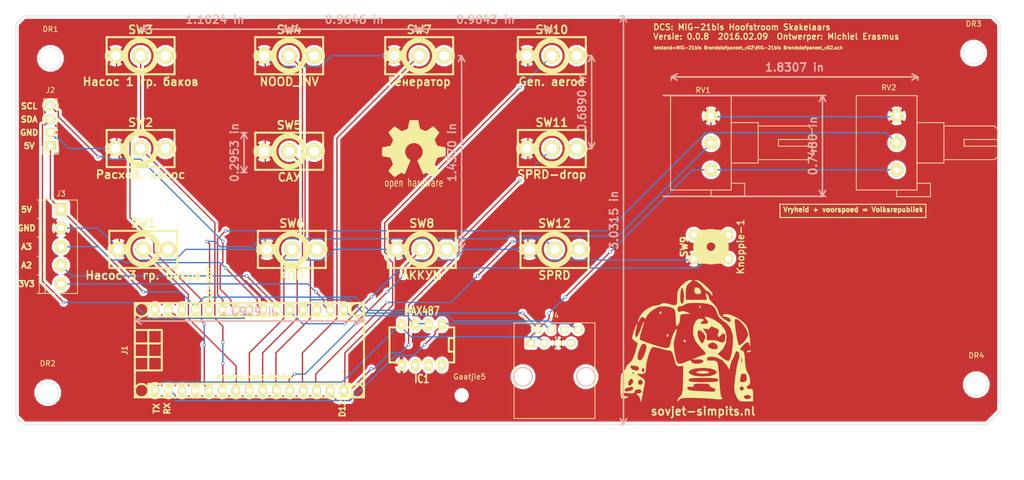
<source format=kicad_pcb>
(kicad_pcb (version 4) (host pcbnew 4.0.4-stable)

  (general
    (links 51)
    (no_connects 0)
    (area 25.949999 20.949999 211.550001 98.050001)
    (thickness 1.6)
    (drawings 45)
    (tracks 368)
    (zones 0)
    (modules 26)
    (nets 50)
  )

  (page A4)
  (title_block
    (title "DCS: MiG-21bis Main Powerpanels")
    (date 2016-02-08)
    (rev "versie: 0.0.8")
    (company Sovjet-Simpits.nl)
    (comment 1 "Ontwerper: Michiel Erasmus")
  )

  (layers
    (0 F.Cu signal)
    (31 B.Cu signal)
    (32 B.Adhes user)
    (33 F.Adhes user)
    (34 B.Paste user)
    (35 F.Paste user)
    (36 B.SilkS user)
    (37 F.SilkS user)
    (38 B.Mask user)
    (39 F.Mask user)
    (40 Dwgs.User user)
    (41 Cmts.User user)
    (42 Eco1.User user)
    (43 Eco2.User user)
    (44 Edge.Cuts user)
    (45 Margin user)
    (46 B.CrtYd user)
    (47 F.CrtYd user)
    (48 B.Fab user)
    (49 F.Fab user)
  )

  (setup
    (last_trace_width 0.25)
    (trace_clearance 0.2)
    (zone_clearance 0.508)
    (zone_45_only no)
    (trace_min 0.2)
    (segment_width 0.2)
    (edge_width 0.1)
    (via_size 0.6)
    (via_drill 0.4)
    (via_min_size 0.4)
    (via_min_drill 0.3)
    (uvia_size 0.3)
    (uvia_drill 0.1)
    (uvias_allowed no)
    (uvia_min_size 0.2)
    (uvia_min_drill 0.1)
    (pcb_text_width 0.3)
    (pcb_text_size 1.5 1.5)
    (mod_edge_width 0.15)
    (mod_text_size 1 1)
    (mod_text_width 0.15)
    (pad_size 1.5 1.5)
    (pad_drill 0.6)
    (pad_to_mask_clearance 0)
    (aux_axis_origin 0 0)
    (visible_elements 7FFFFFFF)
    (pcbplotparams
      (layerselection 0x010f0_80000001)
      (usegerberextensions false)
      (excludeedgelayer true)
      (linewidth 0.100000)
      (plotframeref false)
      (viasonmask false)
      (mode 1)
      (useauxorigin false)
      (hpglpennumber 1)
      (hpglpenspeed 20)
      (hpglpendiameter 15)
      (hpglpenoverlay 2)
      (psnegative false)
      (psa4output false)
      (plotreference true)
      (plotvalue true)
      (plotinvisibletext false)
      (padsonsilk false)
      (subtractmaskfromsilk false)
      (outputformat 1)
      (mirror false)
      (drillshape 0)
      (scaleselection 1)
      (outputdirectory "GERBERS naar productie/"))
  )

  (net 0 "")
  (net 1 /RX)
  (net 2 /D13)
  (net 3 /TX)
  (net 4 GND)
  (net 5 +5V)
  (net 6 /D02)
  (net 7 /A7-POT)
  (net 8 /D03)
  (net 9 /A6-POT)
  (net 10 /D04)
  (net 11 /SCL)
  (net 12 /D05)
  (net 13 /SDA)
  (net 14 /A3)
  (net 15 /D07)
  (net 16 /A2)
  (net 17 /A1_knop)
  (net 18 /D09)
  (net 19 /A0-RS)
  (net 20 /D10)
  (net 21 /D11)
  (net 22 /3V3)
  (net 23 /D12)
  (net 24 "Net-(DR1-Pad1)")
  (net 25 "Net-(DR2-Pad1)")
  (net 26 "Net-(DR3-Pad1)")
  (net 27 "Net-(DR4-Pad1)")
  (net 28 "Net-(IC1-Pad6)")
  (net 29 "Net-(IC1-Pad7)")
  (net 30 "Net-(IC1-Pad8)")
  (net 31 /VIN)
  (net 32 /RST)
  (net 33 /D06)
  (net 34 /D08)
  (net 35 /AREF)
  (net 36 "Net-(SW1-Pad3)")
  (net 37 "Net-(SW2-Pad3)")
  (net 38 "Net-(SW3-Pad3)")
  (net 39 "Net-(SW4-Pad3)")
  (net 40 "Net-(SW5-Pad3)")
  (net 41 "Net-(SW6-Pad3)")
  (net 42 "Net-(SW7-Pad3)")
  (net 43 "Net-(SW8-Pad3)")
  (net 44 "Net-(SW10-Pad3)")
  (net 45 "Net-(SW11-Pad3)")
  (net 46 "Net-(SW12-Pad3)")
  (net 47 "Net-(J4-Pad6)")
  (net 48 "Net-(J4-Pad7)")
  (net 49 "Net-(J1-Pad28)")

  (net_class Default "Dit is de standaard class."
    (clearance 0.2)
    (trace_width 0.25)
    (via_dia 0.6)
    (via_drill 0.4)
    (uvia_dia 0.3)
    (uvia_drill 0.1)
    (add_net +5V)
    (add_net /3V3)
    (add_net /A0-RS)
    (add_net /A1_knop)
    (add_net /A2)
    (add_net /A3)
    (add_net /A6-POT)
    (add_net /A7-POT)
    (add_net /AREF)
    (add_net /D02)
    (add_net /D03)
    (add_net /D04)
    (add_net /D05)
    (add_net /D06)
    (add_net /D07)
    (add_net /D08)
    (add_net /D09)
    (add_net /D10)
    (add_net /D11)
    (add_net /D12)
    (add_net /D13)
    (add_net /RST)
    (add_net /RX)
    (add_net /SCL)
    (add_net /SDA)
    (add_net /TX)
    (add_net /VIN)
    (add_net GND)
    (add_net "Net-(DR1-Pad1)")
    (add_net "Net-(DR2-Pad1)")
    (add_net "Net-(DR3-Pad1)")
    (add_net "Net-(DR4-Pad1)")
    (add_net "Net-(IC1-Pad6)")
    (add_net "Net-(IC1-Pad7)")
    (add_net "Net-(IC1-Pad8)")
    (add_net "Net-(J1-Pad28)")
    (add_net "Net-(J4-Pad6)")
    (add_net "Net-(J4-Pad7)")
    (add_net "Net-(SW1-Pad3)")
    (add_net "Net-(SW10-Pad3)")
    (add_net "Net-(SW11-Pad3)")
    (add_net "Net-(SW12-Pad3)")
    (add_net "Net-(SW2-Pad3)")
    (add_net "Net-(SW3-Pad3)")
    (add_net "Net-(SW4-Pad3)")
    (add_net "Net-(SW5-Pad3)")
    (add_net "Net-(SW6-Pad3)")
    (add_net "Net-(SW7-Pad3)")
    (add_net "Net-(SW8-Pad3)")
  )

  (net_class Stroombaan-5V ""
    (clearance 0.2)
    (trace_width 0.35)
    (via_dia 0.6)
    (via_drill 0.4)
    (uvia_dia 0.3)
    (uvia_drill 0.1)
  )

  (module Mounting_Holes:MountingHole_4mm (layer F.Cu) (tedit 56B91313) (tstamp 56B90D45)
    (at 32.5 29)
    (descr "Mounting hole, Befestigungsbohrung, 4mm, No Annular, Kein Restring,")
    (tags "Mounting hole, Befestigungsbohrung, 4mm, No Annular, Kein Restring,")
    (path /56B65ED0)
    (fp_text reference DR1 (at 0 -5.4991) (layer F.SilkS)
      (effects (font (size 1 1) (thickness 0.15)))
    )
    (fp_text value Gat1 (at -5 -0.5 90) (layer F.Fab) hide
      (effects (font (size 1 1) (thickness 0.15)))
    )
    (fp_circle (center 0 0) (end 4 0) (layer Cmts.User) (width 0.381))
    (pad 1 thru_hole circle (at 0 0) (size 4 4) (drill 4) (layers)
      (net 24 "Net-(DR1-Pad1)"))
  )

  (module Mounting_Holes:MountingHole_4mm (layer F.Cu) (tedit 56B90D8F) (tstamp 56B90D4A)
    (at 32 92)
    (descr "Mounting hole, Befestigungsbohrung, 4mm, No Annular, Kein Restring,")
    (tags "Mounting hole, Befestigungsbohrung, 4mm, No Annular, Kein Restring,")
    (path /56B65F7F)
    (fp_text reference DR2 (at 0 -5.4991) (layer F.SilkS)
      (effects (font (size 1 1) (thickness 0.15)))
    )
    (fp_text value Gaatjie-2 (at -5 -0.5 90) (layer F.Fab)
      (effects (font (size 1 1) (thickness 0.15)))
    )
    (fp_circle (center 0 0) (end 4 0) (layer Cmts.User) (width 0.381))
    (pad 1 thru_hole circle (at 0 0) (size 4 4) (drill 4) (layers)
      (net 25 "Net-(DR2-Pad1)"))
  )

  (module Mounting_Holes:MountingHole_4mm placed (layer F.Cu) (tedit 56BA3F7F) (tstamp 56B90D4F)
    (at 206.5 28)
    (descr "Mounting hole, Befestigungsbohrung, 4mm, No Annular, Kein Restring,")
    (tags "Mounting hole, Befestigungsbohrung, 4mm, No Annular, Kein Restring,")
    (path /56B65FDF)
    (fp_text reference DR3 (at 0 -5.4991) (layer F.SilkS)
      (effects (font (size 1 1) (thickness 0.15)))
    )
    (fp_text value Gaatje3 (at 0 6) (layer F.Fab) hide
      (effects (font (size 1 1) (thickness 0.15)))
    )
    (fp_circle (center 0 0) (end 4 0) (layer Cmts.User) (width 0.381))
    (pad 1 thru_hole circle (at 0 0) (size 4 4) (drill 4) (layers)
      (net 26 "Net-(DR3-Pad1)"))
  )

  (module Mounting_Holes:MountingHole_4mm placed (layer F.Cu) (tedit 56B9F24C) (tstamp 56B90D54)
    (at 207 90.5)
    (descr "Mounting hole, Befestigungsbohrung, 4mm, No Annular, Kein Restring,")
    (tags "Mounting hole, Befestigungsbohrung, 4mm, No Annular, Kein Restring,")
    (path /56B6601B)
    (fp_text reference DR4 (at 0 -5.4991) (layer F.SilkS)
      (effects (font (size 1 1) (thickness 0.15)))
    )
    (fp_text value http://vfplus.co.za (at -5.5 6) (layer F.Fab)
      (effects (font (size 1 1) (thickness 0.15)))
    )
    (fp_circle (center 0 0) (end 4 0) (layer Cmts.User) (width 0.381))
    (pad 1 thru_hole circle (at 0 0) (size 4 4) (drill 4) (layers)
      (net 27 "Net-(DR4-Pad1)"))
  )

  (module w_pth_circuits:dil_8-300 placed (layer F.Cu) (tedit 4E4CD4E4) (tstamp 56B90D60)
    (at 102.5 83 180)
    (descr "IC, DIL8 x 0,3\"")
    (tags DIL)
    (path /56B75FC5)
    (fp_text reference IC1 (at 0 -6.4008 180) (layer F.SilkS)
      (effects (font (size 1.524 1.143) (thickness 0.28702)))
    )
    (fp_text value MAX487 (at 0 6.4008 180) (layer F.SilkS)
      (effects (font (size 1.524 1.143) (thickness 0.28702)))
    )
    (fp_line (start 6.096 3.302) (end -6.096 3.302) (layer F.SilkS) (width 0.381))
    (fp_line (start -6.096 -3.302) (end 6.096 -3.302) (layer F.SilkS) (width 0.381))
    (fp_line (start -5.08 -1.27) (end -6.096 -1.27) (layer F.SilkS) (width 0.381))
    (fp_line (start -5.08 1.27) (end -6.096 1.27) (layer F.SilkS) (width 0.381))
    (fp_line (start 6.096 -3.302) (end 6.096 3.302) (layer F.SilkS) (width 0.381))
    (fp_line (start -6.096 3.302) (end -6.096 -3.302) (layer F.SilkS) (width 0.381))
    (fp_line (start -5.08 -1.27) (end -5.08 1.27) (layer F.SilkS) (width 0.381))
    (pad 1 thru_hole oval (at -3.81 3.81 180) (size 1.50114 2.19964) (drill 0.8001) (layers *.Cu *.Mask F.SilkS)
      (net 1 /RX))
    (pad 2 thru_hole oval (at -1.27 3.81 180) (size 1.50114 2.19964) (drill 0.8001) (layers *.Cu *.Mask F.SilkS)
      (net 2 /D13))
    (pad 3 thru_hole oval (at 1.27 3.81 180) (size 1.50114 2.19964) (drill 0.8001) (layers *.Cu *.Mask F.SilkS)
      (net 2 /D13))
    (pad 4 thru_hole oval (at 3.81 3.81 180) (size 1.50114 2.19964) (drill 0.8001) (layers *.Cu *.Mask F.SilkS)
      (net 3 /TX))
    (pad 5 thru_hole oval (at 3.81 -3.81 180) (size 1.50114 2.19964) (drill 0.8001) (layers *.Cu *.Mask F.SilkS)
      (net 4 GND))
    (pad 6 thru_hole oval (at 1.27 -3.81 180) (size 1.50114 2.19964) (drill 0.8001) (layers *.Cu *.Mask F.SilkS)
      (net 28 "Net-(IC1-Pad6)"))
    (pad 7 thru_hole oval (at -1.27 -3.81 180) (size 1.50114 2.19964) (drill 0.8001) (layers *.Cu *.Mask F.SilkS)
      (net 29 "Net-(IC1-Pad7)"))
    (pad 8 thru_hole oval (at -3.81 -3.81 180) (size 1.50114 2.19964) (drill 0.8001) (layers *.Cu *.Mask F.SilkS)
      (net 30 "Net-(IC1-Pad8)"))
    (model walter/pth_circuits/dil_8-300.wrl
      (at (xyz 0 0 0))
      (scale (xyz 1 1 1))
      (rotate (xyz 0 0 0))
    )
  )

  (module w_conn_misc:arduino_nano_header placed (layer F.Cu) (tedit 56B90F4E) (tstamp 56B90D82)
    (at 70 84)
    (descr "Arduino Nano Header")
    (tags Arduino)
    (path /56B91995)
    (fp_text reference J1 (at -23.5 0 90) (layer F.SilkS)
      (effects (font (size 1.016 1.016) (thickness 0.2032)))
    )
    (fp_text value Arduino_Nano_Header (at 1 5) (layer F.SilkS)
      (effects (font (size 1.016 0.889) (thickness 0.2032)))
    )
    (fp_line (start -16.51 -1.27) (end -21.59 -1.27) (layer F.SilkS) (width 0.381))
    (fp_line (start -16.51 1.27) (end -21.59 1.27) (layer F.SilkS) (width 0.381))
    (fp_line (start -19.05 -3.81) (end -19.05 3.81) (layer F.SilkS) (width 0.381))
    (fp_line (start -21.59 -3.81) (end -16.51 -3.81) (layer F.SilkS) (width 0.381))
    (fp_line (start -16.51 -3.81) (end -16.51 3.81) (layer F.SilkS) (width 0.381))
    (fp_line (start -16.51 3.81) (end -21.59 3.81) (layer F.SilkS) (width 0.381))
    (fp_line (start 21.59 -8.89) (end -21.59 -8.89) (layer F.SilkS) (width 0.381))
    (fp_line (start -21.59 8.89) (end 21.59 8.89) (layer F.SilkS) (width 0.381))
    (fp_line (start -21.59 8.89) (end -21.59 -8.89) (layer F.SilkS) (width 0.381))
    (fp_line (start 21.59 8.89) (end 21.59 -8.89) (layer F.SilkS) (width 0.381))
    (fp_circle (center -20.32 -7.62) (end -21.59 -7.62) (layer F.SilkS) (width 0.381))
    (fp_circle (center -20.32 7.62) (end -21.59 7.62) (layer F.SilkS) (width 0.381))
    (fp_circle (center 20.32 -7.62) (end 21.59 -7.62) (layer F.SilkS) (width 0.381))
    (fp_circle (center 20.32 7.62) (end 21.59 7.62) (layer F.SilkS) (width 0.381))
    (fp_line (start 19.05 -6.35) (end -19.05 -6.35) (layer F.SilkS) (width 0.381))
    (fp_line (start -19.05 6.35) (end 19.05 6.35) (layer F.SilkS) (width 0.381))
    (fp_line (start 19.05 8.89) (end 19.05 6.35) (layer F.SilkS) (width 0.381))
    (fp_line (start 19.05 -6.35) (end 19.05 -8.89) (layer F.SilkS) (width 0.381))
    (fp_line (start -19.05 -8.89) (end -19.05 -6.35) (layer F.SilkS) (width 0.381))
    (fp_line (start -19.05 8.89) (end -19.05 6.35) (layer F.SilkS) (width 0.381))
    (pad 1 thru_hole oval (at -17.78 7.62) (size 1.524 2.19964) (drill 1.00076) (layers *.Cu *.Mask F.SilkS)
      (net 3 /TX))
    (pad 2 thru_hole oval (at -15.24 7.62) (size 1.524 2.19964) (drill 1.00076) (layers *.Cu *.Mask F.SilkS)
      (net 1 /RX))
    (pad 3 thru_hole oval (at -12.7 7.62) (size 1.524 2.19964) (drill 1.00076) (layers *.Cu *.Mask F.SilkS)
      (net 32 /RST))
    (pad 4 thru_hole oval (at -10.16 7.62) (size 1.524 2.19964) (drill 1.00076) (layers *.Cu *.Mask F.SilkS)
      (net 4 GND))
    (pad 5 thru_hole oval (at -7.62 7.62) (size 1.524 2.19964) (drill 1.00076) (layers *.Cu *.Mask F.SilkS)
      (net 6 /D02))
    (pad 6 thru_hole oval (at -5.08 7.62) (size 1.524 2.19964) (drill 1.00076) (layers *.Cu *.Mask F.SilkS)
      (net 8 /D03))
    (pad 7 thru_hole oval (at -2.54 7.62) (size 1.524 2.19964) (drill 1.00076) (layers *.Cu *.Mask F.SilkS)
      (net 10 /D04))
    (pad 8 thru_hole oval (at 0 7.62) (size 1.524 2.19964) (drill 1.00076) (layers *.Cu *.Mask F.SilkS)
      (net 12 /D05))
    (pad 9 thru_hole oval (at 2.54 7.62) (size 1.524 2.19964) (drill 1.00076) (layers *.Cu *.Mask F.SilkS)
      (net 33 /D06))
    (pad 10 thru_hole oval (at 5.08 7.62) (size 1.524 2.19964) (drill 1.00076) (layers *.Cu *.Mask F.SilkS)
      (net 15 /D07))
    (pad 11 thru_hole oval (at 7.62 7.62) (size 1.524 2.19964) (drill 1.00076) (layers *.Cu *.Mask F.SilkS)
      (net 34 /D08))
    (pad 12 thru_hole oval (at 10.16 7.62) (size 1.524 2.19964) (drill 1.00076) (layers *.Cu *.Mask F.SilkS)
      (net 18 /D09))
    (pad 13 thru_hole oval (at 12.7 7.62) (size 1.524 2.19964) (drill 1.00076) (layers *.Cu *.Mask F.SilkS)
      (net 20 /D10))
    (pad 14 thru_hole oval (at 15.24 7.62) (size 1.524 2.19964) (drill 1.00076) (layers *.Cu *.Mask F.SilkS)
      (net 21 /D11))
    (pad 15 thru_hole oval (at 17.78 7.62) (size 1.524 2.19964) (drill 1.00076) (layers *.Cu *.Mask F.SilkS)
      (net 23 /D12))
    (pad 16 thru_hole oval (at 17.78 -7.62) (size 1.524 2.19964) (drill 1.00076) (layers *.Cu *.Mask F.SilkS)
      (net 2 /D13))
    (pad 17 thru_hole oval (at 15.24 -7.62) (size 1.524 2.19964) (drill 1.00076) (layers *.Cu *.Mask F.SilkS)
      (net 22 /3V3))
    (pad 18 thru_hole oval (at 12.7 -7.62) (size 1.524 2.19964) (drill 1.00076) (layers *.Cu *.Mask F.SilkS)
      (net 35 /AREF))
    (pad 19 thru_hole oval (at 10.16 -7.62) (size 1.524 2.19964) (drill 1.00076) (layers *.Cu *.Mask F.SilkS)
      (net 19 /A0-RS))
    (pad 20 thru_hole oval (at 7.62 -7.62) (size 1.524 2.1971) (drill 1.00076) (layers *.Cu *.Mask F.SilkS)
      (net 17 /A1_knop))
    (pad 21 thru_hole oval (at 5.08 -7.62) (size 1.524 2.1971) (drill 1.00076) (layers *.Cu *.Mask F.SilkS)
      (net 16 /A2))
    (pad 22 thru_hole oval (at 2.54 -7.62) (size 1.524 2.1971) (drill 1.00076) (layers *.Cu *.Mask F.SilkS)
      (net 14 /A3))
    (pad 23 thru_hole oval (at 0 -7.62) (size 1.524 2.1971) (drill 1.00076) (layers *.Cu *.Mask F.SilkS)
      (net 13 /SDA))
    (pad 24 thru_hole oval (at -2.54 -7.62) (size 1.524 2.1971) (drill 0.99822) (layers *.Cu *.Mask F.SilkS)
      (net 11 /SCL))
    (pad 25 thru_hole oval (at -5.08 -7.62) (size 1.524 2.1971) (drill 0.99822) (layers *.Cu *.Mask F.SilkS)
      (net 9 /A6-POT))
    (pad 26 thru_hole oval (at -7.62 -7.62) (size 1.524 2.1971) (drill 0.99822) (layers *.Cu *.Mask F.SilkS)
      (net 7 /A7-POT))
    (pad 27 thru_hole oval (at -10.16 -7.62) (size 1.524 2.1971) (drill 0.99822) (layers *.Cu *.Mask F.SilkS)
      (net 5 +5V))
    (pad 28 thru_hole oval (at -12.7 -7.62) (size 1.524 2.1971) (drill 0.99822) (layers *.Cu *.Mask F.SilkS)
      (net 49 "Net-(J1-Pad28)"))
    (pad 29 thru_hole oval (at -15.24 -7.62) (size 1.524 2.1971) (drill 0.99822) (layers *.Cu *.Mask F.SilkS)
      (net 4 GND))
    (pad 30 thru_hole oval (at -17.78 -7.62) (size 1.524 2.1971) (drill 0.99822) (layers *.Cu *.Mask F.SilkS)
      (net 31 /VIN))
    (model walter/conn_misc/arduino_nano_header.wrl
      (at (xyz 0 0 0))
      (scale (xyz 1 1 1))
      (rotate (xyz 0 0 0))
    )
  )

  (module Potentiometers:Potentiometer_Alps-RK163-single_15mm placed (layer F.Cu) (tedit 56B90DFE) (tstamp 56B90DB0)
    (at 157 50)
    (descr "Potentiometer, Alps, RK163, single")
    (tags "Potentiometer, Alps, RK163, single")
    (path /56B68A7C)
    (fp_text reference RV1 (at -1.5 -15) (layer F.SilkS)
      (effects (font (size 1 1) (thickness 0.15)))
    )
    (fp_text value POT_kajuit (at -11 -5.5 90) (layer F.Fab)
      (effects (font (size 1 1) (thickness 0.15)))
    )
    (fp_line (start 19.05 -5.715) (end 19.05 -7.62) (layer F.SilkS) (width 0.15))
    (fp_line (start 19.05 -2.54) (end 19.05 -4.445) (layer F.SilkS) (width 0.15))
    (fp_line (start 12.7 -5.715) (end 12.7 -4.445) (layer F.SilkS) (width 0.15))
    (fp_line (start 0 5.08) (end 6.35 5.08) (layer F.SilkS) (width 0.15))
    (fp_line (start 6.35 5.08) (end 6.35 2.54) (layer F.SilkS) (width 0.15))
    (fp_line (start 6.35 2.54) (end 3.81 2.54) (layer F.SilkS) (width 0.15))
    (fp_line (start 0 5.08) (end 0 3.81) (layer F.SilkS) (width 0.15))
    (fp_line (start 12.7 -4.445) (end 19.05 -4.445) (layer F.SilkS) (width 0.15))
    (fp_line (start 19.05 -5.715) (end 12.7 -5.715) (layer F.SilkS) (width 0.15))
    (fp_line (start 8.89 -8.255) (end 18.415 -8.255) (layer F.SilkS) (width 0.15))
    (fp_line (start 18.415 -8.255) (end 19.05 -7.62) (layer F.SilkS) (width 0.15))
    (fp_line (start 19.05 -2.54) (end 18.415 -1.905) (layer F.SilkS) (width 0.15))
    (fp_line (start 18.415 -1.905) (end 8.89 -1.905) (layer F.SilkS) (width 0.15))
    (fp_line (start 3.81 -8.89) (end 8.89 -8.89) (layer F.SilkS) (width 0.15))
    (fp_line (start 8.89 -8.89) (end 8.89 -1.27) (layer F.SilkS) (width 0.15))
    (fp_line (start 8.89 -1.27) (end 3.81 -1.27) (layer F.SilkS) (width 0.15))
    (fp_line (start 3.81 -13.97) (end 3.81 3.81) (layer F.SilkS) (width 0.15))
    (fp_line (start 3.81 3.81) (end -7.62 3.81) (layer F.SilkS) (width 0.15))
    (fp_line (start -7.62 3.81) (end -7.62 -13.97) (layer F.SilkS) (width 0.15))
    (fp_line (start -7.62 -13.97) (end 3.81 -13.97) (layer F.SilkS) (width 0.15))
    (pad 2 thru_hole circle (at 0 -5.08) (size 2.49936 2.49936) (drill 1.19888) (layers *.Cu *.Mask F.SilkS)
      (net 7 /A7-POT))
    (pad 3 thru_hole circle (at 0 -10.16) (size 2.49936 2.49936) (drill 1.19888) (layers *.Cu *.Mask F.SilkS)
      (net 4 GND))
    (pad 1 thru_hole circle (at 0 0) (size 2.49936 2.49936) (drill 1.19888) (layers *.Cu *.Mask F.SilkS)
      (net 5 +5V))
    (model Potentiometers.3dshapes/Potentiometer_Alps-RK163-single_15mm.wrl
      (at (xyz 0 0 0))
      (scale (xyz 1 1 1))
      (rotate (xyz 0 0 0))
    )
  )

  (module Potentiometers:Potentiometer_Alps-RK163-single_15mm placed (layer F.Cu) (tedit 56B90E05) (tstamp 56B90DB7)
    (at 192 50)
    (descr "Potentiometer, Alps, RK163, single")
    (tags "Potentiometer, Alps, RK163, single")
    (path /56B686E2)
    (fp_text reference RV2 (at -1.5 -15.5) (layer F.SilkS)
      (effects (font (size 1 1) (thickness 0.15)))
    )
    (fp_text value POT_instr (at -10.5 -5 90) (layer F.Fab)
      (effects (font (size 1 1) (thickness 0.15)))
    )
    (fp_line (start 19.05 -5.715) (end 19.05 -7.62) (layer F.SilkS) (width 0.15))
    (fp_line (start 19.05 -2.54) (end 19.05 -4.445) (layer F.SilkS) (width 0.15))
    (fp_line (start 12.7 -5.715) (end 12.7 -4.445) (layer F.SilkS) (width 0.15))
    (fp_line (start 0 5.08) (end 6.35 5.08) (layer F.SilkS) (width 0.15))
    (fp_line (start 6.35 5.08) (end 6.35 2.54) (layer F.SilkS) (width 0.15))
    (fp_line (start 6.35 2.54) (end 3.81 2.54) (layer F.SilkS) (width 0.15))
    (fp_line (start 0 5.08) (end 0 3.81) (layer F.SilkS) (width 0.15))
    (fp_line (start 12.7 -4.445) (end 19.05 -4.445) (layer F.SilkS) (width 0.15))
    (fp_line (start 19.05 -5.715) (end 12.7 -5.715) (layer F.SilkS) (width 0.15))
    (fp_line (start 8.89 -8.255) (end 18.415 -8.255) (layer F.SilkS) (width 0.15))
    (fp_line (start 18.415 -8.255) (end 19.05 -7.62) (layer F.SilkS) (width 0.15))
    (fp_line (start 19.05 -2.54) (end 18.415 -1.905) (layer F.SilkS) (width 0.15))
    (fp_line (start 18.415 -1.905) (end 8.89 -1.905) (layer F.SilkS) (width 0.15))
    (fp_line (start 3.81 -8.89) (end 8.89 -8.89) (layer F.SilkS) (width 0.15))
    (fp_line (start 8.89 -8.89) (end 8.89 -1.27) (layer F.SilkS) (width 0.15))
    (fp_line (start 8.89 -1.27) (end 3.81 -1.27) (layer F.SilkS) (width 0.15))
    (fp_line (start 3.81 -13.97) (end 3.81 3.81) (layer F.SilkS) (width 0.15))
    (fp_line (start 3.81 3.81) (end -7.62 3.81) (layer F.SilkS) (width 0.15))
    (fp_line (start -7.62 3.81) (end -7.62 -13.97) (layer F.SilkS) (width 0.15))
    (fp_line (start -7.62 -13.97) (end 3.81 -13.97) (layer F.SilkS) (width 0.15))
    (pad 2 thru_hole circle (at 0 -5.08) (size 2.49936 2.49936) (drill 1.19888) (layers *.Cu *.Mask F.SilkS)
      (net 9 /A6-POT))
    (pad 3 thru_hole circle (at 0 -10.16) (size 2.49936 2.49936) (drill 1.19888) (layers *.Cu *.Mask F.SilkS)
      (net 4 GND))
    (pad 1 thru_hole circle (at 0 0) (size 2.49936 2.49936) (drill 1.19888) (layers *.Cu *.Mask F.SilkS)
      (net 5 +5V))
    (model Potentiometers.3dshapes/Potentiometer_Alps-RK163-single_15mm.wrl
      (at (xyz 0 0 0))
      (scale (xyz 1 1 1))
      (rotate (xyz 0 0 0))
    )
  )

  (module w_switch:switch_100sp5 placed (layer F.Cu) (tedit 56B8ACCE) (tstamp 56B90DD1)
    (at 50 65)
    (descr "E-Switch 100SP5")
    (path /56B94BDA)
    (fp_text reference SW1 (at 0 -4.89966) (layer F.SilkS)
      (effects (font (thickness 0.3048)))
    )
    (fp_text value "Насос 3 гр. баков" (at 0 4.89966) (layer F.SilkS)
      (effects (font (thickness 0.3048)))
    )
    (fp_line (start 2.60096 0.50038) (end 3.0988 0.50038) (layer F.SilkS) (width 0.37846))
    (fp_line (start 2.60096 -0.50038) (end 3.0988 -0.50038) (layer F.SilkS) (width 0.37846))
    (fp_circle (center 0 0) (end -2.60096 0.29972) (layer F.SilkS) (width 0.37846))
    (fp_arc (start 0 0) (end -0.5207 -2.56032) (angle 90) (layer F.SilkS) (width 0.37846))
    (fp_arc (start 0 0) (end 2.56032 0.48006) (angle 90) (layer F.SilkS) (width 0.37846))
    (fp_arc (start 0 0) (end 2.83972 0.70104) (angle 90) (layer F.SilkS) (width 0.37846))
    (fp_arc (start 0 0) (end -0.70104 -2.82956) (angle 90) (layer F.SilkS) (width 0.37846))
    (fp_arc (start 0 0) (end 0 2.60096) (angle 90) (layer F.SilkS) (width 0.37846))
    (fp_arc (start 0 0) (end -2.60096 0) (angle 90) (layer F.SilkS) (width 0.37846))
    (fp_arc (start 0 0) (end 0 2.90068) (angle 90) (layer F.SilkS) (width 0.37846))
    (fp_arc (start 0 0) (end -2.90068 0) (angle 90) (layer F.SilkS) (width 0.37846))
    (fp_arc (start 0 0) (end 3.15976 0.51054) (angle 90) (layer F.SilkS) (width 0.37846))
    (fp_arc (start 0 0) (end -0.51054 -3.15976) (angle 90) (layer F.SilkS) (width 0.37846))
    (fp_arc (start 0 0) (end 0 3.2004) (angle 90) (layer F.SilkS) (width 0.37846))
    (fp_arc (start 0 0) (end -3.2004 0) (angle 90) (layer F.SilkS) (width 0.37846))
    (fp_line (start -6.4008 -3.49758) (end 6.4008 -3.49758) (layer F.SilkS) (width 0.37846))
    (fp_line (start 6.4008 -3.50012) (end 6.4008 3.50012) (layer F.SilkS) (width 0.37846))
    (fp_line (start 6.4008 3.50012) (end -6.4008 3.50012) (layer F.SilkS) (width 0.37846))
    (fp_line (start -6.4008 3.50012) (end -6.4008 -3.50012) (layer F.SilkS) (width 0.37846))
    (pad 1 thru_hole circle (at -4.699 0) (size 2.9972 2.9972) (drill 1.84658) (layers *.Cu *.Mask F.SilkS)
      (net 4 GND))
    (pad 2 thru_hole circle (at 0 0) (size 2.9972 2.9972) (drill 1.84658) (layers *.Cu *.Mask F.SilkS)
      (net 10 /D04))
    (pad 3 thru_hole circle (at 4.699 0) (size 2.9972 2.9972) (drill 1.84658) (layers *.Cu *.Mask F.SilkS)
      (net 36 "Net-(SW1-Pad3)"))
    (model walter/switch/switch_100sp5.wrl
      (at (xyz 0 0 0))
      (scale (xyz 1 1 1))
      (rotate (xyz 0 0 0))
    )
  )

  (module w_switch:switch_100sp5 placed (layer F.Cu) (tedit 56B8ACCE) (tstamp 56B90DEB)
    (at 49.5 46)
    (descr "E-Switch 100SP5")
    (path /56B8DADC)
    (fp_text reference SW2 (at 0 -4.89966) (layer F.SilkS)
      (effects (font (thickness 0.3048)))
    )
    (fp_text value "Расход. насос" (at 0 4.89966) (layer F.SilkS)
      (effects (font (thickness 0.3048)))
    )
    (fp_line (start 2.60096 0.50038) (end 3.0988 0.50038) (layer F.SilkS) (width 0.37846))
    (fp_line (start 2.60096 -0.50038) (end 3.0988 -0.50038) (layer F.SilkS) (width 0.37846))
    (fp_circle (center 0 0) (end -2.60096 0.29972) (layer F.SilkS) (width 0.37846))
    (fp_arc (start 0 0) (end -0.5207 -2.56032) (angle 90) (layer F.SilkS) (width 0.37846))
    (fp_arc (start 0 0) (end 2.56032 0.48006) (angle 90) (layer F.SilkS) (width 0.37846))
    (fp_arc (start 0 0) (end 2.83972 0.70104) (angle 90) (layer F.SilkS) (width 0.37846))
    (fp_arc (start 0 0) (end -0.70104 -2.82956) (angle 90) (layer F.SilkS) (width 0.37846))
    (fp_arc (start 0 0) (end 0 2.60096) (angle 90) (layer F.SilkS) (width 0.37846))
    (fp_arc (start 0 0) (end -2.60096 0) (angle 90) (layer F.SilkS) (width 0.37846))
    (fp_arc (start 0 0) (end 0 2.90068) (angle 90) (layer F.SilkS) (width 0.37846))
    (fp_arc (start 0 0) (end -2.90068 0) (angle 90) (layer F.SilkS) (width 0.37846))
    (fp_arc (start 0 0) (end 3.15976 0.51054) (angle 90) (layer F.SilkS) (width 0.37846))
    (fp_arc (start 0 0) (end -0.51054 -3.15976) (angle 90) (layer F.SilkS) (width 0.37846))
    (fp_arc (start 0 0) (end 0 3.2004) (angle 90) (layer F.SilkS) (width 0.37846))
    (fp_arc (start 0 0) (end -3.2004 0) (angle 90) (layer F.SilkS) (width 0.37846))
    (fp_line (start -6.4008 -3.49758) (end 6.4008 -3.49758) (layer F.SilkS) (width 0.37846))
    (fp_line (start 6.4008 -3.50012) (end 6.4008 3.50012) (layer F.SilkS) (width 0.37846))
    (fp_line (start 6.4008 3.50012) (end -6.4008 3.50012) (layer F.SilkS) (width 0.37846))
    (fp_line (start -6.4008 3.50012) (end -6.4008 -3.50012) (layer F.SilkS) (width 0.37846))
    (pad 1 thru_hole circle (at -4.699 0) (size 2.9972 2.9972) (drill 1.84658) (layers *.Cu *.Mask F.SilkS)
      (net 4 GND))
    (pad 2 thru_hole circle (at 0 0) (size 2.9972 2.9972) (drill 1.84658) (layers *.Cu *.Mask F.SilkS)
      (net 8 /D03))
    (pad 3 thru_hole circle (at 4.699 0) (size 2.9972 2.9972) (drill 1.84658) (layers *.Cu *.Mask F.SilkS)
      (net 37 "Net-(SW2-Pad3)"))
    (model walter/switch/switch_100sp5.wrl
      (at (xyz 0 0 0))
      (scale (xyz 1 1 1))
      (rotate (xyz 0 0 0))
    )
  )

  (module w_switch:switch_100sp5 placed (layer F.Cu) (tedit 56B8ACCE) (tstamp 56B90E05)
    (at 49.5 28.5)
    (descr "E-Switch 100SP5")
    (path /56B8EBC5)
    (fp_text reference SW3 (at 0 -4.89966) (layer F.SilkS)
      (effects (font (thickness 0.3048)))
    )
    (fp_text value "Насос 1 гр. баков" (at 0 4.89966) (layer F.SilkS)
      (effects (font (thickness 0.3048)))
    )
    (fp_line (start 2.60096 0.50038) (end 3.0988 0.50038) (layer F.SilkS) (width 0.37846))
    (fp_line (start 2.60096 -0.50038) (end 3.0988 -0.50038) (layer F.SilkS) (width 0.37846))
    (fp_circle (center 0 0) (end -2.60096 0.29972) (layer F.SilkS) (width 0.37846))
    (fp_arc (start 0 0) (end -0.5207 -2.56032) (angle 90) (layer F.SilkS) (width 0.37846))
    (fp_arc (start 0 0) (end 2.56032 0.48006) (angle 90) (layer F.SilkS) (width 0.37846))
    (fp_arc (start 0 0) (end 2.83972 0.70104) (angle 90) (layer F.SilkS) (width 0.37846))
    (fp_arc (start 0 0) (end -0.70104 -2.82956) (angle 90) (layer F.SilkS) (width 0.37846))
    (fp_arc (start 0 0) (end 0 2.60096) (angle 90) (layer F.SilkS) (width 0.37846))
    (fp_arc (start 0 0) (end -2.60096 0) (angle 90) (layer F.SilkS) (width 0.37846))
    (fp_arc (start 0 0) (end 0 2.90068) (angle 90) (layer F.SilkS) (width 0.37846))
    (fp_arc (start 0 0) (end -2.90068 0) (angle 90) (layer F.SilkS) (width 0.37846))
    (fp_arc (start 0 0) (end 3.15976 0.51054) (angle 90) (layer F.SilkS) (width 0.37846))
    (fp_arc (start 0 0) (end -0.51054 -3.15976) (angle 90) (layer F.SilkS) (width 0.37846))
    (fp_arc (start 0 0) (end 0 3.2004) (angle 90) (layer F.SilkS) (width 0.37846))
    (fp_arc (start 0 0) (end -3.2004 0) (angle 90) (layer F.SilkS) (width 0.37846))
    (fp_line (start -6.4008 -3.49758) (end 6.4008 -3.49758) (layer F.SilkS) (width 0.37846))
    (fp_line (start 6.4008 -3.50012) (end 6.4008 3.50012) (layer F.SilkS) (width 0.37846))
    (fp_line (start 6.4008 3.50012) (end -6.4008 3.50012) (layer F.SilkS) (width 0.37846))
    (fp_line (start -6.4008 3.50012) (end -6.4008 -3.50012) (layer F.SilkS) (width 0.37846))
    (pad 1 thru_hole circle (at -4.699 0) (size 2.9972 2.9972) (drill 1.84658) (layers *.Cu *.Mask F.SilkS)
      (net 4 GND))
    (pad 2 thru_hole circle (at 0 0) (size 2.9972 2.9972) (drill 1.84658) (layers *.Cu *.Mask F.SilkS)
      (net 6 /D02))
    (pad 3 thru_hole circle (at 4.699 0) (size 2.9972 2.9972) (drill 1.84658) (layers *.Cu *.Mask F.SilkS)
      (net 38 "Net-(SW3-Pad3)"))
    (model walter/switch/switch_100sp5.wrl
      (at (xyz 0 0 0))
      (scale (xyz 1 1 1))
      (rotate (xyz 0 0 0))
    )
  )

  (module w_switch:switch_100sp5 placed (layer F.Cu) (tedit 56B8ACCE) (tstamp 56B90E1F)
    (at 77.5 28.5)
    (descr "E-Switch 100SP5")
    (path /56B965C5)
    (fp_text reference SW4 (at 0 -4.89966) (layer F.SilkS)
      (effects (font (thickness 0.3048)))
    )
    (fp_text value NOOD_INV (at 0 4.89966) (layer F.SilkS)
      (effects (font (thickness 0.3048)))
    )
    (fp_line (start 2.60096 0.50038) (end 3.0988 0.50038) (layer F.SilkS) (width 0.37846))
    (fp_line (start 2.60096 -0.50038) (end 3.0988 -0.50038) (layer F.SilkS) (width 0.37846))
    (fp_circle (center 0 0) (end -2.60096 0.29972) (layer F.SilkS) (width 0.37846))
    (fp_arc (start 0 0) (end -0.5207 -2.56032) (angle 90) (layer F.SilkS) (width 0.37846))
    (fp_arc (start 0 0) (end 2.56032 0.48006) (angle 90) (layer F.SilkS) (width 0.37846))
    (fp_arc (start 0 0) (end 2.83972 0.70104) (angle 90) (layer F.SilkS) (width 0.37846))
    (fp_arc (start 0 0) (end -0.70104 -2.82956) (angle 90) (layer F.SilkS) (width 0.37846))
    (fp_arc (start 0 0) (end 0 2.60096) (angle 90) (layer F.SilkS) (width 0.37846))
    (fp_arc (start 0 0) (end -2.60096 0) (angle 90) (layer F.SilkS) (width 0.37846))
    (fp_arc (start 0 0) (end 0 2.90068) (angle 90) (layer F.SilkS) (width 0.37846))
    (fp_arc (start 0 0) (end -2.90068 0) (angle 90) (layer F.SilkS) (width 0.37846))
    (fp_arc (start 0 0) (end 3.15976 0.51054) (angle 90) (layer F.SilkS) (width 0.37846))
    (fp_arc (start 0 0) (end -0.51054 -3.15976) (angle 90) (layer F.SilkS) (width 0.37846))
    (fp_arc (start 0 0) (end 0 3.2004) (angle 90) (layer F.SilkS) (width 0.37846))
    (fp_arc (start 0 0) (end -3.2004 0) (angle 90) (layer F.SilkS) (width 0.37846))
    (fp_line (start -6.4008 -3.49758) (end 6.4008 -3.49758) (layer F.SilkS) (width 0.37846))
    (fp_line (start 6.4008 -3.50012) (end 6.4008 3.50012) (layer F.SilkS) (width 0.37846))
    (fp_line (start 6.4008 3.50012) (end -6.4008 3.50012) (layer F.SilkS) (width 0.37846))
    (fp_line (start -6.4008 3.50012) (end -6.4008 -3.50012) (layer F.SilkS) (width 0.37846))
    (pad 1 thru_hole circle (at -4.699 0) (size 2.9972 2.9972) (drill 1.84658) (layers *.Cu *.Mask F.SilkS)
      (net 4 GND))
    (pad 2 thru_hole circle (at 0 0) (size 2.9972 2.9972) (drill 1.84658) (layers *.Cu *.Mask F.SilkS)
      (net 15 /D07))
    (pad 3 thru_hole circle (at 4.699 0) (size 2.9972 2.9972) (drill 1.84658) (layers *.Cu *.Mask F.SilkS)
      (net 39 "Net-(SW4-Pad3)"))
    (model walter/switch/switch_100sp5.wrl
      (at (xyz 0 0 0))
      (scale (xyz 1 1 1))
      (rotate (xyz 0 0 0))
    )
  )

  (module w_switch:switch_100sp5 placed (layer F.Cu) (tedit 56B8ACCE) (tstamp 56B90E39)
    (at 77.5 46.5)
    (descr "E-Switch 100SP5")
    (path /56B961B5)
    (fp_text reference SW5 (at 0 -4.89966) (layer F.SilkS)
      (effects (font (thickness 0.3048)))
    )
    (fp_text value САУ (at 0 4.89966) (layer F.SilkS)
      (effects (font (thickness 0.3048)))
    )
    (fp_line (start 2.60096 0.50038) (end 3.0988 0.50038) (layer F.SilkS) (width 0.37846))
    (fp_line (start 2.60096 -0.50038) (end 3.0988 -0.50038) (layer F.SilkS) (width 0.37846))
    (fp_circle (center 0 0) (end -2.60096 0.29972) (layer F.SilkS) (width 0.37846))
    (fp_arc (start 0 0) (end -0.5207 -2.56032) (angle 90) (layer F.SilkS) (width 0.37846))
    (fp_arc (start 0 0) (end 2.56032 0.48006) (angle 90) (layer F.SilkS) (width 0.37846))
    (fp_arc (start 0 0) (end 2.83972 0.70104) (angle 90) (layer F.SilkS) (width 0.37846))
    (fp_arc (start 0 0) (end -0.70104 -2.82956) (angle 90) (layer F.SilkS) (width 0.37846))
    (fp_arc (start 0 0) (end 0 2.60096) (angle 90) (layer F.SilkS) (width 0.37846))
    (fp_arc (start 0 0) (end -2.60096 0) (angle 90) (layer F.SilkS) (width 0.37846))
    (fp_arc (start 0 0) (end 0 2.90068) (angle 90) (layer F.SilkS) (width 0.37846))
    (fp_arc (start 0 0) (end -2.90068 0) (angle 90) (layer F.SilkS) (width 0.37846))
    (fp_arc (start 0 0) (end 3.15976 0.51054) (angle 90) (layer F.SilkS) (width 0.37846))
    (fp_arc (start 0 0) (end -0.51054 -3.15976) (angle 90) (layer F.SilkS) (width 0.37846))
    (fp_arc (start 0 0) (end 0 3.2004) (angle 90) (layer F.SilkS) (width 0.37846))
    (fp_arc (start 0 0) (end -3.2004 0) (angle 90) (layer F.SilkS) (width 0.37846))
    (fp_line (start -6.4008 -3.49758) (end 6.4008 -3.49758) (layer F.SilkS) (width 0.37846))
    (fp_line (start 6.4008 -3.50012) (end 6.4008 3.50012) (layer F.SilkS) (width 0.37846))
    (fp_line (start 6.4008 3.50012) (end -6.4008 3.50012) (layer F.SilkS) (width 0.37846))
    (fp_line (start -6.4008 3.50012) (end -6.4008 -3.50012) (layer F.SilkS) (width 0.37846))
    (pad 1 thru_hole circle (at -4.699 0) (size 2.9972 2.9972) (drill 1.84658) (layers *.Cu *.Mask F.SilkS)
      (net 4 GND))
    (pad 2 thru_hole circle (at 0 0) (size 2.9972 2.9972) (drill 1.84658) (layers *.Cu *.Mask F.SilkS)
      (net 33 /D06))
    (pad 3 thru_hole circle (at 4.699 0) (size 2.9972 2.9972) (drill 1.84658) (layers *.Cu *.Mask F.SilkS)
      (net 40 "Net-(SW5-Pad3)"))
    (model walter/switch/switch_100sp5.wrl
      (at (xyz 0 0 0))
      (scale (xyz 1 1 1))
      (rotate (xyz 0 0 0))
    )
  )

  (module w_switch:switch_100sp5 placed (layer F.Cu) (tedit 56B8ACCE) (tstamp 56B90E53)
    (at 78 65)
    (descr "E-Switch 100SP5")
    (path /56B956C3)
    (fp_text reference SW6 (at 0 -4.89966) (layer F.SilkS)
      (effects (font (thickness 0.3048)))
    )
    (fp_text value KПП (at 0 4.89966) (layer F.SilkS)
      (effects (font (thickness 0.3048)))
    )
    (fp_line (start 2.60096 0.50038) (end 3.0988 0.50038) (layer F.SilkS) (width 0.37846))
    (fp_line (start 2.60096 -0.50038) (end 3.0988 -0.50038) (layer F.SilkS) (width 0.37846))
    (fp_circle (center 0 0) (end -2.60096 0.29972) (layer F.SilkS) (width 0.37846))
    (fp_arc (start 0 0) (end -0.5207 -2.56032) (angle 90) (layer F.SilkS) (width 0.37846))
    (fp_arc (start 0 0) (end 2.56032 0.48006) (angle 90) (layer F.SilkS) (width 0.37846))
    (fp_arc (start 0 0) (end 2.83972 0.70104) (angle 90) (layer F.SilkS) (width 0.37846))
    (fp_arc (start 0 0) (end -0.70104 -2.82956) (angle 90) (layer F.SilkS) (width 0.37846))
    (fp_arc (start 0 0) (end 0 2.60096) (angle 90) (layer F.SilkS) (width 0.37846))
    (fp_arc (start 0 0) (end -2.60096 0) (angle 90) (layer F.SilkS) (width 0.37846))
    (fp_arc (start 0 0) (end 0 2.90068) (angle 90) (layer F.SilkS) (width 0.37846))
    (fp_arc (start 0 0) (end -2.90068 0) (angle 90) (layer F.SilkS) (width 0.37846))
    (fp_arc (start 0 0) (end 3.15976 0.51054) (angle 90) (layer F.SilkS) (width 0.37846))
    (fp_arc (start 0 0) (end -0.51054 -3.15976) (angle 90) (layer F.SilkS) (width 0.37846))
    (fp_arc (start 0 0) (end 0 3.2004) (angle 90) (layer F.SilkS) (width 0.37846))
    (fp_arc (start 0 0) (end -3.2004 0) (angle 90) (layer F.SilkS) (width 0.37846))
    (fp_line (start -6.4008 -3.49758) (end 6.4008 -3.49758) (layer F.SilkS) (width 0.37846))
    (fp_line (start 6.4008 -3.50012) (end 6.4008 3.50012) (layer F.SilkS) (width 0.37846))
    (fp_line (start 6.4008 3.50012) (end -6.4008 3.50012) (layer F.SilkS) (width 0.37846))
    (fp_line (start -6.4008 3.50012) (end -6.4008 -3.50012) (layer F.SilkS) (width 0.37846))
    (pad 1 thru_hole circle (at -4.699 0) (size 2.9972 2.9972) (drill 1.84658) (layers *.Cu *.Mask F.SilkS)
      (net 4 GND))
    (pad 2 thru_hole circle (at 0 0) (size 2.9972 2.9972) (drill 1.84658) (layers *.Cu *.Mask F.SilkS)
      (net 12 /D05))
    (pad 3 thru_hole circle (at 4.699 0) (size 2.9972 2.9972) (drill 1.84658) (layers *.Cu *.Mask F.SilkS)
      (net 41 "Net-(SW6-Pad3)"))
    (model walter/switch/switch_100sp5.wrl
      (at (xyz 0 0 0))
      (scale (xyz 1 1 1))
      (rotate (xyz 0 0 0))
    )
  )

  (module w_switch:switch_100sp5 placed (layer F.Cu) (tedit 56B8ACCE) (tstamp 56B90E6D)
    (at 102 28.5)
    (descr "E-Switch 100SP5")
    (path /56B975A2)
    (fp_text reference SW7 (at 0 -4.89966) (layer F.SilkS)
      (effects (font (thickness 0.3048)))
    )
    (fp_text value Генератор (at 0 4.89966) (layer F.SilkS)
      (effects (font (thickness 0.3048)))
    )
    (fp_line (start 2.60096 0.50038) (end 3.0988 0.50038) (layer F.SilkS) (width 0.37846))
    (fp_line (start 2.60096 -0.50038) (end 3.0988 -0.50038) (layer F.SilkS) (width 0.37846))
    (fp_circle (center 0 0) (end -2.60096 0.29972) (layer F.SilkS) (width 0.37846))
    (fp_arc (start 0 0) (end -0.5207 -2.56032) (angle 90) (layer F.SilkS) (width 0.37846))
    (fp_arc (start 0 0) (end 2.56032 0.48006) (angle 90) (layer F.SilkS) (width 0.37846))
    (fp_arc (start 0 0) (end 2.83972 0.70104) (angle 90) (layer F.SilkS) (width 0.37846))
    (fp_arc (start 0 0) (end -0.70104 -2.82956) (angle 90) (layer F.SilkS) (width 0.37846))
    (fp_arc (start 0 0) (end 0 2.60096) (angle 90) (layer F.SilkS) (width 0.37846))
    (fp_arc (start 0 0) (end -2.60096 0) (angle 90) (layer F.SilkS) (width 0.37846))
    (fp_arc (start 0 0) (end 0 2.90068) (angle 90) (layer F.SilkS) (width 0.37846))
    (fp_arc (start 0 0) (end -2.90068 0) (angle 90) (layer F.SilkS) (width 0.37846))
    (fp_arc (start 0 0) (end 3.15976 0.51054) (angle 90) (layer F.SilkS) (width 0.37846))
    (fp_arc (start 0 0) (end -0.51054 -3.15976) (angle 90) (layer F.SilkS) (width 0.37846))
    (fp_arc (start 0 0) (end 0 3.2004) (angle 90) (layer F.SilkS) (width 0.37846))
    (fp_arc (start 0 0) (end -3.2004 0) (angle 90) (layer F.SilkS) (width 0.37846))
    (fp_line (start -6.4008 -3.49758) (end 6.4008 -3.49758) (layer F.SilkS) (width 0.37846))
    (fp_line (start 6.4008 -3.50012) (end 6.4008 3.50012) (layer F.SilkS) (width 0.37846))
    (fp_line (start 6.4008 3.50012) (end -6.4008 3.50012) (layer F.SilkS) (width 0.37846))
    (fp_line (start -6.4008 3.50012) (end -6.4008 -3.50012) (layer F.SilkS) (width 0.37846))
    (pad 1 thru_hole circle (at -4.699 0) (size 2.9972 2.9972) (drill 1.84658) (layers *.Cu *.Mask F.SilkS)
      (net 4 GND))
    (pad 2 thru_hole circle (at 0 0) (size 2.9972 2.9972) (drill 1.84658) (layers *.Cu *.Mask F.SilkS)
      (net 18 /D09))
    (pad 3 thru_hole circle (at 4.699 0) (size 2.9972 2.9972) (drill 1.84658) (layers *.Cu *.Mask F.SilkS)
      (net 42 "Net-(SW7-Pad3)"))
    (model walter/switch/switch_100sp5.wrl
      (at (xyz 0 0 0))
      (scale (xyz 1 1 1))
      (rotate (xyz 0 0 0))
    )
  )

  (module w_switch:switch_100sp5 placed (layer F.Cu) (tedit 56B8ACCE) (tstamp 56B90E87)
    (at 102.5 65)
    (descr "E-Switch 100SP5")
    (path /56B96D70)
    (fp_text reference SW8 (at 0 -4.89966) (layer F.SilkS)
      (effects (font (thickness 0.3048)))
    )
    (fp_text value АККУМ (at 0 4.89966) (layer F.SilkS)
      (effects (font (thickness 0.3048)))
    )
    (fp_line (start 2.60096 0.50038) (end 3.0988 0.50038) (layer F.SilkS) (width 0.37846))
    (fp_line (start 2.60096 -0.50038) (end 3.0988 -0.50038) (layer F.SilkS) (width 0.37846))
    (fp_circle (center 0 0) (end -2.60096 0.29972) (layer F.SilkS) (width 0.37846))
    (fp_arc (start 0 0) (end -0.5207 -2.56032) (angle 90) (layer F.SilkS) (width 0.37846))
    (fp_arc (start 0 0) (end 2.56032 0.48006) (angle 90) (layer F.SilkS) (width 0.37846))
    (fp_arc (start 0 0) (end 2.83972 0.70104) (angle 90) (layer F.SilkS) (width 0.37846))
    (fp_arc (start 0 0) (end -0.70104 -2.82956) (angle 90) (layer F.SilkS) (width 0.37846))
    (fp_arc (start 0 0) (end 0 2.60096) (angle 90) (layer F.SilkS) (width 0.37846))
    (fp_arc (start 0 0) (end -2.60096 0) (angle 90) (layer F.SilkS) (width 0.37846))
    (fp_arc (start 0 0) (end 0 2.90068) (angle 90) (layer F.SilkS) (width 0.37846))
    (fp_arc (start 0 0) (end -2.90068 0) (angle 90) (layer F.SilkS) (width 0.37846))
    (fp_arc (start 0 0) (end 3.15976 0.51054) (angle 90) (layer F.SilkS) (width 0.37846))
    (fp_arc (start 0 0) (end -0.51054 -3.15976) (angle 90) (layer F.SilkS) (width 0.37846))
    (fp_arc (start 0 0) (end 0 3.2004) (angle 90) (layer F.SilkS) (width 0.37846))
    (fp_arc (start 0 0) (end -3.2004 0) (angle 90) (layer F.SilkS) (width 0.37846))
    (fp_line (start -6.4008 -3.49758) (end 6.4008 -3.49758) (layer F.SilkS) (width 0.37846))
    (fp_line (start 6.4008 -3.50012) (end 6.4008 3.50012) (layer F.SilkS) (width 0.37846))
    (fp_line (start 6.4008 3.50012) (end -6.4008 3.50012) (layer F.SilkS) (width 0.37846))
    (fp_line (start -6.4008 3.50012) (end -6.4008 -3.50012) (layer F.SilkS) (width 0.37846))
    (pad 1 thru_hole circle (at -4.699 0) (size 2.9972 2.9972) (drill 1.84658) (layers *.Cu *.Mask F.SilkS)
      (net 4 GND))
    (pad 2 thru_hole circle (at 0 0) (size 2.9972 2.9972) (drill 1.84658) (layers *.Cu *.Mask F.SilkS)
      (net 34 /D08))
    (pad 3 thru_hole circle (at 4.699 0) (size 2.9972 2.9972) (drill 1.84658) (layers *.Cu *.Mask F.SilkS)
      (net 43 "Net-(SW8-Pad3)"))
    (model walter/switch/switch_100sp5.wrl
      (at (xyz 0 0 0))
      (scale (xyz 1 1 1))
      (rotate (xyz 0 0 0))
    )
  )

  (module w_switch:switch_100sp5 placed (layer F.Cu) (tedit 56B8ACCE) (tstamp 56B90EBB)
    (at 127 28.5)
    (descr "E-Switch 100SP5")
    (path /56B98C19)
    (fp_text reference SW10 (at 0 -4.89966) (layer F.SilkS)
      (effects (font (thickness 0.3048)))
    )
    (fp_text value "Gen. aerod" (at 0 4.89966) (layer F.SilkS)
      (effects (font (thickness 0.3048)))
    )
    (fp_line (start 2.60096 0.50038) (end 3.0988 0.50038) (layer F.SilkS) (width 0.37846))
    (fp_line (start 2.60096 -0.50038) (end 3.0988 -0.50038) (layer F.SilkS) (width 0.37846))
    (fp_circle (center 0 0) (end -2.60096 0.29972) (layer F.SilkS) (width 0.37846))
    (fp_arc (start 0 0) (end -0.5207 -2.56032) (angle 90) (layer F.SilkS) (width 0.37846))
    (fp_arc (start 0 0) (end 2.56032 0.48006) (angle 90) (layer F.SilkS) (width 0.37846))
    (fp_arc (start 0 0) (end 2.83972 0.70104) (angle 90) (layer F.SilkS) (width 0.37846))
    (fp_arc (start 0 0) (end -0.70104 -2.82956) (angle 90) (layer F.SilkS) (width 0.37846))
    (fp_arc (start 0 0) (end 0 2.60096) (angle 90) (layer F.SilkS) (width 0.37846))
    (fp_arc (start 0 0) (end -2.60096 0) (angle 90) (layer F.SilkS) (width 0.37846))
    (fp_arc (start 0 0) (end 0 2.90068) (angle 90) (layer F.SilkS) (width 0.37846))
    (fp_arc (start 0 0) (end -2.90068 0) (angle 90) (layer F.SilkS) (width 0.37846))
    (fp_arc (start 0 0) (end 3.15976 0.51054) (angle 90) (layer F.SilkS) (width 0.37846))
    (fp_arc (start 0 0) (end -0.51054 -3.15976) (angle 90) (layer F.SilkS) (width 0.37846))
    (fp_arc (start 0 0) (end 0 3.2004) (angle 90) (layer F.SilkS) (width 0.37846))
    (fp_arc (start 0 0) (end -3.2004 0) (angle 90) (layer F.SilkS) (width 0.37846))
    (fp_line (start -6.4008 -3.49758) (end 6.4008 -3.49758) (layer F.SilkS) (width 0.37846))
    (fp_line (start 6.4008 -3.50012) (end 6.4008 3.50012) (layer F.SilkS) (width 0.37846))
    (fp_line (start 6.4008 3.50012) (end -6.4008 3.50012) (layer F.SilkS) (width 0.37846))
    (fp_line (start -6.4008 3.50012) (end -6.4008 -3.50012) (layer F.SilkS) (width 0.37846))
    (pad 1 thru_hole circle (at -4.699 0) (size 2.9972 2.9972) (drill 1.84658) (layers *.Cu *.Mask F.SilkS)
      (net 4 GND))
    (pad 2 thru_hole circle (at 0 0) (size 2.9972 2.9972) (drill 1.84658) (layers *.Cu *.Mask F.SilkS)
      (net 23 /D12))
    (pad 3 thru_hole circle (at 4.699 0) (size 2.9972 2.9972) (drill 1.84658) (layers *.Cu *.Mask F.SilkS)
      (net 44 "Net-(SW10-Pad3)"))
    (model walter/switch/switch_100sp5.wrl
      (at (xyz 0 0 0))
      (scale (xyz 1 1 1))
      (rotate (xyz 0 0 0))
    )
  )

  (module w_switch:switch_100sp5 (layer F.Cu) (tedit 56B8ACCE) (tstamp 56B8F2C0)
    (at 127 46)
    (descr "E-Switch 100SP5")
    (path /56B98380)
    (fp_text reference SW11 (at 0 -4.89966) (layer F.SilkS)
      (effects (font (thickness 0.3048)))
    )
    (fp_text value SPRD-drop (at 0 4.89966) (layer F.SilkS)
      (effects (font (thickness 0.3048)))
    )
    (fp_line (start 2.60096 0.50038) (end 3.0988 0.50038) (layer F.SilkS) (width 0.37846))
    (fp_line (start 2.60096 -0.50038) (end 3.0988 -0.50038) (layer F.SilkS) (width 0.37846))
    (fp_circle (center 0 0) (end -2.60096 0.29972) (layer F.SilkS) (width 0.37846))
    (fp_arc (start 0 0) (end -0.5207 -2.56032) (angle 90) (layer F.SilkS) (width 0.37846))
    (fp_arc (start 0 0) (end 2.56032 0.48006) (angle 90) (layer F.SilkS) (width 0.37846))
    (fp_arc (start 0 0) (end 2.83972 0.70104) (angle 90) (layer F.SilkS) (width 0.37846))
    (fp_arc (start 0 0) (end -0.70104 -2.82956) (angle 90) (layer F.SilkS) (width 0.37846))
    (fp_arc (start 0 0) (end 0 2.60096) (angle 90) (layer F.SilkS) (width 0.37846))
    (fp_arc (start 0 0) (end -2.60096 0) (angle 90) (layer F.SilkS) (width 0.37846))
    (fp_arc (start 0 0) (end 0 2.90068) (angle 90) (layer F.SilkS) (width 0.37846))
    (fp_arc (start 0 0) (end -2.90068 0) (angle 90) (layer F.SilkS) (width 0.37846))
    (fp_arc (start 0 0) (end 3.15976 0.51054) (angle 90) (layer F.SilkS) (width 0.37846))
    (fp_arc (start 0 0) (end -0.51054 -3.15976) (angle 90) (layer F.SilkS) (width 0.37846))
    (fp_arc (start 0 0) (end 0 3.2004) (angle 90) (layer F.SilkS) (width 0.37846))
    (fp_arc (start 0 0) (end -3.2004 0) (angle 90) (layer F.SilkS) (width 0.37846))
    (fp_line (start -6.4008 -3.49758) (end 6.4008 -3.49758) (layer F.SilkS) (width 0.37846))
    (fp_line (start 6.4008 -3.50012) (end 6.4008 3.50012) (layer F.SilkS) (width 0.37846))
    (fp_line (start 6.4008 3.50012) (end -6.4008 3.50012) (layer F.SilkS) (width 0.37846))
    (fp_line (start -6.4008 3.50012) (end -6.4008 -3.50012) (layer F.SilkS) (width 0.37846))
    (pad 1 thru_hole circle (at -4.699 0) (size 2.9972 2.9972) (drill 1.84658) (layers *.Cu *.Mask F.SilkS)
      (net 4 GND))
    (pad 2 thru_hole circle (at 0 0) (size 2.9972 2.9972) (drill 1.84658) (layers *.Cu *.Mask F.SilkS)
      (net 21 /D11))
    (pad 3 thru_hole circle (at 4.699 0) (size 2.9972 2.9972) (drill 1.84658) (layers *.Cu *.Mask F.SilkS)
      (net 45 "Net-(SW11-Pad3)"))
    (model walter/switch/switch_100sp5.wrl
      (at (xyz 0 0 0))
      (scale (xyz 1 1 1))
      (rotate (xyz 0 0 0))
    )
  )

  (module w_switch:switch_100sp5 (layer F.Cu) (tedit 56B8ACCE) (tstamp 56B8F2DA)
    (at 127.5 65)
    (descr "E-Switch 100SP5")
    (path /56B97D57)
    (fp_text reference SW12 (at 0 -4.89966) (layer F.SilkS)
      (effects (font (thickness 0.3048)))
    )
    (fp_text value SPRD (at 0 4.89966) (layer F.SilkS)
      (effects (font (thickness 0.3048)))
    )
    (fp_line (start 2.60096 0.50038) (end 3.0988 0.50038) (layer F.SilkS) (width 0.37846))
    (fp_line (start 2.60096 -0.50038) (end 3.0988 -0.50038) (layer F.SilkS) (width 0.37846))
    (fp_circle (center 0 0) (end -2.60096 0.29972) (layer F.SilkS) (width 0.37846))
    (fp_arc (start 0 0) (end -0.5207 -2.56032) (angle 90) (layer F.SilkS) (width 0.37846))
    (fp_arc (start 0 0) (end 2.56032 0.48006) (angle 90) (layer F.SilkS) (width 0.37846))
    (fp_arc (start 0 0) (end 2.83972 0.70104) (angle 90) (layer F.SilkS) (width 0.37846))
    (fp_arc (start 0 0) (end -0.70104 -2.82956) (angle 90) (layer F.SilkS) (width 0.37846))
    (fp_arc (start 0 0) (end 0 2.60096) (angle 90) (layer F.SilkS) (width 0.37846))
    (fp_arc (start 0 0) (end -2.60096 0) (angle 90) (layer F.SilkS) (width 0.37846))
    (fp_arc (start 0 0) (end 0 2.90068) (angle 90) (layer F.SilkS) (width 0.37846))
    (fp_arc (start 0 0) (end -2.90068 0) (angle 90) (layer F.SilkS) (width 0.37846))
    (fp_arc (start 0 0) (end 3.15976 0.51054) (angle 90) (layer F.SilkS) (width 0.37846))
    (fp_arc (start 0 0) (end -0.51054 -3.15976) (angle 90) (layer F.SilkS) (width 0.37846))
    (fp_arc (start 0 0) (end 0 3.2004) (angle 90) (layer F.SilkS) (width 0.37846))
    (fp_arc (start 0 0) (end -3.2004 0) (angle 90) (layer F.SilkS) (width 0.37846))
    (fp_line (start -6.4008 -3.49758) (end 6.4008 -3.49758) (layer F.SilkS) (width 0.37846))
    (fp_line (start 6.4008 -3.50012) (end 6.4008 3.50012) (layer F.SilkS) (width 0.37846))
    (fp_line (start 6.4008 3.50012) (end -6.4008 3.50012) (layer F.SilkS) (width 0.37846))
    (fp_line (start -6.4008 3.50012) (end -6.4008 -3.50012) (layer F.SilkS) (width 0.37846))
    (pad 1 thru_hole circle (at -4.699 0) (size 2.9972 2.9972) (drill 1.84658) (layers *.Cu *.Mask F.SilkS)
      (net 4 GND))
    (pad 2 thru_hole circle (at 0 0) (size 2.9972 2.9972) (drill 1.84658) (layers *.Cu *.Mask F.SilkS)
      (net 20 /D10))
    (pad 3 thru_hole circle (at 4.699 0) (size 2.9972 2.9972) (drill 1.84658) (layers *.Cu *.Mask F.SilkS)
      (net 46 "Net-(SW12-Pad3)"))
    (model walter/switch/switch_100sp5.wrl
      (at (xyz 0 0 0))
      (scale (xyz 1 1 1))
      (rotate (xyz 0 0 0))
    )
  )

  (module Pin_Headers:Pin_Header_Straight_1x04 (layer F.Cu) (tedit 56B912AD) (tstamp 56B90396)
    (at 32.5 45.5 180)
    (descr "Through hole pin header")
    (tags "pin header")
    (path /56B7F934)
    (fp_text reference J2 (at 0 10.5 180) (layer F.SilkS)
      (effects (font (size 1 1) (thickness 0.15)))
    )
    (fp_text value HDR_4_I2C (at -3.5 4 270) (layer F.Fab)
      (effects (font (size 1 1) (thickness 0.15)))
    )
    (fp_line (start -1.75 -1.75) (end -1.75 9.4) (layer F.CrtYd) (width 0.05))
    (fp_line (start 1.75 -1.75) (end 1.75 9.4) (layer F.CrtYd) (width 0.05))
    (fp_line (start -1.75 -1.75) (end 1.75 -1.75) (layer F.CrtYd) (width 0.05))
    (fp_line (start -1.75 9.4) (end 1.75 9.4) (layer F.CrtYd) (width 0.05))
    (fp_line (start -1.27 1.27) (end -1.27 8.89) (layer F.SilkS) (width 0.15))
    (fp_line (start 1.27 1.27) (end 1.27 8.89) (layer F.SilkS) (width 0.15))
    (fp_line (start 1.55 -1.55) (end 1.55 0) (layer F.SilkS) (width 0.15))
    (fp_line (start -1.27 8.89) (end 1.27 8.89) (layer F.SilkS) (width 0.15))
    (fp_line (start 1.27 1.27) (end -1.27 1.27) (layer F.SilkS) (width 0.15))
    (fp_line (start -1.55 0) (end -1.55 -1.55) (layer F.SilkS) (width 0.15))
    (fp_line (start -1.55 -1.55) (end 1.55 -1.55) (layer F.SilkS) (width 0.15))
    (pad 1 thru_hole rect (at 0 0 180) (size 2.032 1.7272) (drill 1.016) (layers *.Cu *.Mask F.SilkS)
      (net 5 +5V))
    (pad 2 thru_hole oval (at 0 2.54 180) (size 2.032 1.7272) (drill 1.016) (layers *.Cu *.Mask F.SilkS)
      (net 4 GND))
    (pad 3 thru_hole oval (at 0 5.08 180) (size 2.032 1.7272) (drill 1.016) (layers *.Cu *.Mask F.SilkS)
      (net 13 /SDA))
    (pad 4 thru_hole oval (at 0 7.62 180) (size 2.032 1.7272) (drill 1.016) (layers *.Cu *.Mask F.SilkS)
      (net 11 /SCL))
    (model Pin_Headers.3dshapes/Pin_Header_Straight_1x04.wrl
      (at (xyz 0 -0.15 0))
      (scale (xyz 1 1 1))
      (rotate (xyz 0 0 90))
    )
  )

  (module Terminal_Blocks:TerminalBlock_Pheonix_PT-3.5mm_5pol (layer F.Cu) (tedit 56B912A5) (tstamp 56B9039D)
    (at 34.5 57.5 270)
    (descr "5-way 3.5mm pitch terminal block, Phoenix PT series")
    (path /56B831B0)
    (fp_text reference J3 (at -3 0 360) (layer F.SilkS)
      (effects (font (size 1 1) (thickness 0.15)))
    )
    (fp_text value HDR_5_Alg.IO (at 8 -5 270) (layer F.Fab)
      (effects (font (size 1 1) (thickness 0.15)))
    )
    (fp_line (start -2 -3.3) (end 16 -3.3) (layer F.CrtYd) (width 0.05))
    (fp_line (start -2 4.7) (end -2 -3.3) (layer F.CrtYd) (width 0.05))
    (fp_line (start 16 4.7) (end -2 4.7) (layer F.CrtYd) (width 0.05))
    (fp_line (start 16 -3.3) (end 16 4.7) (layer F.CrtYd) (width 0.05))
    (fp_line (start 12.3 4.1) (end 12.3 4.5) (layer F.SilkS) (width 0.15))
    (fp_line (start 8.8 4.1) (end 8.8 4.5) (layer F.SilkS) (width 0.15))
    (fp_line (start 1.7 4.1) (end 1.7 4.5) (layer F.SilkS) (width 0.15))
    (fp_line (start 5.2 4.1) (end 5.2 4.5) (layer F.SilkS) (width 0.15))
    (fp_line (start -1.8 3) (end 15.8 3) (layer F.SilkS) (width 0.15))
    (fp_line (start -1.8 4.1) (end 15.8 4.1) (layer F.SilkS) (width 0.15))
    (fp_line (start -1.8 -3.1) (end -1.8 4.5) (layer F.SilkS) (width 0.15))
    (fp_line (start 15.8 4.5) (end 15.8 -3.1) (layer F.SilkS) (width 0.15))
    (fp_line (start 15.8 -3.1) (end -1.8 -3.1) (layer F.SilkS) (width 0.15))
    (pad 2 thru_hole circle (at 3.5 0 270) (size 2.4 2.4) (drill 1.2) (layers *.Cu *.Mask F.SilkS)
      (net 4 GND))
    (pad 1 thru_hole rect (at 0 0 270) (size 2.4 2.4) (drill 1.2) (layers *.Cu *.Mask F.SilkS)
      (net 5 +5V))
    (pad 3 thru_hole circle (at 7 0 270) (size 2.4 2.4) (drill 1.2) (layers *.Cu *.Mask F.SilkS)
      (net 14 /A3))
    (pad 4 thru_hole circle (at 10.5 0 270) (size 2.4 2.4) (drill 1.2) (layers *.Cu *.Mask F.SilkS)
      (net 16 /A2))
    (pad 5 thru_hole circle (at 14 0 270) (size 2.4 2.4) (drill 1.2) (layers *.Cu *.Mask F.SilkS)
      (net 22 /3V3))
    (model Terminal_Blocks.3dshapes/TerminalBlock_Pheonix_PT-3.5mm_5pol.wrl
      (at (xyz 0 0 0))
      (scale (xyz 1 1 1))
      (rotate (xyz 0 0 0))
    )
  )

  (module Connect:RJ45_8 (layer F.Cu) (tedit 56B90D4E) (tstamp 56B903A5)
    (at 127.5 89)
    (tags RJ45)
    (path /56B89E70)
    (fp_text reference J4 (at 0 -11.5) (layer F.SilkS)
      (effects (font (size 1 1) (thickness 0.15)))
    )
    (fp_text value RJ45-max487 (at 10 -1 270) (layer F.Fab)
      (effects (font (size 1 1) (thickness 0.15)))
    )
    (fp_line (start -7.62 7.874) (end 7.62 7.874) (layer F.SilkS) (width 0.15))
    (fp_line (start 7.62 7.874) (end 7.62 -10.16) (layer F.SilkS) (width 0.15))
    (fp_line (start 7.62 -10.16) (end -7.62 -10.16) (layer F.SilkS) (width 0.15))
    (fp_line (start -7.62 -10.16) (end -7.62 7.874) (layer F.SilkS) (width 0.15))
    (pad Hole np_thru_hole circle (at 5.93852 0) (size 3.64998 3.64998) (drill 3.2512) (layers *.Cu *.SilkS *.Mask))
    (pad Hole np_thru_hole circle (at -5.9309 0) (size 3.64998 3.64998) (drill 3.2512) (layers *.Cu *.SilkS *.Mask))
    (pad 1 thru_hole rect (at -4.445 -6.35) (size 1.50114 1.50114) (drill 0.89916) (layers *.Cu *.Mask F.SilkS)
      (net 5 +5V))
    (pad 2 thru_hole circle (at -3.175 -8.89) (size 1.50114 1.50114) (drill 0.89916) (layers *.Cu *.Mask F.SilkS)
      (net 5 +5V))
    (pad 3 thru_hole circle (at -1.905 -6.35) (size 1.50114 1.50114) (drill 0.89916) (layers *.Cu *.Mask F.SilkS)
      (net 3 /TX))
    (pad 4 thru_hole circle (at -0.635 -8.89) (size 1.50114 1.50114) (drill 0.89916) (layers *.Cu *.Mask F.SilkS)
      (net 1 /RX))
    (pad 5 thru_hole circle (at 0.635 -6.35) (size 1.50114 1.50114) (drill 0.89916) (layers *.Cu *.Mask F.SilkS)
      (net 4 GND))
    (pad 6 thru_hole circle (at 1.905 -8.89) (size 1.50114 1.50114) (drill 0.89916) (layers *.Cu *.Mask F.SilkS)
      (net 47 "Net-(J4-Pad6)"))
    (pad 7 thru_hole circle (at 3.175 -6.35) (size 1.50114 1.50114) (drill 0.89916) (layers *.Cu *.Mask F.SilkS)
      (net 48 "Net-(J4-Pad7)"))
    (pad 8 thru_hole circle (at 4.445 -8.89) (size 1.50114 1.50114) (drill 0.89916) (layers *.Cu *.Mask F.SilkS)
      (net 19 /A0-RS))
    (model Connect.3dshapes/RJ45_8.wrl
      (at (xyz 0 0 0))
      (scale (xyz 0.4 0.4 0.4))
      (rotate (xyz 0 0 0))
    )
  )

  (module w_logo:Logo_silk_OSHW_12x13mm (layer F.Cu) (tedit 56B9138D) (tstamp 56B903B2)
    (at 101 46)
    (descr "Open Hardware Logo, 12x13mm")
    (path /56B78A39)
    (fp_text reference LO1 (at 0 0) (layer F.SilkS) hide
      (effects (font (size 0.5461 0.5461) (thickness 0.10922)))
    )
    (fp_text value OSHW (at 0 0.9) (layer F.SilkS) hide
      (effects (font (size 0.5461 0.5461) (thickness 0.10922)))
    )
    (fp_line (start 5.21 7.11) (end 5.31 7.04) (layer F.SilkS) (width 0.15))
    (fp_line (start 5.03 7.11) (end 5.21 7.11) (layer F.SilkS) (width 0.15))
    (fp_line (start 4.93 7.04) (end 5.03 7.11) (layer F.SilkS) (width 0.15))
    (fp_line (start 4.88 6.9) (end 4.93 7.04) (layer F.SilkS) (width 0.15))
    (fp_line (start 4.88 6.32) (end 4.88 6.9) (layer F.SilkS) (width 0.15))
    (fp_line (start 4.94 6.17) (end 4.88 6.32) (layer F.SilkS) (width 0.15))
    (fp_line (start 5.04 6.1) (end 4.94 6.17) (layer F.SilkS) (width 0.15))
    (fp_line (start 5.21 6.1) (end 5.04 6.1) (layer F.SilkS) (width 0.15))
    (fp_line (start 5.31 6.19) (end 5.21 6.1) (layer F.SilkS) (width 0.15))
    (fp_line (start 5.36 6.32) (end 5.31 6.19) (layer F.SilkS) (width 0.15))
    (fp_line (start 5.36 6.59) (end 5.36 6.32) (layer F.SilkS) (width 0.15))
    (fp_line (start 4.88 6.59) (end 5.36 6.59) (layer F.SilkS) (width 0.15))
    (fp_line (start 4.31 6.11) (end 4.31 7.11) (layer F.SilkS) (width 0.15))
    (fp_line (start 4.36 6.25) (end 4.31 6.42) (layer F.SilkS) (width 0.15))
    (fp_line (start 4.4 6.19) (end 4.36 6.25) (layer F.SilkS) (width 0.15))
    (fp_line (start 4.5 6.11) (end 4.4 6.19) (layer F.SilkS) (width 0.15))
    (fp_line (start 4.61 6.11) (end 4.5 6.11) (layer F.SilkS) (width 0.15))
    (fp_line (start 2.26 6.1) (end 2.45 7.11) (layer F.SilkS) (width 0.15))
    (fp_line (start 2.45 7.11) (end 2.64 6.39) (layer F.SilkS) (width 0.15))
    (fp_line (start 2.64 6.39) (end 2.83 7.11) (layer F.SilkS) (width 0.15))
    (fp_line (start 2.83 7.11) (end 3.03 6.1) (layer F.SilkS) (width 0.15))
    (fp_line (start 1.88 7.03) (end 1.79 7.11) (layer F.SilkS) (width 0.15))
    (fp_line (start 1.79 7.11) (end 1.6 7.11) (layer F.SilkS) (width 0.15))
    (fp_line (start 1.6 7.11) (end 1.53 7.06) (layer F.SilkS) (width 0.15))
    (fp_line (start 1.53 7.06) (end 1.46 6.98) (layer F.SilkS) (width 0.15))
    (fp_line (start 1.46 6.98) (end 1.4 6.82) (layer F.SilkS) (width 0.15))
    (fp_line (start 1.4 6.82) (end 1.4 6.4) (layer F.SilkS) (width 0.15))
    (fp_line (start 1.4 6.4) (end 1.45 6.25) (layer F.SilkS) (width 0.15))
    (fp_line (start 1.45 6.25) (end 1.52 6.16) (layer F.SilkS) (width 0.15))
    (fp_line (start 1.52 6.16) (end 1.6 6.11) (layer F.SilkS) (width 0.15))
    (fp_line (start 1.6 6.11) (end 1.78 6.11) (layer F.SilkS) (width 0.15))
    (fp_line (start 1.78 6.11) (end 1.88 6.19) (layer F.SilkS) (width 0.15))
    (fp_line (start 1.88 5.61) (end 1.88 7.11) (layer F.SilkS) (width 0.15))
    (fp_line (start 1.13 6.11) (end 1.02 6.11) (layer F.SilkS) (width 0.15))
    (fp_line (start 1.02 6.11) (end 0.92 6.19) (layer F.SilkS) (width 0.15))
    (fp_line (start 0.92 6.19) (end 0.88 6.25) (layer F.SilkS) (width 0.15))
    (fp_line (start 0.88 6.25) (end 0.83 6.42) (layer F.SilkS) (width 0.15))
    (fp_line (start 0.83 6.11) (end 0.83 7.11) (layer F.SilkS) (width 0.15))
    (fp_line (start 3.84 6.32) (end 3.84 7.11) (layer F.SilkS) (width 0.15))
    (fp_line (start 3.78 6.17) (end 3.84 6.32) (layer F.SilkS) (width 0.15))
    (fp_line (start 3.69 6.1) (end 3.78 6.17) (layer F.SilkS) (width 0.15))
    (fp_line (start 3.51 6.1) (end 3.69 6.1) (layer F.SilkS) (width 0.15))
    (fp_line (start 3.4 6.18) (end 3.51 6.1) (layer F.SilkS) (width 0.15))
    (fp_line (start 3.36 6.88) (end 3.4 7.02) (layer F.SilkS) (width 0.15))
    (fp_line (start 3.36 6.75) (end 3.36 6.88) (layer F.SilkS) (width 0.15))
    (fp_line (start 3.41 6.61) (end 3.36 6.75) (layer F.SilkS) (width 0.15))
    (fp_line (start 3.51 6.53) (end 3.41 6.61) (layer F.SilkS) (width 0.15))
    (fp_line (start 3.75 6.53) (end 3.51 6.53) (layer F.SilkS) (width 0.15))
    (fp_line (start 3.84 6.46) (end 3.75 6.53) (layer F.SilkS) (width 0.15))
    (fp_line (start 3.74 7.11) (end 3.84 7.03) (layer F.SilkS) (width 0.15))
    (fp_line (start 3.51 7.11) (end 3.74 7.11) (layer F.SilkS) (width 0.15))
    (fp_line (start 3.4 7.02) (end 3.51 7.11) (layer F.SilkS) (width 0.15))
    (fp_line (start -0.08 7.02) (end 0.03 7.11) (layer F.SilkS) (width 0.15))
    (fp_line (start 0.03 7.11) (end 0.26 7.11) (layer F.SilkS) (width 0.15))
    (fp_line (start 0.26 7.11) (end 0.36 7.03) (layer F.SilkS) (width 0.15))
    (fp_line (start 0.36 6.46) (end 0.27 6.53) (layer F.SilkS) (width 0.15))
    (fp_line (start 0.27 6.53) (end 0.03 6.53) (layer F.SilkS) (width 0.15))
    (fp_line (start 0.03 6.53) (end -0.07 6.61) (layer F.SilkS) (width 0.15))
    (fp_line (start -0.07 6.61) (end -0.12 6.75) (layer F.SilkS) (width 0.15))
    (fp_line (start -0.12 6.75) (end -0.12 6.88) (layer F.SilkS) (width 0.15))
    (fp_line (start -0.12 6.88) (end -0.08 7.02) (layer F.SilkS) (width 0.15))
    (fp_line (start -0.08 6.18) (end 0.03 6.1) (layer F.SilkS) (width 0.15))
    (fp_line (start 0.03 6.1) (end 0.21 6.1) (layer F.SilkS) (width 0.15))
    (fp_line (start 0.21 6.1) (end 0.3 6.17) (layer F.SilkS) (width 0.15))
    (fp_line (start 0.3 6.17) (end 0.36 6.32) (layer F.SilkS) (width 0.15))
    (fp_line (start 0.36 6.32) (end 0.36 7.11) (layer F.SilkS) (width 0.15))
    (fp_line (start -0.98 7.11) (end -0.98 5.61) (layer F.SilkS) (width 0.15))
    (fp_line (start -0.92 6.17) (end -0.98 6.24) (layer F.SilkS) (width 0.15))
    (fp_line (start -0.84 6.11) (end -0.92 6.17) (layer F.SilkS) (width 0.15))
    (fp_line (start -0.7 6.11) (end -0.84 6.11) (layer F.SilkS) (width 0.15))
    (fp_line (start -0.6 6.18) (end -0.7 6.11) (layer F.SilkS) (width 0.15))
    (fp_line (start -0.55 6.33) (end -0.6 6.18) (layer F.SilkS) (width 0.15))
    (fp_line (start -0.55 7.11) (end -0.55 6.33) (layer F.SilkS) (width 0.15))
    (fp_line (start -2.21 7.11) (end -2.21 6.33) (layer F.SilkS) (width 0.15))
    (fp_line (start -2.21 6.33) (end -2.26 6.18) (layer F.SilkS) (width 0.15))
    (fp_line (start -2.26 6.18) (end -2.36 6.11) (layer F.SilkS) (width 0.15))
    (fp_line (start -2.36 6.11) (end -2.5 6.11) (layer F.SilkS) (width 0.15))
    (fp_line (start -2.5 6.11) (end -2.58 6.17) (layer F.SilkS) (width 0.15))
    (fp_line (start -2.58 6.17) (end -2.64 6.24) (layer F.SilkS) (width 0.15))
    (fp_line (start -2.64 6.11) (end -2.64 7.11) (layer F.SilkS) (width 0.15))
    (fp_line (start -3.55 6.59) (end -3.07 6.59) (layer F.SilkS) (width 0.15))
    (fp_line (start -3.07 6.59) (end -3.07 6.32) (layer F.SilkS) (width 0.15))
    (fp_line (start -3.07 6.32) (end -3.12 6.19) (layer F.SilkS) (width 0.15))
    (fp_line (start -3.12 6.19) (end -3.22 6.1) (layer F.SilkS) (width 0.15))
    (fp_line (start -3.22 6.1) (end -3.39 6.1) (layer F.SilkS) (width 0.15))
    (fp_line (start -3.39 6.1) (end -3.49 6.17) (layer F.SilkS) (width 0.15))
    (fp_line (start -3.49 6.17) (end -3.55 6.32) (layer F.SilkS) (width 0.15))
    (fp_line (start -3.55 6.32) (end -3.55 6.9) (layer F.SilkS) (width 0.15))
    (fp_line (start -3.55 6.9) (end -3.5 7.04) (layer F.SilkS) (width 0.15))
    (fp_line (start -3.5 7.04) (end -3.4 7.11) (layer F.SilkS) (width 0.15))
    (fp_line (start -3.4 7.11) (end -3.22 7.11) (layer F.SilkS) (width 0.15))
    (fp_line (start -3.22 7.11) (end -3.12 7.04) (layer F.SilkS) (width 0.15))
    (fp_line (start -4.41 6.1) (end -4.41 7.61) (layer F.SilkS) (width 0.15))
    (fp_line (start -4.3 6.1) (end -4.12 6.1) (layer F.SilkS) (width 0.15))
    (fp_line (start -4.3 7.1) (end -4.11 7.1) (layer F.SilkS) (width 0.15))
    (fp_line (start -4.3 6.1) (end -4.38 6.16) (layer F.SilkS) (width 0.15))
    (fp_line (start -4.03 6.17) (end -4.12 6.1) (layer F.SilkS) (width 0.15))
    (fp_line (start -3.98 6.24) (end -4.03 6.17) (layer F.SilkS) (width 0.15))
    (fp_line (start -3.93 6.4) (end -3.98 6.24) (layer F.SilkS) (width 0.15))
    (fp_line (start -3.93 6.81) (end -3.93 6.4) (layer F.SilkS) (width 0.15))
    (fp_line (start -3.98 6.95) (end -3.93 6.81) (layer F.SilkS) (width 0.15))
    (fp_line (start -4.02 7.02) (end -3.98 6.95) (layer F.SilkS) (width 0.15))
    (fp_line (start -4.12 7.1) (end -4.02 7.02) (layer F.SilkS) (width 0.15))
    (fp_line (start -4.4 7.03) (end -4.3 7.1) (layer F.SilkS) (width 0.15))
    (fp_line (start -5.36 6.4) (end -5.36 6.81) (layer F.SilkS) (width 0.15))
    (fp_line (start -5.36 6.81) (end -5.31 6.95) (layer F.SilkS) (width 0.15))
    (fp_line (start -5.31 6.95) (end -5.26 7.04) (layer F.SilkS) (width 0.15))
    (fp_line (start -5.26 7.04) (end -5.16 7.11) (layer F.SilkS) (width 0.15))
    (fp_line (start -5.16 7.11) (end -5.02 7.11) (layer F.SilkS) (width 0.15))
    (fp_line (start -5.02 7.11) (end -4.92 7.03) (layer F.SilkS) (width 0.15))
    (fp_line (start -4.92 7.03) (end -4.88 6.96) (layer F.SilkS) (width 0.15))
    (fp_line (start -4.88 6.96) (end -4.83 6.82) (layer F.SilkS) (width 0.15))
    (fp_line (start -4.83 6.82) (end -4.83 6.41) (layer F.SilkS) (width 0.15))
    (fp_line (start -4.83 6.41) (end -4.88 6.25) (layer F.SilkS) (width 0.15))
    (fp_line (start -4.88 6.25) (end -4.93 6.18) (layer F.SilkS) (width 0.15))
    (fp_line (start -4.93 6.18) (end -5.02 6.11) (layer F.SilkS) (width 0.15))
    (fp_line (start -5.02 6.11) (end -5.17 6.11) (layer F.SilkS) (width 0.15))
    (fp_line (start -5.17 6.11) (end -5.25 6.17) (layer F.SilkS) (width 0.15))
    (fp_line (start -5.25 6.17) (end -5.31 6.25) (layer F.SilkS) (width 0.15))
    (fp_line (start -5.31 6.25) (end -5.36 6.4) (layer F.SilkS) (width 0.15))
    (fp_poly (pts (xy -3.63728 5.38988) (xy -3.57378 5.35686) (xy -3.43408 5.26796) (xy -3.23342 5.13842)
      (xy -2.9972 4.9784) (xy -2.75844 4.81838) (xy -2.56286 4.6863) (xy -2.4257 4.59994)
      (xy -2.36982 4.56692) (xy -2.33934 4.57708) (xy -2.22504 4.63296) (xy -2.06248 4.71932)
      (xy -1.96596 4.76758) (xy -1.8161 4.83362) (xy -1.74244 4.84632) (xy -1.72974 4.826)
      (xy -1.67386 4.70916) (xy -1.5875 4.51358) (xy -1.4732 4.25196) (xy -1.34366 3.9497)
      (xy -1.2065 3.6195) (xy -1.0668 3.28422) (xy -0.93472 2.96672) (xy -0.81534 2.6797)
      (xy -0.72136 2.44602) (xy -0.6604 2.28346) (xy -0.63754 2.21234) (xy -0.64516 2.1971)
      (xy -0.71882 2.12598) (xy -0.8509 2.02692) (xy -1.13538 1.79578) (xy -1.41478 1.44526)
      (xy -1.58496 1.04902) (xy -1.64338 0.60706) (xy -1.59512 0.19812) (xy -1.43256 -0.19558)
      (xy -1.15824 -0.54864) (xy -0.8255 -0.8128) (xy -0.43688 -0.9779) (xy 0 -1.03378)
      (xy 0.4191 -0.98552) (xy 0.82042 -0.82804) (xy 1.17348 -0.5588) (xy 1.32334 -0.38608)
      (xy 1.52908 -0.02794) (xy 1.64592 0.35814) (xy 1.65862 0.45466) (xy 1.64084 0.8763)
      (xy 1.51638 1.28016) (xy 1.2954 1.64084) (xy 0.98552 1.93802) (xy 0.94742 1.96596)
      (xy 0.80264 2.07264) (xy 0.70866 2.1463) (xy 0.63246 2.20726) (xy 1.1684 3.50012)
      (xy 1.25476 3.70586) (xy 1.40208 4.05638) (xy 1.53162 4.36118) (xy 1.63576 4.60502)
      (xy 1.70688 4.76504) (xy 1.73736 4.83108) (xy 1.74244 4.83362) (xy 1.78816 4.84124)
      (xy 1.88722 4.80568) (xy 2.06756 4.71932) (xy 2.18694 4.65836) (xy 2.3241 4.59232)
      (xy 2.38506 4.56692) (xy 2.4384 4.59486) (xy 2.57048 4.68122) (xy 2.76098 4.81076)
      (xy 2.99212 4.9657) (xy 3.2131 5.11556) (xy 3.4163 5.25018) (xy 3.56362 5.34416)
      (xy 3.63474 5.38226) (xy 3.6449 5.38226) (xy 3.7084 5.3467) (xy 3.82524 5.25018)
      (xy 4.0005 5.08254) (xy 4.24942 4.8387) (xy 4.28752 4.8006) (xy 4.49326 4.59232)
      (xy 4.65836 4.41706) (xy 4.77012 4.2926) (xy 4.81076 4.23672) (xy 4.81076 4.23672)
      (xy 4.77266 4.1656) (xy 4.68122 4.01828) (xy 4.5466 3.81508) (xy 4.38404 3.57378)
      (xy 3.95478 2.95402) (xy 4.191 2.36728) (xy 4.26212 2.18694) (xy 4.35356 1.9685)
      (xy 4.42214 1.81356) (xy 4.4577 1.74498) (xy 4.5212 1.72212) (xy 4.68122 1.68402)
      (xy 4.9149 1.63576) (xy 5.19176 1.58496) (xy 5.45592 1.5367) (xy 5.69468 1.49098)
      (xy 5.8674 1.45796) (xy 5.94614 1.44272) (xy 5.96392 1.43002) (xy 5.97916 1.39192)
      (xy 5.98932 1.31064) (xy 5.9944 1.16586) (xy 5.99948 0.93726) (xy 5.99948 0.60706)
      (xy 5.99948 0.5715) (xy 5.9944 0.25654) (xy 5.98932 0.00508) (xy 5.9817 -0.16002)
      (xy 5.969 -0.22606) (xy 5.969 -0.22606) (xy 5.89534 -0.24384) (xy 5.72516 -0.2794)
      (xy 5.4864 -0.32766) (xy 5.20192 -0.381) (xy 5.18414 -0.38354) (xy 4.89966 -0.43942)
      (xy 4.66344 -0.48768) (xy 4.4958 -0.52578) (xy 4.42722 -0.54864) (xy 4.41198 -0.56896)
      (xy 4.35356 -0.68072) (xy 4.27228 -0.85598) (xy 4.1783 -1.06934) (xy 4.08686 -1.29286)
      (xy 4.00558 -1.49352) (xy 3.95224 -1.64338) (xy 3.937 -1.71196) (xy 3.937 -1.71196)
      (xy 3.98018 -1.78054) (xy 4.0767 -1.92786) (xy 4.2164 -2.13106) (xy 4.3815 -2.37236)
      (xy 4.3942 -2.39268) (xy 4.55676 -2.63144) (xy 4.68884 -2.83464) (xy 4.77774 -2.97942)
      (xy 4.81076 -3.04292) (xy 4.81076 -3.048) (xy 4.75488 -3.11912) (xy 4.63296 -3.25628)
      (xy 4.4577 -3.43916) (xy 4.24942 -3.64998) (xy 4.18084 -3.71602) (xy 3.9497 -3.94462)
      (xy 3.78714 -4.09194) (xy 3.68554 -4.17322) (xy 3.63728 -4.191) (xy 3.63474 -4.18846)
      (xy 3.56362 -4.14528) (xy 3.41122 -4.04622) (xy 3.20548 -3.90652) (xy 2.96164 -3.74142)
      (xy 2.9464 -3.73126) (xy 2.7051 -3.5687) (xy 2.50698 -3.43154) (xy 2.36474 -3.33756)
      (xy 2.30124 -3.302) (xy 2.29108 -3.302) (xy 2.19456 -3.32994) (xy 2.02438 -3.38836)
      (xy 1.81356 -3.46964) (xy 1.59258 -3.55854) (xy 1.38938 -3.6449) (xy 1.23952 -3.71348)
      (xy 1.1684 -3.75412) (xy 1.16586 -3.75666) (xy 1.14046 -3.84302) (xy 1.09982 -4.02336)
      (xy 1.04648 -4.26974) (xy 0.99314 -4.56438) (xy 0.98298 -4.6101) (xy 0.92964 -4.89712)
      (xy 0.88392 -5.13334) (xy 0.84836 -5.2959) (xy 0.83312 -5.36448) (xy 0.79248 -5.3721)
      (xy 0.65278 -5.38226) (xy 0.43942 -5.38988) (xy 0.18034 -5.39242) (xy -0.09144 -5.38988)
      (xy -0.3556 -5.3848) (xy -0.58166 -5.37718) (xy -0.74422 -5.36448) (xy -0.8128 -5.35178)
      (xy -0.81534 -5.3467) (xy -0.8382 -5.2578) (xy -0.87884 -5.08) (xy -0.92964 -4.83108)
      (xy -0.98552 -4.53644) (xy -0.99568 -4.4831) (xy -1.04902 -4.19862) (xy -1.09728 -3.96494)
      (xy -1.13284 -3.80492) (xy -1.15062 -3.74142) (xy -1.17602 -3.72872) (xy -1.29286 -3.67538)
      (xy -1.48336 -3.59664) (xy -1.72212 -3.50012) (xy -2.27076 -3.27914) (xy -2.94386 -3.74142)
      (xy -3.00482 -3.78206) (xy -3.24866 -3.94716) (xy -3.44678 -4.07924) (xy -3.58648 -4.16814)
      (xy -3.64236 -4.20116) (xy -3.64744 -4.19862) (xy -3.71602 -4.1402) (xy -3.8481 -4.01574)
      (xy -4.03098 -3.83794) (xy -4.2418 -3.62712) (xy -4.39928 -3.46964) (xy -4.5847 -3.28168)
      (xy -4.70154 -3.15468) (xy -4.76758 -3.0734) (xy -4.79044 -3.0226) (xy -4.78282 -2.98958)
      (xy -4.73964 -2.921) (xy -4.64058 -2.77368) (xy -4.50342 -2.56794) (xy -4.33832 -2.33172)
      (xy -4.2037 -2.13106) (xy -4.05638 -1.905) (xy -3.9624 -1.74498) (xy -3.92938 -1.66624)
      (xy -3.937 -1.63322) (xy -3.98526 -1.50114) (xy -4.064 -1.30048) (xy -4.1656 -1.06426)
      (xy -4.39928 -0.53086) (xy -4.7498 -0.46482) (xy -4.96062 -0.42418) (xy -5.2578 -0.36576)
      (xy -5.54228 -0.31242) (xy -5.98424 -0.22606) (xy -5.99948 1.39954) (xy -5.9309 1.43002)
      (xy -5.86486 1.4478) (xy -5.7023 1.48336) (xy -5.46862 1.52908) (xy -5.19176 1.58242)
      (xy -4.95554 1.6256) (xy -4.71932 1.67132) (xy -4.54914 1.70434) (xy -4.47294 1.71958)
      (xy -4.45516 1.74498) (xy -4.3942 1.86182) (xy -4.31038 2.04216) (xy -4.2164 2.26314)
      (xy -4.12242 2.4892) (xy -4.0386 2.70002) (xy -3.98018 2.86004) (xy -3.95732 2.94386)
      (xy -3.99034 3.00482) (xy -4.07924 3.14452) (xy -4.21132 3.34264) (xy -4.37134 3.57886)
      (xy -4.5339 3.81508) (xy -4.66852 4.01574) (xy -4.76504 4.16052) (xy -4.80314 4.22656)
      (xy -4.78282 4.27228) (xy -4.68884 4.38658) (xy -4.51104 4.56946) (xy -4.24688 4.83108)
      (xy -4.2037 4.87426) (xy -3.99288 5.07492) (xy -3.81508 5.24002) (xy -3.69316 5.34924)
      (xy -3.63728 5.38988)) (layer F.SilkS) (width 0.00254))
  )

  (module swartskaap@gmail:LOGO-sovjetSimpits (layer F.Cu) (tedit 56B9139D) (tstamp 56B903B5)
    (at 152.5 82)
    (path /56B6E511)
    (fp_text reference LO2 (at 1 -13) (layer F.SilkS) hide
      (effects (font (thickness 0.3)))
    )
    (fp_text value sovjet-simpits.nl (at 3 13.5) (layer F.SilkS)
      (effects (font (thickness 0.3)))
    )
    (fp_poly (pts (xy 0.921527 -11.210096) (xy 0.924622 -11.083217) (xy 0.526492 -10.745717) (xy 0.43711 -10.675331)
      (xy -0.006426 -10.231551) (xy -0.214761 -9.683924) (xy -0.267358 -8.821342) (xy -0.267368 -8.803752)
      (xy -0.267368 -7.486315) (xy 3.753346 -7.486315) (xy 3.57325 -8.203875) (xy 3.479806 -8.680841)
      (xy 3.594492 -8.71838) (xy 3.807462 -8.538085) (xy 4.082976 -8.13532) (xy 4.080478 -7.922026)
      (xy 4.177733 -7.624265) (xy 4.582445 -7.122618) (xy 4.910646 -6.799342) (xy 5.587323 -6.028951)
      (xy 5.877027 -5.348007) (xy 5.882106 -5.263677) (xy 6.086626 -4.663551) (xy 6.739124 -4.030215)
      (xy 6.956422 -3.873486) (xy 7.730227 -3.396076) (xy 8.143528 -3.294649) (xy 8.183735 -3.447713)
      (xy 8.969351 -3.447713) (xy 9.025197 -2.719104) (xy 9.141103 -1.776512) (xy 9.294179 -0.775023)
      (xy 9.461536 0.130275) (xy 9.620284 0.784295) (xy 9.705601 0.997545) (xy 9.979606 1.032028)
      (xy 10.410743 0.734362) (xy 10.883145 0.232196) (xy 11.280947 -0.34682) (xy 11.48828 -0.875035)
      (xy 11.496842 -0.975862) (xy 11.349836 -1.563628) (xy 10.972055 -2.252244) (xy 10.458356 -2.934297)
      (xy 9.903595 -3.502374) (xy 9.402628 -3.84906) (xy 9.050313 -3.866943) (xy 8.996455 -3.807251)
      (xy 8.969351 -3.447713) (xy 8.183735 -3.447713) (xy 8.215499 -3.568635) (xy 8.132425 -3.838574)
      (xy 7.762348 -4.180332) (xy 7.324026 -4.277894) (xy 6.835412 -4.373132) (xy 6.684211 -4.545263)
      (xy 6.897784 -4.796495) (xy 7.459048 -4.812226) (xy 8.248824 -4.617672) (xy 9.147929 -4.238048)
      (xy 9.744118 -3.897865) (xy 10.592151 -3.283105) (xy 11.163206 -2.639027) (xy 11.527462 -1.827835)
      (xy 11.755094 -0.711731) (xy 11.865376 0.267369) (xy 11.916243 0.963049) (xy 11.908808 1.284822)
      (xy 11.857925 1.203158) (xy 11.618513 0.610805) (xy 11.295334 0.488847) (xy 10.802653 0.829008)
      (xy 10.553587 1.077267) (xy 10.085872 1.592553) (xy 9.967657 1.856557) (xy 10.16644 1.99219)
      (xy 10.301349 2.031137) (xy 10.59276 2.185618) (xy 10.765118 2.538376) (xy 10.857263 3.214272)
      (xy 10.894522 3.93813) (xy 10.987015 4.979301) (xy 11.159859 5.780245) (xy 11.326245 6.127602)
      (xy 11.634814 6.67432) (xy 11.826033 7.363395) (xy 11.879022 8.018443) (xy 11.772898 8.463087)
      (xy 11.613717 8.55579) (xy 11.277765 8.771465) (xy 11.229474 8.973649) (xy 11.432177 9.290575)
      (xy 11.831053 9.307859) (xy 12.201728 9.309113) (xy 12.378019 9.537049) (xy 12.430473 10.122953)
      (xy 12.432632 10.427369) (xy 12.432632 11.630527) (xy 11.09579 11.666314) (xy 10.291113 11.664144)
      (xy 9.828937 11.530846) (xy 9.517587 11.159746) (xy 9.351863 10.828421) (xy 10.694737 10.828421)
      (xy 10.927161 11.150979) (xy 11.363158 11.229474) (xy 11.900754 11.09002) (xy 12.031579 10.828421)
      (xy 11.799155 10.505864) (xy 11.363158 10.427369) (xy 10.825563 10.566823) (xy 10.694737 10.828421)
      (xy 9.351863 10.828421) (xy 9.259906 10.644577) (xy 9.032001 10.104725) (xy 8.910411 9.590053)
      (xy 8.897543 9.224211) (xy 9.892632 9.224211) (xy 10.106651 9.57868) (xy 10.293685 9.625263)
      (xy 10.648153 9.411244) (xy 10.694737 9.224211) (xy 10.480718 8.869742) (xy 10.293685 8.823158)
      (xy 9.939216 9.037178) (xy 9.892632 9.224211) (xy 8.897543 9.224211) (xy 8.888115 8.956198)
      (xy 8.95809 8.0588) (xy 8.98133 7.861026) (xy 9.953868 7.861026) (xy 10.264571 8.011152)
      (xy 10.529869 8.021053) (xy 11.028426 7.940505) (xy 11.211342 7.589014) (xy 11.229474 7.218948)
      (xy 11.145441 6.631832) (xy 10.832773 6.425117) (xy 10.694737 6.416842) (xy 10.258127 6.501137)
      (xy 10.156349 6.617369) (xy 10.090365 7.01163) (xy 9.991482 7.419474) (xy 9.953868 7.861026)
      (xy 8.98133 7.861026) (xy 9.082591 6.999316) (xy 9.246091 5.832972) (xy 9.420025 4.833335)
      (xy 9.577877 4.143407) (xy 9.648475 3.947312) (xy 9.670215 3.876842) (xy 10.212123 3.876842)
      (xy 10.241023 4.333461) (xy 10.324722 4.373662) (xy 10.335377 4.349826) (xy 10.388268 3.81905)
      (xy 10.345284 3.54772) (xy 10.260176 3.438687) (xy 10.213887 3.793814) (xy 10.212123 3.876842)
      (xy 9.670215 3.876842) (xy 9.867577 3.237122) (xy 9.828462 2.588651) (xy 9.607475 2.261638)
      (xy 9.221755 2.211869) (xy 9.007922 2.660098) (xy 8.991903 2.755897) (xy 8.776374 3.315355)
      (xy 8.641787 3.515659) (xy 8.384806 4.020137) (xy 8.16503 4.742535) (xy 8.15859 4.772094)
      (xy 7.967011 5.667345) (xy 7.472059 4.853463) (xy 6.625638 3.871483) (xy 5.529762 3.34933)
      (xy 4.74579 3.240166) (xy 4.058949 3.264363) (xy 3.773082 3.457745) (xy 3.743158 3.631445)
      (xy 3.872867 3.932253) (xy 4.344249 3.978261) (xy 4.550338 3.95275) (xy 5.244945 3.972768)
      (xy 5.641119 4.176) (xy 5.766253 4.567384) (xy 5.891864 5.372154) (xy 6.002594 6.469192)
      (xy 6.077275 7.61528) (xy 6.155893 8.847497) (xy 6.255121 9.872692) (xy 6.361879 10.579341)
      (xy 6.45702 10.853253) (xy 6.707642 11.110449) (xy 6.471688 11.249705) (xy 5.786272 11.261221)
      (xy 5.146842 11.199282) (xy 4.143853 11.107074) (xy 2.846119 11.032829) (xy 1.493609 10.98943)
      (xy 1.149602 10.984667) (xy -0.048266 10.988709) (xy -0.821412 11.039244) (xy -1.279083 11.154075)
      (xy -1.530522 11.351008) (xy -1.582794 11.43) (xy -1.802924 11.689125) (xy -1.863448 11.5397)
      (xy -1.681915 11.107676) (xy -1.345208 10.737594) (xy -1.09842 10.460809) (xy -0.938123 10.055569)
      (xy -0.843687 9.408355) (xy -0.832569 9.181795) (xy 0 9.181795) (xy 0.101356 9.405116)
      (xy 0.469846 9.551202) (xy 1.2021 9.643933) (xy 2.072106 9.693895) (xy 3.153423 9.744905)
      (xy 4.090497 9.795237) (xy 4.700189 9.834963) (xy 4.74579 9.838826) (xy 5.240995 9.736779)
      (xy 5.347369 9.491579) (xy 5.124465 9.164964) (xy 4.812632 9.090527) (xy 4.377145 8.923349)
      (xy 4.277895 8.689474) (xy 4.154194 8.456071) (xy 3.715931 8.331057) (xy 2.862365 8.289115)
      (xy 2.682076 8.288421) (xy 1.776135 8.315599) (xy 1.31499 8.411904) (xy 1.210768 8.599499)
      (xy 1.227066 8.655364) (xy 1.194978 8.905129) (xy 0.754007 8.904328) (xy 0.683937 8.891563)
      (xy 0.156139 8.88498) (xy 0.000011 9.177683) (xy 0 9.181795) (xy -0.832569 9.181795)
      (xy -0.794479 8.405649) (xy -0.778584 7.62) (xy 0.267369 7.62) (xy 0.353436 7.803143)
      (xy 0.669186 7.922282) (xy 1.300942 7.98975) (xy 2.335024 8.017879) (xy 3.074737 8.021053)
      (xy 4.356736 8.008758) (xy 5.190712 7.96365) (xy 5.662987 7.8734) (xy 5.859885 7.725674)
      (xy 5.882106 7.62) (xy 5.796038 7.436858) (xy 5.480288 7.317718) (xy 4.848532 7.25025)
      (xy 3.81445 7.222122) (xy 3.074737 7.218948) (xy 1.792739 7.231243) (xy 0.958763 7.27635)
      (xy 0.486487 7.366601) (xy 0.289589 7.514327) (xy 0.267369 7.62) (xy -0.778584 7.62)
      (xy -0.755249 6.070004) (xy 0.292656 6.070004) (xy 0.358992 6.308906) (xy 0.652681 6.550527)
      (xy 1.355545 6.824516) (xy 2.54121 6.945748) (xy 2.941053 6.951579) (xy 4.252012 6.872633)
      (xy 5.088628 6.639446) (xy 5.229425 6.550527) (xy 5.589449 6.228944) (xy 5.523114 5.990042)
      (xy 5.229425 5.748421) (xy 4.526561 5.474431) (xy 3.340896 5.3532) (xy 2.941053 5.347369)
      (xy 1.630094 5.426315) (xy 0.793478 5.659502) (xy 0.652681 5.748421) (xy 0.292656 6.070004)
      (xy -0.755249 6.070004) (xy -0.738331 4.946316) (xy -1.406649 5.018263) (xy -1.792776 5.009619)
      (xy -2.048661 4.803065) (xy -2.256607 4.282265) (xy -2.447003 3.547737) (xy -2.74621 2.566233)
      (xy -3.042262 2.11247) (xy -3.179702 2.082868) (xy -3.627317 2.047634) (xy -4.371237 1.871921)
      (xy -4.854863 1.723868) (xy -5.676324 1.498939) (xy -6.322641 1.406609) (xy -6.536369 1.428097)
      (xy -6.824554 1.7671) (xy -7.137069 2.480714) (xy -7.426955 3.413587) (xy -7.647254 4.410368)
      (xy -7.751009 5.315704) (xy -7.753684 5.455361) (xy -7.819591 6.077909) (xy -8.095166 6.396398)
      (xy -8.697192 6.482911) (xy -9.357894 6.445564) (xy -9.40125 6.541096) (xy -9.057743 6.822921)
      (xy -8.756939 7.015464) (xy -8.06411 7.546011) (xy -7.897924 7.983914) (xy -7.909665 8.021053)
      (xy -8.034612 8.491172) (xy -8.198212 9.293717) (xy -8.325607 10.019549) (xy -8.510257 11.019861)
      (xy -8.664236 11.609433) (xy -8.772958 11.751103) (xy -8.821838 11.407705) (xy -8.823158 11.287321)
      (xy -9.026646 10.702498) (xy -9.291052 10.448785) (xy -9.581198 10.243101) (xy -9.391594 10.175038)
      (xy -9.157368 10.168131) (xy -8.672058 10.008943) (xy -8.555789 9.758948) (xy -8.788213 9.43639)
      (xy -9.22421 9.357895) (xy -9.771648 9.50507) (xy -9.892631 9.79372) (xy -9.985897 10.056599)
      (xy -10.350375 10.145452) (xy -11.095789 10.093931) (xy -11.875261 10.049088) (xy -12.238293 10.157864)
      (xy -12.298947 10.326527) (xy -12.062383 10.614102) (xy -11.563684 10.713529) (xy -11.088103 10.746024)
      (xy -11.1049 10.840826) (xy -11.363158 10.962106) (xy -11.912417 11.165845) (xy -12.262997 11.155392)
      (xy -12.459245 10.853431) (xy -12.54551 10.182649) (xy -12.557746 9.520185) (xy -11.76421 9.520185)
      (xy -11.604756 9.822158) (xy -11.34129 9.787553) (xy -10.738991 9.640521) (xy -10.539185 9.625263)
      (xy -10.210226 9.408642) (xy -10.16 9.195605) (xy -10.319454 8.893632) (xy -10.58292 8.928237)
      (xy -11.185219 9.075269) (xy -11.385025 9.090527) (xy -11.713984 9.307148) (xy -11.76421 9.520185)
      (xy -12.557746 9.520185) (xy -12.56614 9.065732) (xy -12.566315 8.864597) (xy -12.558573 8.314981)
      (xy -11.133509 8.314981) (xy -11.016424 8.650857) (xy -10.677726 8.633638) (xy -10.537249 8.536035)
      (xy -10.217499 8.098526) (xy -9.270398 8.098526) (xy -9.075387 8.471212) (xy -8.823158 8.55579)
      (xy -8.480247 8.361029) (xy -8.407707 8.265125) (xy -8.376473 7.857368) (xy -8.659355 7.5838)
      (xy -9.047361 7.616833) (xy -9.120703 7.676914) (xy -9.270398 8.098526) (xy -10.217499 8.098526)
      (xy -10.211411 8.090197) (xy -10.16 7.87041) (xy -10.311713 7.429575) (xy -10.650366 7.408505)
      (xy -10.961054 7.751722) (xy -11.133509 8.314981) (xy -12.558573 8.314981) (xy -12.549694 7.684745)
      (xy -12.484091 6.913253) (xy -12.345897 6.424347) (xy -12.214795 6.238597) (xy -10.338245 6.238597)
      (xy -10.301544 6.397547) (xy -10.16 6.416842) (xy -9.939925 6.319016) (xy -9.981754 6.238597)
      (xy -10.299058 6.206598) (xy -10.338245 6.238597) (xy -12.214795 6.238597) (xy -12.111505 6.092253)
      (xy -12.031579 6.01579) (xy -11.630324 5.540589) (xy -11.496842 5.202996) (xy -11.475108 5.162896)
      (xy -10.694737 5.162896) (xy -10.442894 5.580595) (xy -9.688876 5.819629) (xy -9.424737 5.85109)
      (xy -9.261172 5.748421) (xy -8.555789 5.748421) (xy -8.411418 6.104227) (xy -8.288421 6.149474)
      (xy -8.051217 5.932917) (xy -8.021052 5.748421) (xy -8.165424 5.392616) (xy -8.288421 5.347369)
      (xy -8.525624 5.563926) (xy -8.555789 5.748421) (xy -9.261172 5.748421) (xy -9.130127 5.666165)
      (xy -9.090526 5.481053) (xy -9.199453 5.122589) (xy -9.291052 5.076349) (xy -9.685313 5.010365)
      (xy -10.093158 4.911482) (xy -10.570051 4.888225) (xy -10.694737 5.162896) (xy -11.475108 5.162896)
      (xy -11.29363 4.828068) (xy -10.869471 4.463063) (xy -10.335909 3.838739) (xy -10.20019 3.508777)
      (xy -9.340756 3.508777) (xy -9.25686 3.737245) (xy -8.872262 3.941355) (xy -8.509235 3.709555)
      (xy -8.125867 3.003711) (xy -7.943288 2.542159) (xy -7.670743 1.653085) (xy -7.683416 1.118443)
      (xy -7.99879 0.829782) (xy -8.231482 0.754361) (xy -8.515017 0.927492) (xy -8.82597 1.458976)
      (xy -9.106083 2.179335) (xy -9.297097 2.919094) (xy -9.340756 3.508777) (xy -10.20019 3.508777)
      (xy -9.868073 2.701335) (xy -9.773368 2.381444) (xy -9.304635 0.710895) (xy -9.900632 0.261333)
      (xy -10.235578 -0.020187) (xy -10.361819 -0.307099) (xy -10.292067 -0.766607) (xy -10.039459 -1.56464)
      (xy -9.765015 -2.325185) (xy -9.542773 -2.825062) (xy -9.452074 -2.941052) (xy -9.423747 -2.727079)
      (xy -9.521636 -2.339473) (xy -9.699013 -1.594651) (xy -9.78117 -0.991349) (xy -9.746885 -0.506335)
      (xy -9.560945 -0.464048) (xy -9.272574 -0.811645) (xy -8.930994 -1.496282) (xy -8.676886 -2.176845)
      (xy -8.412383 -2.900148) (xy -8.204733 -3.33751) (xy -8.126804 -3.403295) (xy -8.150682 -3.115246)
      (xy -8.319833 -2.47214) (xy -8.558071 -1.731264) (xy -8.809629 -0.884791) (xy -8.925601 -0.247584)
      (xy -8.892973 0.015967) (xy -8.564831 0.173936) (xy -7.849511 0.449236) (xy -6.869133 0.796219)
      (xy -6.229618 1.011523) (xy -4.968522 1.404729) (xy -4.116082 1.586087) (xy -3.583864 1.540835)
      (xy -3.283433 1.254212) (xy -3.126353 0.711457) (xy -3.092812 0.487939) (xy -2.949353 -0.116543)
      (xy -2.700247 -0.809929) (xy -2.411018 -1.450314) (xy -2.147191 -1.895793) (xy -1.97429 -2.004462)
      (xy -1.956366 -1.973231) (xy -1.974477 -1.55724) (xy -2.14334 -0.853811) (xy -2.256016 -0.502705)
      (xy -2.476006 0.298928) (xy -2.527151 1.085992) (xy -2.418451 2.093323) (xy -2.367486 2.406316)
      (xy -2.148072 3.561677) (xy -1.917176 4.256412) (xy -1.599894 4.560859) (xy -1.121319 4.545354)
      (xy -0.406548 4.280234) (xy -0.382721 4.270037) (xy 0.336917 3.987454) (xy 0.693624 3.93716)
      (xy 0.8006 4.10804) (xy 0.802106 4.153712) (xy 1.026262 4.423152) (xy 1.564565 4.550936)
      (xy 2.215761 4.53792) (xy 2.778601 4.38496) (xy 3.03774 4.144211) (xy 3.024987 3.884459)
      (xy 2.658148 3.759933) (xy 2.063714 3.729381) (xy 0.93579 3.715604) (xy 1.871579 3.354632)
      (xy 2.628347 3.070326) (xy 3.236061 2.854498) (xy 3.284869 2.838378) (xy 3.492656 2.698862)
      (xy 3.4177 2.439461) (xy 3.012532 1.973688) (xy 2.573357 1.542074) (xy 2.356142 1.273823)
      (xy 3.876117 1.273823) (xy 4.196227 1.574498) (xy 4.91673 1.834717) (xy 5.521915 1.78406)
      (xy 5.75566 1.592499) (xy 5.754698 1.172515) (xy 5.414334 0.75992) (xy 4.899528 0.539745)
      (xy 4.812632 0.534737) (xy 4.244431 0.727562) (xy 4.028439 0.914207) (xy 3.876117 1.273823)
      (xy 2.356142 1.273823) (xy 1.591498 0.329525) (xy 1.128569 -0.947918) (xy 1.128779 -0.95514)
      (xy 1.967379 -0.95514) (xy 2.178322 -0.232287) (xy 2.259883 -0.047503) (xy 2.568146 0.554062)
      (xy 2.775661 0.730178) (xy 3.001104 0.543037) (xy 3.11001 0.39803) (xy 3.385726 -0.218576)
      (xy 3.419038 -0.63584) (xy 3.148443 -1.161514) (xy 2.743812 -1.537158) (xy 2.292 -1.785475)
      (xy 2.068162 -1.688084) (xy 1.970618 -1.476654) (xy 1.967379 -0.95514) (xy 1.128779 -0.95514)
      (xy 1.158637 -1.98158) (xy 3.016439 -1.98158) (xy 3.315484 -1.633627) (xy 3.678856 -0.918166)
      (xy 3.687293 -0.45113) (xy 3.656791 -0.038755) (xy 3.871548 0.123339) (xy 4.466183 0.121563)
      (xy 4.568472 0.114512) (xy 5.366902 0.159257) (xy 6.002447 0.362805) (xy 6.060224 0.400482)
      (xy 6.622106 0.584244) (xy 7.041545 0.305775) (xy 7.218252 -0.364083) (xy 7.218948 -0.418011)
      (xy 7.097936 -1.03449) (xy 6.786969 -1.184387) (xy 6.36415 -0.835211) (xy 6.329985 -0.787823)
      (xy 5.990756 -0.491871) (xy 5.783927 -0.612599) (xy 5.785522 -1.034932) (xy 5.925619 -1.399904)
      (xy 5.990777 -1.75814) (xy 5.679118 -2.044636) (xy 5.287911 -2.225407) (xy 4.688662 -2.4374)
      (xy 4.411292 -2.402078) (xy 4.320712 -2.206232) (xy 4.065239 -1.951933) (xy 3.525867 -2.002356)
      (xy 3.041862 -2.104123) (xy 3.016439 -1.98158) (xy 1.158637 -1.98158) (xy 1.169021 -2.338537)
      (xy 1.232687 -2.620935) (xy 1.615536 -3.501121) (xy 2.174848 -3.941545) (xy 2.812068 -3.912035)
      (xy 3.133659 -3.746021) (xy 3.031256 -3.541291) (xy 2.781567 -3.343251) (xy 2.481278 -3.081413)
      (xy 2.584539 -2.974252) (xy 3.141579 -2.949556) (xy 3.808989 -3.031009) (xy 3.979336 -3.304245)
      (xy 3.660699 -3.785608) (xy 3.590376 -3.857744) (xy 3.3133 -4.177994) (xy 3.438425 -4.273223)
      (xy 3.603654 -4.277894) (xy 4.302776 -4.108474) (xy 5.196754 -3.667874) (xy 6.096962 -3.057592)
      (xy 6.480355 -2.730012) (xy 7.162886 -1.753897) (xy 7.44264 -0.585711) (xy 7.320381 0.615763)
      (xy 6.796872 1.691741) (xy 6.457271 2.068274) (xy 5.755982 2.718207) (xy 6.685828 3.47711)
      (xy 7.410194 3.959876) (xy 7.869184 4.017933) (xy 7.912907 3.989332) (xy 8.150789 3.545905)
      (xy 8.362901 2.725439) (xy 8.528388 1.685607) (xy 8.626393 0.584085) (xy 8.63606 -0.421453)
      (xy 8.574219 -1.0103) (xy 8.119366 -2.291618) (xy 7.27264 -3.236699) (xy 6.627825 -3.638632)
      (xy 5.95453 -4.267149) (xy 5.614737 -5.08) (xy 5.280825 -5.880745) (xy 4.729468 -6.422334)
      (xy 3.873255 -6.747293) (xy 2.624774 -6.898147) (xy 1.829453 -6.921541) (xy 0.617419 -6.895181)
      (xy -0.142701 -6.778172) (xy -0.525314 -6.56188) (xy -0.971112 -6.307906) (xy -1.220452 -6.326791)
      (xy -1.594847 -6.255218) (xy -1.815069 -5.871039) (xy -1.764509 -5.395064) (xy -1.737784 -5.347189)
      (xy -1.422087 -5.208009) (xy -1.246197 -5.30964) (xy -0.730871 -5.398911) (xy -0.133684 -5.210654)
      (xy 0.668421 -4.856062) (xy -0.33421 -4.834347) (xy -0.99108 -4.784062) (xy -1.272129 -4.574472)
      (xy -1.336119 -4.059144) (xy -1.336842 -3.90958) (xy -1.449187 -3.191103) (xy -1.721232 -2.688288)
      (xy -1.737894 -2.673684) (xy -1.959816 -2.553838) (xy -2.081448 -2.722095) (xy -2.131367 -3.269047)
      (xy -2.138947 -3.94505) (xy -2.195486 -4.948868) (xy -2.349773 -5.623409) (xy -2.473158 -5.811745)
      (xy -3.208981 -6.136501) (xy -4.203513 -6.270345) (xy -5.205922 -6.184579) (xy -5.369475 -6.143133)
      (xy -6.150644 -5.785845) (xy -6.914522 -5.228052) (xy -7.506663 -4.60561) (xy -7.77262 -4.054375)
      (xy -7.774792 -4.027346) (xy -7.840586 -3.798198) (xy -7.930757 -3.943684) (xy -8.255376 -4.257252)
      (xy -8.667983 -4.160352) (xy -8.963237 -3.723009) (xy -9.14676 -3.33466) (xy -9.260082 -3.288854)
      (xy -9.23375 -3.582098) (xy -9.018663 -4.161681) (xy -8.932724 -4.349239) (xy -8.31563 -5.17871)
      (xy -7.406765 -5.883921) (xy -6.408628 -6.329829) (xy -5.832333 -6.416842) (xy -5.199192 -6.53895)
      (xy -4.874686 -6.729102) (xy -4.512573 -6.901923) (xy -3.904746 -6.834322) (xy -3.520193 -6.729102)
      (xy -2.633692 -6.489666) (xy -2.140289 -6.496302) (xy -1.924957 -6.828499) (xy -1.872669 -7.565742)
      (xy -1.871579 -7.868331) (xy -1.856132 -8.194071) (xy -1.308901 -8.194071) (xy -1.29968 -7.474234)
      (xy -1.21126 -7.009966) (xy -0.993256 -6.712444) (xy -0.787499 -6.85603) (xy -0.634315 -7.347836)
      (xy -0.574028 -8.094971) (xy -0.585406 -8.451646) (xy -0.682387 -9.204774) (xy -0.837792 -9.67725)
      (xy -0.935789 -9.758947) (xy -1.108268 -9.522911) (xy -1.238868 -8.939124) (xy -1.308901 -8.194071)
      (xy -1.856132 -8.194071) (xy -1.827928 -8.788822) (xy -1.635267 -9.424912) (xy -1.201028 -10.023951)
      (xy -0.971061 -10.274647) (xy -0.280504 -10.874008) (xy 0.353741 -11.201152) (xy 0.535522 -11.229473)
      (xy 0.921527 -11.210096)) (layer F.SilkS) (width 0.01))
    (fp_poly (pts (xy 12.031579 2.147339) (xy 11.814894 2.377141) (xy 11.630527 2.406316) (xy 11.273801 2.349112)
      (xy 11.229474 2.301237) (xy 11.438544 2.128837) (xy 11.630527 2.04226) (xy 11.974805 2.036703)
      (xy 12.031579 2.147339)) (layer F.SilkS) (width 0.01))
    (fp_poly (pts (xy -0.278249 0.194086) (xy -0.267368 0.267369) (xy -0.35859 0.527786) (xy -0.385273 0.534737)
      (xy -0.613544 0.347382) (xy -0.668421 0.267369) (xy -0.647222 0.020993) (xy -0.550516 0)
      (xy -0.278249 0.194086)) (layer F.SilkS) (width 0.01))
    (fp_poly (pts (xy -3.478855 -0.862613) (xy -3.475789 -0.802105) (xy -3.681329 -0.545011) (xy -3.758937 -0.534737)
      (xy -3.918619 -0.698537) (xy -3.876842 -0.802105) (xy -3.636583 -1.05717) (xy -3.593694 -1.069473)
      (xy -3.478855 -0.862613)) (layer F.SilkS) (width 0.01))
    (fp_poly (pts (xy -4.815697 -5.140507) (xy -4.812631 -5.08) (xy -5.018171 -4.822906) (xy -5.095779 -4.812631)
      (xy -5.255461 -4.976431) (xy -5.213684 -5.08) (xy -4.973425 -5.335065) (xy -4.930536 -5.347368)
      (xy -4.815697 -5.140507)) (layer F.SilkS) (width 0.01))
    (fp_poly (pts (xy 2.589801 -6.244136) (xy 2.54 -6.149473) (xy 2.288082 -5.894136) (xy 2.241073 -5.882105)
      (xy 2.222831 -6.054811) (xy 2.272632 -6.149473) (xy 2.52455 -6.404811) (xy 2.571559 -6.416842)
      (xy 2.589801 -6.244136)) (layer F.SilkS) (width 0.01))
    (fp_poly (pts (xy 2.280818 -11.040214) (xy 2.935774 -10.58823) (xy 3.651045 -9.979723) (xy 4.289776 -9.337843)
      (xy 4.715114 -8.78574) (xy 4.812632 -8.522316) (xy 4.705243 -8.293574) (xy 4.480767 -8.474154)
      (xy 4.374583 -8.689473) (xy 4.06597 -9.044294) (xy 3.898518 -9.090526) (xy 3.542756 -9.288361)
      (xy 3.072808 -9.777255) (xy 2.971548 -9.908566) (xy 2.413898 -10.518902) (xy 1.847455 -10.932912)
      (xy 1.784952 -10.961092) (xy 1.203158 -11.195578) (xy 1.823032 -11.212526) (xy 2.280818 -11.040214)) (layer F.SilkS) (width 0.01))
    (fp_poly (pts (xy 2.352842 -9.571789) (xy 2.651158 -9.068865) (xy 2.550395 -8.679295) (xy 2.183509 -8.555789)
      (xy 1.675128 -8.643079) (xy 1.515088 -8.734035) (xy 1.361964 -9.127205) (xy 1.336842 -9.402456)
      (xy 1.512221 -9.813822) (xy 1.932506 -9.848035) (xy 2.352842 -9.571789)) (layer F.SilkS) (width 0.01))
    (fp_poly (pts (xy 3.64768 5.945169) (xy 4.097727 6.101515) (xy 4.144211 6.149474) (xy 4.011008 6.313767)
      (xy 3.413607 6.404079) (xy 2.941053 6.416842) (xy 2.128544 6.370977) (xy 1.745201 6.243346)
      (xy 1.737895 6.149474) (xy 2.089001 5.977486) (xy 2.752195 5.886444) (xy 2.941053 5.882106)
      (xy 3.64768 5.945169)) (layer F.SilkS) (width 0.01))
  )

  (module w_switch:PCB_PUSH (layer F.Cu) (tedit 0) (tstamp 56B903B8)
    (at 157 64.5 90)
    (descr "PCB pushbutton, Tyco FSM6x6 series")
    (tags pushbutton)
    (path /56B6DD45)
    (fp_text reference SW9 (at 0 -5.08 90) (layer F.SilkS)
      (effects (font (size 1.27 1.27) (thickness 0.3175)))
    )
    (fp_text value Knoppie-1 (at 0 5.588 90) (layer F.SilkS)
      (effects (font (size 1.27 1.27) (thickness 0.254)))
    )
    (fp_line (start -3.048 -3.048) (end 3.048 -3.048) (layer F.SilkS) (width 0.3048))
    (fp_line (start 3.048 -3.048) (end 3.048 3.048) (layer F.SilkS) (width 0.3048))
    (fp_line (start 3.048 3.048) (end -3.048 3.048) (layer F.SilkS) (width 0.3048))
    (fp_line (start -3.048 3.048) (end -3.048 -3.048) (layer F.SilkS) (width 0.3048))
    (fp_circle (center 0 0) (end -0.762 0.254) (layer F.SilkS) (width 2.54))
    (pad 1 thru_hole circle (at -2.25044 -3.2512 90) (size 1.99898 1.99898) (drill 1.00076) (layers *.Cu *.Mask F.SilkS)
      (net 4 GND))
    (pad 2 thru_hole circle (at 2.25044 3.2512 90) (size 1.99898 1.99898) (drill 1.00076) (layers *.Cu *.Mask F.SilkS)
      (net 17 /A1_knop))
    (pad 4 thru_hole circle (at 2.25044 -3.2512 90) (size 1.99898 1.99898) (drill 1.00076) (layers *.Cu *.Mask F.SilkS))
    (pad 3 thru_hole circle (at -2.25044 3.2512 90) (size 1.99898 1.99898) (drill 1.00076) (layers *.Cu *.Mask F.SilkS))
    (model walter/switch/pcb_push.wrl
      (at (xyz 0 0 0))
      (scale (xyz 1 1 1))
      (rotate (xyz 0 0 0))
    )
  )

  (module Mounting_Holes:MountingHole_2-7mm (layer F.Cu) (tedit 56BBC071) (tstamp 56BBC035)
    (at 110 92.5)
    (descr "Mounting hole, Befestigungsbohrung, 2,7mm, No Annular, Kein Restring,")
    (tags "Mounting hole, Befestigungsbohrung, 2,7mm, No Annular, Kein Restring,")
    (fp_text reference Gaatjie5 (at 1.5 -3.5) (layer F.SilkS)
      (effects (font (size 1 1) (thickness 0.15)))
    )
    (fp_text value MountingHole_2-7mm (at 0.09906 3.59918) (layer F.Fab)
      (effects (font (size 1 1) (thickness 0.15)))
    )
    (fp_circle (center 0 0) (end 2.7 0) (layer Cmts.User) (width 0.381))
    (pad 1 thru_hole circle (at 0 0) (size 2.7 2.7) (drill 2.7) (layers))
  )

  (gr_line (start 170 56.5) (end 197.5 56.5) (angle 90) (layer F.SilkS) (width 0.2))
  (gr_line (start 197.5 59) (end 197.5 56.5) (angle 90) (layer F.SilkS) (width 0.2))
  (gr_line (start 170 59) (end 197.5 59) (angle 90) (layer F.SilkS) (width 0.2))
  (gr_line (start 170 57) (end 170 59) (angle 90) (layer F.SilkS) (width 0.2))
  (gr_text "bestand=MiG-21bis Brandstofpaneel_v02\\MiG-21bis Brandstofpaneel_v02.sch" (at 164 27) (layer F.SilkS)
    (effects (font (size 0.6 0.6) (thickness 0.15)))
  )
  (gr_text "DCS: MiG-21bis Hoofstroom Skakelaars\nVersie: 0.0.8  2016.02.09  Ontwerper: Michiel Erasmus" (at 146 24) (layer F.SilkS)
    (effects (font (size 1.1 1.1) (thickness 0.215)) (justify left))
  )
  (gr_line (start 170 56.5) (end 170 57) (angle 90) (layer F.SilkS) (width 0.2))
  (dimension 19 (width 0.3) (layer B.SilkS)
    (gr_text 19,000mm (at 179.35 45.5 270) (layer B.SilkS)
      (effects (font (size 1.5 1.5) (thickness 0.3)))
    )
    (feature1 (pts (xy 148 55) (xy 180.7 55)))
    (feature2 (pts (xy 148 36) (xy 180.7 36)))
    (crossbar (pts (xy 178 36) (xy 178 55)))
    (arrow1a (pts (xy 178 55) (xy 177.413579 53.873496)))
    (arrow1b (pts (xy 178 55) (xy 178.586421 53.873496)))
    (arrow2a (pts (xy 178 36) (xy 177.413579 37.126504)))
    (arrow2b (pts (xy 178 36) (xy 178.586421 37.126504)))
  )
  (dimension 46.5 (width 0.3) (layer B.SilkS)
    (gr_text 46,500mm (at 172.75 32.5) (layer B.SilkS)
      (effects (font (size 1.5 1.5) (thickness 0.3)))
    )
    (feature1 (pts (xy 196 32.5) (xy 196 32.5)))
    (feature2 (pts (xy 149.5 32.5) (xy 149.5 32.5)))
    (crossbar (pts (xy 149.5 32.5) (xy 196 32.5)))
    (arrow1a (pts (xy 196 32.5) (xy 194.873496 33.086421)))
    (arrow1b (pts (xy 196 32.5) (xy 194.873496 31.913579)))
    (arrow2a (pts (xy 149.5 32.5) (xy 150.626504 33.086421)))
    (arrow2b (pts (xy 149.5 32.5) (xy 150.626504 31.913579)))
  )
  (dimension 43 (width 0.3) (layer B.SilkS)
    (gr_text 43,000mm (at 70 78.5) (layer B.SilkS)
      (effects (font (size 1.5 1.5) (thickness 0.3)))
    )
    (feature1 (pts (xy 48.5 78.5) (xy 48.5 78.5)))
    (feature2 (pts (xy 91.5 78.5) (xy 91.5 78.5)))
    (crossbar (pts (xy 91.5 78.5) (xy 48.5 78.5)))
    (arrow1a (pts (xy 48.5 78.5) (xy 49.626504 77.913579)))
    (arrow1b (pts (xy 48.5 78.5) (xy 49.626504 79.086421)))
    (arrow2a (pts (xy 91.5 78.5) (xy 90.373496 77.913579)))
    (arrow2b (pts (xy 91.5 78.5) (xy 90.373496 79.086421)))
  )
  (dimension 7.5 (width 0.3) (layer B.SilkS)
    (gr_text 7,500mm (at 67.65 46.75 90) (layer B.SilkS)
      (effects (font (size 1.5 1.5) (thickness 0.3)))
    )
    (feature1 (pts (xy 69.5 43) (xy 66.3 43)))
    (feature2 (pts (xy 69.5 50.5) (xy 66.3 50.5)))
    (crossbar (pts (xy 69 50.5) (xy 69 43)))
    (arrow1a (pts (xy 69 43) (xy 69.586421 44.126504)))
    (arrow1b (pts (xy 69 43) (xy 68.413579 44.126504)))
    (arrow2a (pts (xy 69 50.5) (xy 69.586421 49.373496)))
    (arrow2b (pts (xy 69 50.5) (xy 68.413579 49.373496)))
  )
  (dimension 25 (width 0.3) (layer B.SilkS)
    (gr_text 25,000mm (at 114.5 23.5) (layer B.SilkS)
      (effects (font (size 1.5 1.5) (thickness 0.3)))
    )
    (feature1 (pts (xy 127 23.5) (xy 127 23.5)))
    (feature2 (pts (xy 102 23.5) (xy 102 23.5)))
    (crossbar (pts (xy 102 23.5) (xy 127 23.5)))
    (arrow1a (pts (xy 127 23.5) (xy 125.873496 24.086421)))
    (arrow1b (pts (xy 127 23.5) (xy 125.873496 22.913579)))
    (arrow2a (pts (xy 102 23.5) (xy 103.126504 24.086421)))
    (arrow2b (pts (xy 102 23.5) (xy 103.126504 22.913579)))
  )
  (dimension 24.5 (width 0.3) (layer B.SilkS)
    (gr_text 24,500mm (at 89.75 23.5) (layer B.SilkS)
      (effects (font (size 1.5 1.5) (thickness 0.3)))
    )
    (feature1 (pts (xy 102 23.5) (xy 102 23.5)))
    (feature2 (pts (xy 77.5 23.5) (xy 77.5 23.5)))
    (crossbar (pts (xy 77.5 23.5) (xy 102 23.5)))
    (arrow1a (pts (xy 102 23.5) (xy 100.873496 24.086421)))
    (arrow1b (pts (xy 102 23.5) (xy 100.873496 22.913579)))
    (arrow2a (pts (xy 77.5 23.5) (xy 78.626504 24.086421)))
    (arrow2b (pts (xy 77.5 23.5) (xy 78.626504 22.913579)))
  )
  (dimension 28 (width 0.3) (layer B.SilkS)
    (gr_text 28,000mm (at 63.5 23.5) (layer B.SilkS)
      (effects (font (size 1.5 1.5) (thickness 0.3)))
    )
    (feature1 (pts (xy 77.5 23.5) (xy 77.5 23.5)))
    (feature2 (pts (xy 49.5 23.5) (xy 49.5 23.5)))
    (crossbar (pts (xy 49.5 23.5) (xy 77.5 23.5)))
    (arrow1a (pts (xy 77.5 23.5) (xy 76.373496 24.086421)))
    (arrow1b (pts (xy 77.5 23.5) (xy 76.373496 22.913579)))
    (arrow2a (pts (xy 49.5 23.5) (xy 50.626504 24.086421)))
    (arrow2b (pts (xy 49.5 23.5) (xy 50.626504 22.913579)))
  )
  (dimension 36.5 (width 0.3) (layer B.SilkS)
    (gr_text 36,500mm (at 110 46.75 270) (layer B.SilkS)
      (effects (font (size 1.5 1.5) (thickness 0.3)))
    )
    (feature1 (pts (xy 110 65) (xy 110 65)))
    (feature2 (pts (xy 110 28.5) (xy 110 28.5)))
    (crossbar (pts (xy 110 28.5) (xy 110 65)))
    (arrow1a (pts (xy 110 65) (xy 109.413579 63.873496)))
    (arrow1b (pts (xy 110 65) (xy 110.586421 63.873496)))
    (arrow2a (pts (xy 110 28.5) (xy 109.413579 29.626504)))
    (arrow2b (pts (xy 110 28.5) (xy 110.586421 29.626504)))
  )
  (dimension 17.5 (width 0.3) (layer B.SilkS)
    (gr_text 17,500mm (at 134.5 37.25 270) (layer B.SilkS)
      (effects (font (size 1.5 1.5) (thickness 0.3)))
    )
    (feature1 (pts (xy 134.5 46) (xy 134.5 46)))
    (feature2 (pts (xy 134.5 28.5) (xy 134.5 28.5)))
    (crossbar (pts (xy 134.5 28.5) (xy 134.5 46)))
    (arrow1a (pts (xy 134.5 46) (xy 133.913579 44.873496)))
    (arrow1b (pts (xy 134.5 46) (xy 135.086421 44.873496)))
    (arrow2a (pts (xy 134.5 28.5) (xy 133.913579 29.626504)))
    (arrow2b (pts (xy 134.5 28.5) (xy 135.086421 29.626504)))
  )
  (dimension 77 (width 0.3) (layer B.SilkS)
    (gr_text 77,000mm (at 140.5 59.5 270) (layer B.SilkS)
      (effects (font (size 1.5 1.5) (thickness 0.3)))
    )
    (feature1 (pts (xy 140.5 98) (xy 140.5 98)))
    (feature2 (pts (xy 140.5 21) (xy 140.5 21)))
    (crossbar (pts (xy 140.5 21) (xy 140.5 98)))
    (arrow1a (pts (xy 140.5 98) (xy 139.913579 96.873496)))
    (arrow1b (pts (xy 140.5 98) (xy 141.086421 96.873496)))
    (arrow2a (pts (xy 140.5 21) (xy 139.913579 22.126504)))
    (arrow2b (pts (xy 140.5 21) (xy 141.086421 22.126504)))
  )
  (gr_text "Vryheid + voorspoed = Volksrepubliek" (at 170.5 57.5) (layer F.SilkS)
    (effects (font (size 0.9 0.9) (thickness 0.225)) (justify left))
  )
  (gr_line (start 187 98) (end 209 98) (angle 90) (layer Edge.Cuts) (width 0.1))
  (gr_line (start 27.5 98) (end 187 98) (angle 90) (layer Edge.Cuts) (width 0.1))
  (gr_line (start 211.5 95.5) (end 209 98) (angle 90) (layer Edge.Cuts) (width 0.1))
  (gr_line (start 211.5 22.5) (end 211.5 95.5) (angle 90) (layer Edge.Cuts) (width 0.1))
  (gr_line (start 210 21) (end 211.5 22.5) (angle 90) (layer Edge.Cuts) (width 0.1))
  (gr_line (start 154.5 21) (end 210 21) (angle 90) (layer Edge.Cuts) (width 0.1))
  (gr_text A7-POT (at 62.5 71.5 90) (layer F.SilkS)
    (effects (font (size 1.1 1.1) (thickness 0.275)))
  )
  (gr_text D12 (at 87.5 95 90) (layer F.SilkS)
    (effects (font (size 1.1 1.1) (thickness 0.275)))
  )
  (gr_text RX (at 54.5 95 90) (layer F.SilkS)
    (effects (font (size 1.1 1.1) (thickness 0.275)))
  )
  (gr_text TX (at 52.5 95 90) (layer F.SilkS)
    (effects (font (size 1.1 1.1) (thickness 0.275)))
  )
  (gr_text 5V (at 28.5 45.5) (layer F.SilkS)
    (effects (font (size 1.1 1.1) (thickness 0.275)))
  )
  (gr_text GND (at 28.5 43) (layer F.SilkS)
    (effects (font (size 1.1 1.1) (thickness 0.275)))
  )
  (gr_text SDA (at 28.5 40.5) (layer F.SilkS)
    (effects (font (size 1.1 1.1) (thickness 0.275)))
  )
  (gr_text SCL (at 28.5 38) (layer F.SilkS)
    (effects (font (size 1.1 1.1) (thickness 0.275)))
  )
  (gr_text 3V3 (at 28 71.5) (layer F.SilkS)
    (effects (font (size 1.1 1.1) (thickness 0.275)))
  )
  (gr_text A2 (at 28 68) (layer F.SilkS)
    (effects (font (size 1.1 1.1) (thickness 0.275)))
  )
  (gr_text A3 (at 28 64.5) (layer F.SilkS)
    (effects (font (size 1.1 1.1) (thickness 0.275)))
  )
  (gr_text GND (at 28 61) (layer F.SilkS)
    (effects (font (size 1.1 1.1) (thickness 0.275)))
  )
  (gr_text 5V (at 28 57.5) (layer F.SilkS)
    (effects (font (size 1.1 1.1) (thickness 0.275)))
  )
  (gr_line (start 27.5 21) (end 26 22.5) (angle 90) (layer Edge.Cuts) (width 0.1))
  (gr_line (start 153 21) (end 154.5 21) (angle 90) (layer Edge.Cuts) (width 0.1))
  (gr_line (start 26 96.5) (end 27.5 98) (angle 90) (layer Edge.Cuts) (width 0.1))
  (gr_line (start 26 96) (end 26 96.5) (angle 90) (layer Edge.Cuts) (width 0.1))
  (gr_line (start 26 87.5) (end 26 96.5) (angle 90) (layer Edge.Cuts) (width 0.1))
  (gr_line (start 26 83.5) (end 26 87.5) (angle 90) (layer Edge.Cuts) (width 0.1))
  (gr_line (start 26 22.5) (end 26 83.5) (angle 90) (layer Edge.Cuts) (width 0.1))
  (gr_line (start 27.5 21) (end 153 21) (angle 90) (layer Edge.Cuts) (width 0.1))

  (segment (start 106.31 79.19) (end 105 80.5) (width 0.25) (layer F.Cu) (net 1) (status 80000))
  (segment (start 105 80.5) (end 105 81) (width 0.25) (layer F.Cu) (net 1) (status 80000))
  (segment (start 105 81) (end 103 83) (width 0.25) (layer F.Cu) (net 1) (status 80000))
  (via (at 103 83) (size 0.6) (layers F.Cu B.Cu) (net 1) (status 80000))
  (segment (start 103 83) (end 101 85) (width 0.25) (layer B.Cu) (net 1) (status 80000))
  (segment (start 101 85) (end 97.5 85) (width 0.25) (layer B.Cu) (net 1) (status 80000))
  (segment (start 97.5 85) (end 89 93.5) (width 0.25) (layer B.Cu) (net 1) (status 80000))
  (segment (start 89 93.5) (end 56 93.5) (width 0.25) (layer B.Cu) (net 1) (status 80000))
  (segment (start 56 93.5) (end 56 92.5) (width 0.25) (layer B.Cu) (net 1) (status 80000))
  (segment (start 56 92.5) (end 55 91.5) (width 0.25) (layer B.Cu) (net 1) (status 80000))
  (segment (start 55 91.5) (end 54.76 91.62) (width 0.25) (layer B.Cu) (net 1) (tstamp 56BA18B4) (status 80000))
  (segment (start 106.31 79.19) (end 106.5 79) (width 0.25) (layer B.Cu) (net 1) (status 80000))
  (segment (start 106.5 79) (end 125.5 79) (width 0.25) (layer B.Cu) (net 1) (status 80000))
  (segment (start 125.5 79) (end 126.5 80) (width 0.25) (layer B.Cu) (net 1) (status 80000))
  (segment (start 126.5 80) (end 127 80) (width 0.25) (layer B.Cu) (net 1) (status 80000))
  (segment (start 127 80) (end 126.865 80.11) (width 0.25) (layer B.Cu) (net 1) (tstamp 56BA18A7) (status 80000))
  (segment (start 87.78 76.38) (end 88 76.5) (width 0.25) (layer B.Cu) (net 2) (status 80000))
  (segment (start 88 76.5) (end 89 77.5) (width 0.25) (layer B.Cu) (net 2) (status 80000))
  (segment (start 89 77.5) (end 100 77.5) (width 0.25) (layer B.Cu) (net 2) (status 80000))
  (segment (start 100 77.5) (end 100 78) (width 0.25) (layer B.Cu) (net 2) (status 80000))
  (segment (start 100 78) (end 101 79) (width 0.25) (layer B.Cu) (net 2) (status 80000))
  (segment (start 101 79) (end 101.23 79.19) (width 0.25) (layer B.Cu) (net 2) (tstamp 56BA18A5) (status 80000))
  (segment (start 101.23 79.19) (end 101 79) (width 0.25) (layer B.Cu) (net 2) (status 80000))
  (segment (start 101 79) (end 104 79) (width 0.25) (layer B.Cu) (net 2) (status 80000))
  (segment (start 104 79) (end 103.77 79.19) (width 0.25) (layer B.Cu) (net 2) (tstamp 56BA189D) (status 80000))
  (segment (start 98.69 79.19) (end 98 79.5) (width 0.25) (layer B.Cu) (net 3) (status 80000))
  (segment (start 98 79.5) (end 87.5 90) (width 0.25) (layer B.Cu) (net 3) (status 80000))
  (segment (start 87.5 90) (end 53.5 90) (width 0.25) (layer B.Cu) (net 3) (status 80000))
  (segment (start 53.5 90) (end 52 91.5) (width 0.25) (layer B.Cu) (net 3) (status 80000))
  (segment (start 52 91.5) (end 52.22 91.62) (width 0.25) (layer B.Cu) (net 3) (tstamp 56BA18B3) (status 80000))
  (segment (start 98.69 79.19) (end 98.5 79) (width 0.25) (layer B.Cu) (net 3) (status 80000))
  (segment (start 98.5 79) (end 98.5 79.5) (width 0.25) (layer B.Cu) (net 3) (status 80000))
  (segment (start 98.5 79.5) (end 100.5 81.5) (width 0.25) (layer B.Cu) (net 3) (status 80000))
  (segment (start 100.5 81.5) (end 124.5 81.5) (width 0.25) (layer B.Cu) (net 3) (status 80000))
  (segment (start 124.5 81.5) (end 125.5 82.5) (width 0.25) (layer B.Cu) (net 3) (status 80000))
  (segment (start 125.5 82.5) (end 125.595 82.65) (width 0.25) (layer B.Cu) (net 3) (tstamp 56BA18AC) (status 80000))
  (segment (start 45.301 65) (end 45.5 65) (width 0.25) (layer F.Cu) (net 4) (status 80000))
  (segment (start 45.5 65) (end 55 74.5) (width 0.25) (layer F.Cu) (net 4) (status 80000))
  (segment (start 55 74.5) (end 55 76.5) (width 0.25) (layer F.Cu) (net 4) (status 80000))
  (segment (start 55 76.5) (end 54.76 76.38) (width 0.25) (layer F.Cu) (net 4) (tstamp 56BA18AD) (status 80000))
  (segment (start 153.7488 66.75044) (end 153.5 67) (width 0.25) (layer F.Cu) (net 4) (status 80000))
  (segment (start 153.5 67) (end 155.5 65) (width 0.25) (layer F.Cu) (net 4) (status 80000))
  (segment (start 155.5 65) (end 155.5 61.5) (width 0.25) (layer F.Cu) (net 4) (status 80000))
  (segment (start 155.5 61.5) (end 155 61) (width 0.25) (layer F.Cu) (net 4) (status 80000))
  (segment (start 155 61) (end 155 44) (width 0.25) (layer F.Cu) (net 4) (status 80000))
  (segment (start 155 44) (end 157 42) (width 0.25) (layer F.Cu) (net 4) (status 80000))
  (segment (start 157 42) (end 157 39.84) (width 0.25) (layer F.Cu) (net 4) (status 80000))
  (segment (start 122.801 65) (end 123 65) (width 0.25) (layer B.Cu) (net 4) (status 80000))
  (segment (start 123 65) (end 125 67) (width 0.25) (layer B.Cu) (net 4) (status 80000))
  (segment (start 125 67) (end 153.5 67) (width 0.25) (layer B.Cu) (net 4) (status 80000))
  (segment (start 153.5 67) (end 153.7488 66.75044) (width 0.25) (layer B.Cu) (net 4) (tstamp 56BA18AB) (status 80000))
  (segment (start 122.801 65) (end 123 65) (width 0.25) (layer F.Cu) (net 4) (status 80000))
  (segment (start 123 65) (end 128 70) (width 0.25) (layer F.Cu) (net 4) (status 80000))
  (segment (start 128 70) (end 128 82.5) (width 0.25) (layer F.Cu) (net 4) (status 80000))
  (segment (start 128 82.5) (end 128.135 82.65) (width 0.25) (layer F.Cu) (net 4) (tstamp 56BA18AA) (status 80000))
  (segment (start 157 39.84) (end 157 40) (width 0.25) (layer B.Cu) (net 4) (status 80000))
  (segment (start 157 40) (end 192 40) (width 0.25) (layer B.Cu) (net 4) (status 80000))
  (segment (start 192 40) (end 192 39.84) (width 0.25) (layer B.Cu) (net 4) (tstamp 56BA18A9) (status 80000))
  (segment (start 54.76 76.38) (end 55 76.5) (width 0.25) (layer F.Cu) (net 4) (status 80000))
  (segment (start 55 76.5) (end 56 77.5) (width 0.25) (layer F.Cu) (net 4) (status 80000))
  (segment (start 56 77.5) (end 56 78) (width 0.25) (layer F.Cu) (net 4) (status 80000))
  (segment (start 56 78) (end 60 82) (width 0.25) (layer F.Cu) (net 4) (status 80000))
  (segment (start 60 82) (end 60 91.5) (width 0.25) (layer F.Cu) (net 4) (status 80000))
  (segment (start 60 91.5) (end 59.84 91.62) (width 0.25) (layer F.Cu) (net 4) (tstamp 56BA18A8) (status 80000))
  (segment (start 45.301 65) (end 45.5 65) (width 0.25) (layer B.Cu) (net 4) (status 80000))
  (segment (start 45.5 65) (end 47.5 67) (width 0.25) (layer B.Cu) (net 4) (status 80000))
  (segment (start 47.5 67) (end 56 67) (width 0.25) (layer B.Cu) (net 4) (status 80000))
  (segment (start 56 67) (end 58 65) (width 0.25) (layer B.Cu) (net 4) (status 80000))
  (segment (start 58 65) (end 73.301 65) (width 0.25) (layer B.Cu) (net 4) (status 80000))
  (segment (start 45.301 65) (end 45.5 65) (width 0.25) (layer B.Cu) (net 4) (status 80000))
  (segment (start 45.5 65) (end 41.5 61) (width 0.25) (layer B.Cu) (net 4) (status 80000))
  (segment (start 41.5 61) (end 34.5 61) (width 0.25) (layer B.Cu) (net 4) (status 80000))
  (segment (start 97.801 65) (end 98 65) (width 0.25) (layer B.Cu) (net 4) (status 80000))
  (segment (start 98 65) (end 100 67) (width 0.25) (layer B.Cu) (net 4) (status 80000))
  (segment (start 100 67) (end 108.5 67) (width 0.25) (layer B.Cu) (net 4) (status 80000))
  (segment (start 108.5 67) (end 110.5 65) (width 0.25) (layer B.Cu) (net 4) (status 80000))
  (segment (start 110.5 65) (end 122.801 65) (width 0.25) (layer B.Cu) (net 4) (status 80000))
  (segment (start 73.301 65) (end 73.5 65) (width 0.25) (layer B.Cu) (net 4) (status 80000))
  (segment (start 73.5 65) (end 75.5 67) (width 0.25) (layer B.Cu) (net 4) (status 80000))
  (segment (start 75.5 67) (end 84 67) (width 0.25) (layer B.Cu) (net 4) (status 80000))
  (segment (start 84 67) (end 86 65) (width 0.25) (layer B.Cu) (net 4) (status 80000))
  (segment (start 86 65) (end 97.801 65) (width 0.25) (layer B.Cu) (net 4) (status 80000))
  (segment (start 72.801 28.5) (end 73 28.5) (width 0.25) (layer B.Cu) (net 4) (status 80000))
  (segment (start 73 28.5) (end 75 30.5) (width 0.25) (layer B.Cu) (net 4) (status 80000))
  (segment (start 75 30.5) (end 83.5 30.5) (width 0.25) (layer B.Cu) (net 4) (status 80000))
  (segment (start 83.5 30.5) (end 85.5 28.5) (width 0.25) (layer B.Cu) (net 4) (status 80000))
  (segment (start 85.5 28.5) (end 97.301 28.5) (width 0.25) (layer B.Cu) (net 4) (status 80000))
  (segment (start 97.801 65) (end 98 65) (width 0.25) (layer F.Cu) (net 4) (status 80000))
  (segment (start 98 65) (end 97.5 65.5) (width 0.25) (layer F.Cu) (net 4) (status 80000))
  (segment (start 97.5 65.5) (end 97.5 81) (width 0.25) (layer F.Cu) (net 4) (status 80000))
  (segment (start 97.5 81) (end 98.5 82) (width 0.25) (layer F.Cu) (net 4) (status 80000))
  (segment (start 98.5 82) (end 98.5 87) (width 0.25) (layer F.Cu) (net 4) (status 80000))
  (segment (start 98.5 87) (end 98.69 86.81) (width 0.25) (layer F.Cu) (net 4) (tstamp 56BA18A6) (status 80000))
  (segment (start 32.5 42.96) (end 32.5 43) (width 0.25) (layer B.Cu) (net 4) (status 80000))
  (segment (start 32.5 43) (end 33.5 44) (width 0.25) (layer B.Cu) (net 4) (status 80000))
  (segment (start 33.5 44) (end 34 44) (width 0.25) (layer B.Cu) (net 4) (status 80000))
  (segment (start 34 44) (end 36 46) (width 0.25) (layer B.Cu) (net 4) (status 80000))
  (segment (start 36 46) (end 44.801 46) (width 0.25) (layer B.Cu) (net 4) (status 80000))
  (segment (start 44.801 46) (end 45 46) (width 0.25) (layer F.Cu) (net 4) (status 80000))
  (segment (start 45 46) (end 45.5 46.5) (width 0.25) (layer F.Cu) (net 4) (status 80000))
  (segment (start 45.5 46.5) (end 45.5 65) (width 0.25) (layer F.Cu) (net 4) (status 80000))
  (segment (start 45.5 65) (end 45.301 65) (width 0.25) (layer F.Cu) (net 4) (tstamp 56BA18A4) (status 80000))
  (segment (start 122.801 65) (end 123 65) (width 0.25) (layer F.Cu) (net 4) (status 80000))
  (segment (start 123 65) (end 122.5 64.5) (width 0.25) (layer F.Cu) (net 4) (status 80000))
  (segment (start 122.5 64.5) (end 122.5 46) (width 0.25) (layer F.Cu) (net 4) (status 80000))
  (segment (start 122.5 46) (end 122.301 46) (width 0.25) (layer F.Cu) (net 4) (tstamp 56BA18A3) (status 80000))
  (segment (start 73.301 65) (end 73.5 65) (width 0.25) (layer F.Cu) (net 4) (status 80000))
  (segment (start 73.5 65) (end 73 64.5) (width 0.25) (layer F.Cu) (net 4) (status 80000))
  (segment (start 73 64.5) (end 73 46.5) (width 0.25) (layer F.Cu) (net 4) (status 80000))
  (segment (start 73 46.5) (end 72.801 46.5) (width 0.25) (layer F.Cu) (net 4) (tstamp 56BA18A2) (status 80000))
  (segment (start 72.801 46.5) (end 73 46.5) (width 0.25) (layer F.Cu) (net 4) (status 80000))
  (segment (start 73 46.5) (end 73 28.5) (width 0.25) (layer F.Cu) (net 4) (status 80000))
  (segment (start 73 28.5) (end 72.801 28.5) (width 0.25) (layer F.Cu) (net 4) (tstamp 56BA18A1) (status 80000))
  (segment (start 44.801 46) (end 45 46) (width 0.25) (layer F.Cu) (net 4) (status 80000))
  (segment (start 45 46) (end 45 28.5) (width 0.25) (layer F.Cu) (net 4) (status 80000))
  (segment (start 45 28.5) (end 44.801 28.5) (width 0.25) (layer F.Cu) (net 4) (tstamp 56BA18A0) (status 80000))
  (segment (start 122.301 46) (end 122.5 46) (width 0.25) (layer F.Cu) (net 4) (status 80000))
  (segment (start 122.5 46) (end 122.5 28.5) (width 0.25) (layer F.Cu) (net 4) (status 80000))
  (segment (start 122.5 28.5) (end 122.301 28.5) (width 0.25) (layer F.Cu) (net 4) (tstamp 56BA189F) (status 80000))
  (segment (start 124.325 80.11) (end 124.5 80) (width 0.25) (layer F.Cu) (net 5) (status 80000))
  (segment (start 124.5 80) (end 126.5 78) (width 0.25) (layer F.Cu) (net 5) (status 80000))
  (segment (start 126.5 78) (end 126.5 77) (width 0.25) (layer F.Cu) (net 5) (status 80000))
  (via (at 126.5 77) (size 0.6) (layers F.Cu B.Cu) (net 5) (status 80000))
  (segment (start 126.5 77) (end 129.5 74) (width 0.25) (layer B.Cu) (net 5) (status 80000))
  (via (at 129.5 74) (size 0.6) (layers F.Cu B.Cu) (net 5) (status 80000))
  (segment (start 129.5 74) (end 138 65.5) (width 0.25) (layer F.Cu) (net 5) (status 80000))
  (via (at 138 65.5) (size 0.6) (layers F.Cu B.Cu) (net 5) (status 80000))
  (segment (start 138 65.5) (end 153.5 50) (width 0.25) (layer B.Cu) (net 5) (status 80000))
  (segment (start 153.5 50) (end 157 50) (width 0.25) (layer B.Cu) (net 5) (status 80000))
  (segment (start 59.84 76.38) (end 60 76.5) (width 0.25) (layer B.Cu) (net 5) (status 80000))
  (segment (start 60 76.5) (end 60 76) (width 0.25) (layer B.Cu) (net 5) (status 80000))
  (segment (start 60 76) (end 57 73) (width 0.25) (layer B.Cu) (net 5) (status 80000))
  (segment (start 57 73) (end 50 73) (width 0.25) (layer B.Cu) (net 5) (status 80000))
  (via (at 50 73) (size 0.6) (layers F.Cu B.Cu) (net 5) (status 80000))
  (segment (start 50 73) (end 34.5 57.5) (width 0.25) (layer F.Cu) (net 5) (status 80000))
  (segment (start 59.84 76.38) (end 60 76.5) (width 0.25) (layer B.Cu) (net 5) (status 80000))
  (segment (start 60 76.5) (end 60 75.5) (width 0.25) (layer B.Cu) (net 5) (status 80000))
  (segment (start 60 75.5) (end 61.5 74) (width 0.25) (layer B.Cu) (net 5) (status 80000))
  (segment (start 61.5 74) (end 90 74) (width 0.25) (layer B.Cu) (net 5) (status 80000))
  (segment (start 90 74) (end 92.5 76.5) (width 0.25) (layer B.Cu) (net 5) (status 80000))
  (segment (start 92.5 76.5) (end 101.5 76.5) (width 0.25) (layer B.Cu) (net 5) (status 80000))
  (segment (start 101.5 76.5) (end 102 77) (width 0.25) (layer B.Cu) (net 5) (status 80000))
  (segment (start 102 77) (end 121.5 77) (width 0.25) (layer B.Cu) (net 5) (status 80000))
  (via (at 121.5 77) (size 0.6) (layers F.Cu B.Cu) (net 5) (status 80000))
  (segment (start 121.5 77) (end 124.5 80) (width 0.25) (layer F.Cu) (net 5) (status 80000))
  (segment (start 124.5 80) (end 124.325 80.11) (width 0.25) (layer F.Cu) (net 5) (tstamp 56BA18B2) (status 80000))
  (segment (start 157 50) (end 192 50) (width 0.25) (layer B.Cu) (net 5) (status 80000))
  (segment (start 34.5 57.5) (end 32.5 55.5) (width 0.25) (layer F.Cu) (net 5) (status 80000))
  (segment (start 32.5 55.5) (end 32.5 45.5) (width 0.25) (layer F.Cu) (net 5) (status 80000))
  (segment (start 124.325 80.11) (end 124.5 80) (width 0.25) (layer F.Cu) (net 5) (status 80000))
  (segment (start 124.5 80) (end 123 81.5) (width 0.25) (layer F.Cu) (net 5) (status 80000))
  (segment (start 123 81.5) (end 123 82.5) (width 0.25) (layer F.Cu) (net 5) (status 80000))
  (segment (start 123 82.5) (end 123.055 82.65) (width 0.25) (layer F.Cu) (net 5) (tstamp 56BA189E) (status 80000))
  (segment (start 62.38 91.62) (end 62 91) (width 0.25) (layer F.Cu) (net 6) (status 80000))
  (segment (start 62 91) (end 61.5 90.5) (width 0.25) (layer F.Cu) (net 6) (status 80000))
  (segment (start 61.5 90.5) (end 61.5 83) (width 0.25) (layer F.Cu) (net 6) (status 80000))
  (via (at 61.5 83) (size 0.6) (layers F.Cu B.Cu) (net 6) (status 80000))
  (segment (start 61.5 83) (end 61.5 79) (width 0.25) (layer B.Cu) (net 6) (status 80000))
  (via (at 61.5 79) (size 0.6) (layers F.Cu B.Cu) (net 6) (status 80000))
  (segment (start 61.5 79) (end 61 78.5) (width 0.25) (layer F.Cu) (net 6) (status 80000))
  (segment (start 61 78.5) (end 61 74.5) (width 0.25) (layer F.Cu) (net 6) (status 80000))
  (segment (start 61 74.5) (end 52 65.5) (width 0.25) (layer F.Cu) (net 6) (status 80000))
  (segment (start 52 65.5) (end 52 63.5) (width 0.25) (layer F.Cu) (net 6) (status 80000))
  (segment (start 52 63.5) (end 47.5 59) (width 0.25) (layer F.Cu) (net 6) (status 80000))
  (segment (start 47.5 59) (end 47.5 44.5) (width 0.25) (layer F.Cu) (net 6) (status 80000))
  (segment (start 47.5 44.5) (end 49.5 42.5) (width 0.25) (layer F.Cu) (net 6) (status 80000))
  (segment (start 49.5 42.5) (end 49.5 28.5) (width 0.25) (layer F.Cu) (net 6) (status 80000))
  (segment (start 157 44.92) (end 157 45) (width 0.25) (layer B.Cu) (net 7) (status 80000))
  (segment (start 157 45) (end 139.5 62.5) (width 0.25) (layer B.Cu) (net 7) (status 80000))
  (segment (start 139.5 62.5) (end 119 62.5) (width 0.25) (layer B.Cu) (net 7) (status 80000))
  (segment (start 119 62.5) (end 118.5 63) (width 0.25) (layer B.Cu) (net 7) (status 80000))
  (segment (start 118.5 63) (end 72 63) (width 0.25) (layer B.Cu) (net 7) (status 80000))
  (segment (start 72 63) (end 70.5 64.5) (width 0.25) (layer B.Cu) (net 7) (status 80000))
  (segment (start 70.5 64.5) (end 64.5 64.5) (width 0.25) (layer B.Cu) (net 7) (status 80000))
  (segment (start 64.5 64.5) (end 63.5 63.5) (width 0.25) (layer B.Cu) (net 7) (status 80000))
  (segment (start 63.5 63.5) (end 62 63.5) (width 0.25) (layer B.Cu) (net 7) (status 80000))
  (via (at 62 63.5) (size 0.6) (layers F.Cu B.Cu) (net 7) (status 80000))
  (segment (start 62 63.5) (end 62.5 64) (width 0.25) (layer F.Cu) (net 7) (status 80000))
  (segment (start 62.5 64) (end 62.5 76.5) (width 0.25) (layer F.Cu) (net 7) (status 80000))
  (segment (start 62.5 76.5) (end 62.38 76.38) (width 0.25) (layer F.Cu) (net 7) (tstamp 56BA18BC) (status 80000))
  (segment (start 49.5 46) (end 63.5 60) (width 0.25) (layer F.Cu) (net 8) (status 80000))
  (segment (start 63.5 60) (end 63.5 78) (width 0.25) (layer F.Cu) (net 8) (status 80000))
  (segment (start 63.5 78) (end 65 79.5) (width 0.25) (layer F.Cu) (net 8) (status 80000))
  (segment (start 65 79.5) (end 65 82.5) (width 0.25) (layer F.Cu) (net 8) (status 80000))
  (via (at 65 82.5) (size 0.6) (layers F.Cu B.Cu) (net 8) (status 80000))
  (segment (start 65 82.5) (end 65 86.5) (width 0.25) (layer B.Cu) (net 8) (status 80000))
  (via (at 65 86.5) (size 0.6) (layers F.Cu B.Cu) (net 8) (status 80000))
  (segment (start 65 86.5) (end 65 91.5) (width 0.25) (layer F.Cu) (net 8) (status 80000))
  (segment (start 65 91.5) (end 64.92 91.62) (width 0.25) (layer F.Cu) (net 8) (tstamp 56BA18B6) (status 80000))
  (segment (start 192 44.92) (end 192 45) (width 0.25) (layer B.Cu) (net 9) (status 80000))
  (segment (start 192 45) (end 190 43) (width 0.25) (layer B.Cu) (net 9) (status 80000))
  (segment (start 190 43) (end 156 43) (width 0.25) (layer B.Cu) (net 9) (status 80000))
  (segment (start 156 43) (end 137.5 61.5) (width 0.25) (layer B.Cu) (net 9) (status 80000))
  (segment (start 137.5 61.5) (end 65.5 61.5) (width 0.25) (layer B.Cu) (net 9) (status 80000))
  (via (at 65.5 61.5) (size 0.6) (layers F.Cu B.Cu) (net 9) (status 80000))
  (segment (start 65.5 61.5) (end 64 63) (width 0.25) (layer F.Cu) (net 9) (status 80000))
  (segment (start 64 63) (end 64 73.5) (width 0.25) (layer F.Cu) (net 9) (status 80000))
  (segment (start 64 73.5) (end 65 74.5) (width 0.25) (layer F.Cu) (net 9) (status 80000))
  (segment (start 65 74.5) (end 65 76.5) (width 0.25) (layer F.Cu) (net 9) (status 80000))
  (segment (start 65 76.5) (end 64.92 76.38) (width 0.25) (layer F.Cu) (net 9) (tstamp 56BA18BF) (status 80000))
  (segment (start 50 65) (end 58.5 73.5) (width 0.25) (layer F.Cu) (net 10) (status 80000))
  (segment (start 58.5 73.5) (end 58.5 78) (width 0.25) (layer F.Cu) (net 10) (status 80000))
  (segment (start 58.5 78) (end 67.5 87) (width 0.25) (layer F.Cu) (net 10) (status 80000))
  (segment (start 67.5 87) (end 67.5 91.5) (width 0.25) (layer F.Cu) (net 10) (status 80000))
  (segment (start 67.5 91.5) (end 67.46 91.62) (width 0.25) (layer F.Cu) (net 10) (tstamp 56BA18B5) (status 80000))
  (segment (start 67.46 76.38) (end 67.5 76.5) (width 0.25) (layer F.Cu) (net 11) (status 80000))
  (segment (start 67.5 76.5) (end 66.5 75.5) (width 0.25) (layer F.Cu) (net 11) (status 80000))
  (segment (start 66.5 75.5) (end 66.5 74.5) (width 0.25) (layer F.Cu) (net 11) (status 80000))
  (segment (start 66.5 74.5) (end 64.5 72.5) (width 0.25) (layer F.Cu) (net 11) (status 80000))
  (segment (start 64.5 72.5) (end 64.5 68) (width 0.25) (layer F.Cu) (net 11) (status 80000))
  (segment (start 64.5 68) (end 65 67.5) (width 0.25) (layer F.Cu) (net 11) (status 80000))
  (segment (start 65 67.5) (end 65 63.5) (width 0.25) (layer F.Cu) (net 11) (status 80000))
  (via (at 65 63.5) (size 0.6) (layers F.Cu B.Cu) (net 11) (status 80000))
  (segment (start 65 63.5) (end 49.5 48) (width 0.25) (layer B.Cu) (net 11) (status 80000))
  (segment (start 49.5 48) (end 43.5 48) (width 0.25) (layer B.Cu) (net 11) (status 80000))
  (segment (start 43.5 48) (end 43 47.5) (width 0.25) (layer B.Cu) (net 11) (status 80000))
  (segment (start 43 47.5) (end 41.5 47.5) (width 0.25) (layer B.Cu) (net 11) (status 80000))
  (via (at 41.5 47.5) (size 0.6) (layers F.Cu B.Cu) (net 11) (status 80000))
  (segment (start 41.5 47.5) (end 34 40) (width 0.25) (layer F.Cu) (net 11) (status 80000))
  (segment (start 34 40) (end 34 39) (width 0.25) (layer F.Cu) (net 11) (status 80000))
  (segment (start 34 39) (end 33.5 39) (width 0.25) (layer F.Cu) (net 11) (status 80000))
  (segment (start 33.5 39) (end 32.5 38) (width 0.25) (layer F.Cu) (net 11) (status 80000))
  (segment (start 32.5 38) (end 32.5 37.88) (width 0.25) (layer F.Cu) (net 11) (tstamp 56BA18BB) (status 80000))
  (segment (start 78 65) (end 76.5 66.5) (width 0.25) (layer F.Cu) (net 12) (status 80000))
  (segment (start 76.5 66.5) (end 76.5 78) (width 0.25) (layer F.Cu) (net 12) (status 80000))
  (segment (start 76.5 78) (end 70 84.5) (width 0.25) (layer F.Cu) (net 12) (status 80000))
  (segment (start 70 84.5) (end 70 91.62) (width 0.25) (layer F.Cu) (net 12) (status 80000))
  (segment (start 70 76.38) (end 70 76.5) (width 0.25) (layer B.Cu) (net 13) (status 80000))
  (segment (start 70 76.5) (end 69 77.5) (width 0.25) (layer B.Cu) (net 13) (status 80000))
  (segment (start 69 77.5) (end 69 78) (width 0.25) (layer B.Cu) (net 13) (status 80000))
  (segment (start 69 78) (end 51 78) (width 0.25) (layer B.Cu) (net 13) (status 80000))
  (segment (start 51 78) (end 48 75) (width 0.25) (layer B.Cu) (net 13) (status 80000))
  (segment (start 48 75) (end 35 75) (width 0.25) (layer B.Cu) (net 13) (status 80000))
  (via (at 35 75) (size 0.6) (layers F.Cu B.Cu) (net 13) (status 80000))
  (segment (start 35 75) (end 31 71) (width 0.25) (layer F.Cu) (net 13) (status 80000))
  (segment (start 31 71) (end 31 41.5) (width 0.25) (layer F.Cu) (net 13) (status 80000))
  (segment (start 31 41.5) (end 31.5 41.5) (width 0.25) (layer F.Cu) (net 13) (status 80000))
  (segment (start 31.5 41.5) (end 32.5 40.5) (width 0.25) (layer F.Cu) (net 13) (status 80000))
  (segment (start 32.5 40.5) (end 32.5 40.42) (width 0.25) (layer F.Cu) (net 13) (tstamp 56BA18BD) (status 80000))
  (segment (start 72.54 76.38) (end 72.5 76.5) (width 0.25) (layer F.Cu) (net 14) (status 80000))
  (segment (start 72.5 76.5) (end 71.5 75.5) (width 0.25) (layer F.Cu) (net 14) (status 80000))
  (segment (start 71.5 75.5) (end 71.5 74.5) (width 0.25) (layer F.Cu) (net 14) (status 80000))
  (segment (start 71.5 74.5) (end 65.5 68.5) (width 0.25) (layer F.Cu) (net 14) (status 80000))
  (via (at 65.5 68.5) (size 0.6) (layers F.Cu B.Cu) (net 14) (status 80000))
  (segment (start 65.5 68.5) (end 64.5 67.5) (width 0.25) (layer B.Cu) (net 14) (status 80000))
  (segment (start 64.5 67.5) (end 46.5 67.5) (width 0.25) (layer B.Cu) (net 14) (status 80000))
  (segment (start 46.5 67.5) (end 46 67) (width 0.25) (layer B.Cu) (net 14) (status 80000))
  (segment (start 46 67) (end 44 67) (width 0.25) (layer B.Cu) (net 14) (status 80000))
  (segment (start 44 67) (end 41.5 64.5) (width 0.25) (layer B.Cu) (net 14) (status 80000))
  (segment (start 41.5 64.5) (end 34.5 64.5) (width 0.25) (layer B.Cu) (net 14) (status 80000))
  (segment (start 77.5 28.5) (end 80 31) (width 0.25) (layer F.Cu) (net 15) (status 80000))
  (segment (start 80 31) (end 80 47.5) (width 0.25) (layer F.Cu) (net 15) (status 80000))
  (segment (start 80 47.5) (end 80.5 48) (width 0.25) (layer F.Cu) (net 15) (status 80000))
  (segment (start 80.5 48) (end 80.5 66) (width 0.25) (layer F.Cu) (net 15) (status 80000))
  (segment (start 80.5 66) (end 81.5 67) (width 0.25) (layer F.Cu) (net 15) (status 80000))
  (segment (start 81.5 67) (end 81.5 78) (width 0.25) (layer F.Cu) (net 15) (status 80000))
  (segment (start 81.5 78) (end 75 84.5) (width 0.25) (layer F.Cu) (net 15) (status 80000))
  (segment (start 75 84.5) (end 75 91.5) (width 0.25) (layer F.Cu) (net 15) (status 80000))
  (segment (start 75 91.5) (end 75.08 91.62) (width 0.25) (layer F.Cu) (net 15) (tstamp 56BA18B1) (status 80000))
  (segment (start 34.5 68) (end 36.5 70) (width 0.25) (layer B.Cu) (net 16) (status 80000))
  (segment (start 36.5 70) (end 69.5 70) (width 0.25) (layer B.Cu) (net 16) (status 80000))
  (via (at 69.5 70) (size 0.6) (layers F.Cu B.Cu) (net 16) (status 80000))
  (segment (start 69.5 70) (end 75 75.5) (width 0.25) (layer F.Cu) (net 16) (status 80000))
  (segment (start 75 75.5) (end 75 76.5) (width 0.25) (layer F.Cu) (net 16) (status 80000))
  (segment (start 75 76.5) (end 75.08 76.38) (width 0.25) (layer F.Cu) (net 16) (tstamp 56BA18B0) (status 80000))
  (segment (start 77.62 76.38) (end 78 77) (width 0.25) (layer B.Cu) (net 17) (status 80000))
  (segment (start 78 77) (end 80 79) (width 0.25) (layer B.Cu) (net 17) (status 80000))
  (segment (start 80 79) (end 88 79) (width 0.25) (layer B.Cu) (net 17) (status 80000))
  (via (at 88 79) (size 0.6) (layers F.Cu B.Cu) (net 17) (status 80000))
  (segment (start 88 79) (end 93 74) (width 0.25) (layer F.Cu) (net 17) (status 80000))
  (via (at 93 74) (size 0.6) (layers F.Cu B.Cu) (net 17) (status 80000))
  (segment (start 93 74) (end 98.5 68.5) (width 0.25) (layer B.Cu) (net 17) (status 80000))
  (segment (start 98.5 68.5) (end 154.5 68.5) (width 0.25) (layer B.Cu) (net 17) (status 80000))
  (segment (start 154.5 68.5) (end 155.5 67.5) (width 0.25) (layer B.Cu) (net 17) (status 80000))
  (segment (start 155.5 67.5) (end 155.5 67) (width 0.25) (layer B.Cu) (net 17) (status 80000))
  (segment (start 155.5 67) (end 160.5 62) (width 0.25) (layer B.Cu) (net 17) (status 80000))
  (segment (start 160.5 62) (end 160.2512 62.24956) (width 0.25) (layer B.Cu) (net 17) (tstamp 56BA18B7) (status 80000))
  (segment (start 102 28.5) (end 86.5 44) (width 0.25) (layer F.Cu) (net 18) (status 80000))
  (segment (start 86.5 44) (end 86.5 78) (width 0.25) (layer F.Cu) (net 18) (status 80000))
  (segment (start 86.5 78) (end 80 84.5) (width 0.25) (layer F.Cu) (net 18) (status 80000))
  (segment (start 80 84.5) (end 80 91.5) (width 0.25) (layer F.Cu) (net 18) (status 80000))
  (segment (start 80 91.5) (end 80.16 91.62) (width 0.25) (layer F.Cu) (net 18) (tstamp 56BA18B8) (status 80000))
  (segment (start 80.16 76.38) (end 80 76.5) (width 0.25) (layer B.Cu) (net 19) (status 80000))
  (segment (start 80 76.5) (end 81.5 75) (width 0.25) (layer B.Cu) (net 19) (status 80000))
  (segment (start 81.5 75) (end 81.5 74.5) (width 0.25) (layer B.Cu) (net 19) (status 80000))
  (segment (start 81.5 74.5) (end 89 74.5) (width 0.25) (layer B.Cu) (net 19) (status 80000))
  (segment (start 89 74.5) (end 91.5 77) (width 0.25) (layer B.Cu) (net 19) (status 80000))
  (segment (start 91.5 77) (end 100.5 77) (width 0.25) (layer B.Cu) (net 19) (status 80000))
  (segment (start 100.5 77) (end 101 77.5) (width 0.25) (layer B.Cu) (net 19) (status 80000))
  (segment (start 101 77.5) (end 107.5 77.5) (width 0.25) (layer B.Cu) (net 19) (status 80000))
  (segment (start 107.5 77.5) (end 108.5 78.5) (width 0.25) (layer B.Cu) (net 19) (status 80000))
  (segment (start 108.5 78.5) (end 126.5 78.5) (width 0.25) (layer B.Cu) (net 19) (status 80000))
  (segment (start 126.5 78.5) (end 127 79) (width 0.25) (layer B.Cu) (net 19) (status 80000))
  (segment (start 127 79) (end 130.5 79) (width 0.25) (layer B.Cu) (net 19) (status 80000))
  (segment (start 130.5 79) (end 131.5 80) (width 0.25) (layer B.Cu) (net 19) (status 80000))
  (segment (start 131.5 80) (end 132 80) (width 0.25) (layer B.Cu) (net 19) (status 80000))
  (segment (start 132 80) (end 131.945 80.11) (width 0.25) (layer B.Cu) (net 19) (tstamp 56BA18AF) (status 80000))
  (segment (start 127.5 65) (end 125.5 63) (width 0.25) (layer B.Cu) (net 20) (status 80000))
  (segment (start 125.5 63) (end 121.5 63) (width 0.25) (layer B.Cu) (net 20) (status 80000))
  (segment (start 121.5 63) (end 121 63.5) (width 0.25) (layer B.Cu) (net 20) (status 80000))
  (segment (start 121 63.5) (end 119.5 63.5) (width 0.25) (layer B.Cu) (net 20) (status 80000))
  (via (at 119.5 63.5) (size 0.6) (layers F.Cu B.Cu) (net 20) (status 80000))
  (segment (start 119.5 63.5) (end 113 70) (width 0.25) (layer F.Cu) (net 20) (status 80000))
  (via (at 113 70) (size 0.6) (layers F.Cu B.Cu) (net 20) (status 80000))
  (segment (start 113 70) (end 108 75) (width 0.25) (layer B.Cu) (net 20) (status 80000))
  (segment (start 108 75) (end 96 75) (width 0.25) (layer B.Cu) (net 20) (status 80000))
  (via (at 96 75) (size 0.6) (layers F.Cu B.Cu) (net 20) (status 80000))
  (segment (start 96 75) (end 82.5 88.5) (width 0.25) (layer F.Cu) (net 20) (status 80000))
  (segment (start 82.5 88.5) (end 82.5 91.5) (width 0.25) (layer F.Cu) (net 20) (status 80000))
  (segment (start 82.5 91.5) (end 82.7 91.62) (width 0.25) (layer F.Cu) (net 20) (tstamp 56BA18BA) (status 80000))
  (segment (start 127 46) (end 121 52) (width 0.25) (layer B.Cu) (net 21) (status 80000))
  (via (at 121 52) (size 0.6) (layers F.Cu B.Cu) (net 21) (status 80000))
  (segment (start 121 52) (end 109.5 63.5) (width 0.25) (layer F.Cu) (net 21) (status 80000))
  (segment (start 109.5 63.5) (end 109.5 65.5) (width 0.25) (layer F.Cu) (net 21) (status 80000))
  (segment (start 109.5 65.5) (end 109 66) (width 0.25) (layer F.Cu) (net 21) (status 80000))
  (segment (start 109 66) (end 109 66.5) (width 0.25) (layer F.Cu) (net 21) (status 80000))
  (segment (start 109 66.5) (end 100 75.5) (width 0.25) (layer F.Cu) (net 21) (status 80000))
  (segment (start 100 75.5) (end 100 83) (width 0.25) (layer F.Cu) (net 21) (status 80000))
  (via (at 100 83) (size 0.6) (layers F.Cu B.Cu) (net 21) (status 80000))
  (segment (start 100 83) (end 98.5 84.5) (width 0.25) (layer B.Cu) (net 21) (status 80000))
  (segment (start 98.5 84.5) (end 96.5 84.5) (width 0.25) (layer B.Cu) (net 21) (status 80000))
  (segment (start 96.5 84.5) (end 93.5 87.5) (width 0.25) (layer B.Cu) (net 21) (status 80000))
  (segment (start 93.5 87.5) (end 93 87.5) (width 0.25) (layer B.Cu) (net 21) (status 80000))
  (via (at 93 87.5) (size 0.6) (layers F.Cu B.Cu) (net 21) (status 80000))
  (segment (start 93 87.5) (end 89 91.5) (width 0.25) (layer F.Cu) (net 21) (status 80000))
  (segment (start 89 91.5) (end 89 93.5) (width 0.25) (layer F.Cu) (net 21) (status 80000))
  (segment (start 89 93.5) (end 86.5 93.5) (width 0.25) (layer F.Cu) (net 21) (status 80000))
  (segment (start 86.5 93.5) (end 85 92) (width 0.25) (layer F.Cu) (net 21) (status 80000))
  (segment (start 85 92) (end 85 91.5) (width 0.25) (layer F.Cu) (net 21) (status 80000))
  (segment (start 85 91.5) (end 85.24 91.62) (width 0.25) (layer F.Cu) (net 21) (tstamp 56BA18C0) (status 80000))
  (segment (start 85.24 76.38) (end 85 76.5) (width 0.25) (layer F.Cu) (net 22) (status 80000))
  (segment (start 85 76.5) (end 84 75.5) (width 0.25) (layer F.Cu) (net 22) (status 80000))
  (segment (start 84 75.5) (end 84 74.5) (width 0.25) (layer F.Cu) (net 22) (status 80000))
  (segment (start 84 74.5) (end 82.5 73) (width 0.25) (layer F.Cu) (net 22) (status 80000))
  (via (at 82.5 73) (size 0.6) (layers F.Cu B.Cu) (net 22) (status 80000))
  (segment (start 82.5 73) (end 81 71.5) (width 0.25) (layer B.Cu) (net 22) (status 80000))
  (segment (start 81 71.5) (end 34.5 71.5) (width 0.25) (layer B.Cu) (net 22) (status 80000))
  (segment (start 127 28.5) (end 121 34.5) (width 0.25) (layer B.Cu) (net 23) (status 80000))
  (via (at 121 34.5) (size 0.6) (layers F.Cu B.Cu) (net 23) (status 80000))
  (segment (start 121 34.5) (end 95.5 60) (width 0.25) (layer F.Cu) (net 23) (status 80000))
  (segment (start 95.5 60) (end 95.5 65.5) (width 0.25) (layer F.Cu) (net 23) (status 80000))
  (segment (start 95.5 65.5) (end 96 66) (width 0.25) (layer F.Cu) (net 23) (status 80000))
  (segment (start 96 66) (end 96 66.5) (width 0.25) (layer F.Cu) (net 23) (status 80000))
  (segment (start 96 66.5) (end 97 67.5) (width 0.25) (layer F.Cu) (net 23) (status 80000))
  (segment (start 97 67.5) (end 97 75.5) (width 0.25) (layer F.Cu) (net 23) (status 80000))
  (segment (start 97 75.5) (end 88 84.5) (width 0.25) (layer F.Cu) (net 23) (status 80000))
  (segment (start 88 84.5) (end 88 91.5) (width 0.25) (layer F.Cu) (net 23) (status 80000))
  (segment (start 88 91.5) (end 87.78 91.62) (width 0.25) (layer F.Cu) (net 23) (tstamp 56BA18BE) (status 80000))
  (segment (start 77.5 46.5) (end 80 49) (width 0.25) (layer F.Cu) (net 33) (status 80000))
  (segment (start 80 49) (end 80 66.5) (width 0.25) (layer F.Cu) (net 33) (status 80000))
  (segment (start 80 66.5) (end 79 67.5) (width 0.25) (layer F.Cu) (net 33) (status 80000))
  (segment (start 79 67.5) (end 79 78) (width 0.25) (layer F.Cu) (net 33) (status 80000))
  (segment (start 79 78) (end 72.5 84.5) (width 0.25) (layer F.Cu) (net 33) (status 80000))
  (segment (start 72.5 84.5) (end 72.5 91.5) (width 0.25) (layer F.Cu) (net 33) (status 80000))
  (segment (start 72.5 91.5) (end 72.54 91.62) (width 0.25) (layer F.Cu) (net 33) (tstamp 56BA18AE) (status 80000))
  (segment (start 102.5 65) (end 99 68.5) (width 0.25) (layer F.Cu) (net 34) (status 80000))
  (segment (start 99 68.5) (end 99 70) (width 0.25) (layer F.Cu) (net 34) (status 80000))
  (via (at 99 70) (size 0.6) (layers F.Cu B.Cu) (net 34) (status 80000))
  (segment (start 99 70) (end 96 73) (width 0.25) (layer B.Cu) (net 34) (status 80000))
  (via (at 96 73) (size 0.6) (layers F.Cu B.Cu) (net 34) (status 80000))
  (segment (start 96 73) (end 90 79) (width 0.25) (layer F.Cu) (net 34) (status 80000))
  (via (at 90 79) (size 0.6) (layers F.Cu B.Cu) (net 34) (status 80000))
  (segment (start 90 79) (end 80.5 88.5) (width 0.25) (layer B.Cu) (net 34) (status 80000))
  (segment (start 80.5 88.5) (end 78.5 88.5) (width 0.25) (layer B.Cu) (net 34) (status 80000))
  (via (at 78.5 88.5) (size 0.6) (layers F.Cu B.Cu) (net 34) (status 80000))
  (segment (start 78.5 88.5) (end 77.5 89.5) (width 0.25) (layer F.Cu) (net 34) (status 80000))
  (segment (start 77.5 89.5) (end 77.5 91.5) (width 0.25) (layer F.Cu) (net 34) (status 80000))
  (segment (start 77.5 91.5) (end 77.62 91.62) (width 0.25) (layer F.Cu) (net 34) (tstamp 56BA18B9) (status 80000))

  (zone (net 4) (net_name GND) (layer F.Cu) (tstamp 56BB6786) (hatch edge 0.508)
    (connect_pads (clearance 0.508))
    (min_thickness 0.254)
    (fill yes (arc_segments 16) (thermal_gap 0.508) (thermal_bridge_width 0.508))
    (polygon
      (pts
        (xy 215.5 108.5) (xy 23 108.5) (xy 23 18) (xy 216 18) (xy 215.5 108.5)
      )
    )
    (filled_polygon
      (pts
        (xy 210.815 22.783736) (xy 210.815 95.216264) (xy 208.716264 97.315) (xy 27.783736 97.315) (xy 26.685 96.216264)
        (xy 26.685 92.521834) (xy 29.364543 92.521834) (xy 29.764853 93.490658) (xy 30.505443 94.232542) (xy 31.473567 94.634542)
        (xy 32.521834 94.635457) (xy 33.490658 94.235147) (xy 34.232542 93.494557) (xy 34.634542 92.526433) (xy 34.635457 91.478166)
        (xy 34.540435 91.248193) (xy 50.823 91.248193) (xy 50.823 91.991807) (xy 50.92934 92.526416) (xy 51.232172 92.979635)
        (xy 51.685391 93.282467) (xy 52.22 93.388807) (xy 52.754609 93.282467) (xy 53.207828 92.979635) (xy 53.49 92.557336)
        (xy 53.772172 92.979635) (xy 54.225391 93.282467) (xy 54.76 93.388807) (xy 55.294609 93.282467) (xy 55.747828 92.979635)
        (xy 56.03 92.557336) (xy 56.312172 92.979635) (xy 56.765391 93.282467) (xy 57.3 93.388807) (xy 57.834609 93.282467)
        (xy 58.287828 92.979635) (xy 58.578647 92.544394) (xy 58.597941 92.609761) (xy 58.941974 93.03545) (xy 59.422723 93.29708)
        (xy 59.49693 93.31204) (xy 59.713 93.18954) (xy 59.713 91.747) (xy 59.693 91.747) (xy 59.693 91.493)
        (xy 59.713 91.493) (xy 59.713 90.05046) (xy 59.49693 89.92796) (xy 59.422723 89.94292) (xy 58.941974 90.20455)
        (xy 58.597941 90.630239) (xy 58.578647 90.695606) (xy 58.287828 90.260365) (xy 57.834609 89.957533) (xy 57.3 89.851193)
        (xy 56.765391 89.957533) (xy 56.312172 90.260365) (xy 56.03 90.682664) (xy 55.747828 90.260365) (xy 55.294609 89.957533)
        (xy 54.76 89.851193) (xy 54.225391 89.957533) (xy 53.772172 90.260365) (xy 53.49 90.682664) (xy 53.207828 90.260365)
        (xy 52.754609 89.957533) (xy 52.22 89.851193) (xy 51.685391 89.957533) (xy 51.232172 90.260365) (xy 50.92934 90.713584)
        (xy 50.823 91.248193) (xy 34.540435 91.248193) (xy 34.235147 90.509342) (xy 33.494557 89.767458) (xy 32.526433 89.365458)
        (xy 31.478166 89.364543) (xy 30.509342 89.764853) (xy 29.767458 90.505443) (xy 29.365458 91.473567) (xy 29.364543 92.521834)
        (xy 26.685 92.521834) (xy 26.685 76.009488) (xy 50.823 76.009488) (xy 50.823 76.750512) (xy 50.92934 77.285121)
        (xy 51.232172 77.73834) (xy 51.685391 78.041172) (xy 52.22 78.147512) (xy 52.754609 78.041172) (xy 53.207828 77.73834)
        (xy 53.498642 77.303107) (xy 53.517941 77.368491) (xy 53.861974 77.79418) (xy 54.342723 78.05581) (xy 54.41693 78.07077)
        (xy 54.633 77.94827) (xy 54.633 76.507) (xy 54.613 76.507) (xy 54.613 76.253) (xy 54.633 76.253)
        (xy 54.633 74.81173) (xy 54.41693 74.68923) (xy 54.342723 74.70419) (xy 53.861974 74.96582) (xy 53.517941 75.391509)
        (xy 53.498642 75.456893) (xy 53.207828 75.02166) (xy 52.754609 74.718828) (xy 52.22 74.612488) (xy 51.685391 74.718828)
        (xy 51.232172 75.02166) (xy 50.92934 75.474879) (xy 50.823 76.009488) (xy 26.685 76.009488) (xy 26.685 41.5)
        (xy 30.24 41.5) (xy 30.24 71) (xy 30.297852 71.290839) (xy 30.462599 71.537401) (xy 34.064878 75.13968)
        (xy 34.064838 75.185167) (xy 34.206883 75.528943) (xy 34.469673 75.792192) (xy 34.813201 75.934838) (xy 35.185167 75.935162)
        (xy 35.528943 75.793117) (xy 35.792192 75.530327) (xy 35.934838 75.186799) (xy 35.935162 74.814833) (xy 35.793117 74.471057)
        (xy 35.530327 74.207808) (xy 35.186799 74.065162) (xy 35.139923 74.065121) (xy 34.409724 73.334922) (xy 34.863403 73.335318)
        (xy 35.538086 73.056545) (xy 36.05473 72.540801) (xy 36.334681 71.866605) (xy 36.335318 71.136597) (xy 36.056545 70.461914)
        (xy 35.540801 69.94527) (xy 35.070215 69.749865) (xy 35.538086 69.556545) (xy 36.05473 69.040801) (xy 36.334681 68.366605)
        (xy 36.335318 67.636597) (xy 36.056545 66.961914) (xy 35.540801 66.44527) (xy 35.070215 66.249865) (xy 35.538086 66.056545)
        (xy 36.05473 65.540801) (xy 36.334681 64.866605) (xy 36.335318 64.136597) (xy 36.056545 63.461914) (xy 35.540801 62.94527)
        (xy 35.083043 62.755192) (xy 35.494435 62.584788) (xy 35.61757 62.297175) (xy 34.5 61.179605) (xy 33.38243 62.297175)
        (xy 33.505565 62.584788) (xy 33.934458 62.748204) (xy 33.461914 62.943455) (xy 32.94527 63.459199) (xy 32.665319 64.133395)
        (xy 32.664682 64.863403) (xy 32.943455 65.538086) (xy 33.459199 66.05473) (xy 33.929785 66.250135) (xy 33.461914 66.443455)
        (xy 32.94527 66.959199) (xy 32.665319 67.633395) (xy 32.664682 68.363403) (xy 32.943455 69.038086) (xy 33.459199 69.55473)
        (xy 33.929785 69.750135) (xy 33.461914 69.943455) (xy 32.94527 70.459199) (xy 32.665319 71.133395) (xy 32.66492 71.590118)
        (xy 31.76 70.685198) (xy 31.76 60.687734) (xy 32.655293 60.687734) (xy 32.676214 61.417443) (xy 32.915212 61.994435)
        (xy 33.202825 62.11757) (xy 34.320395 61) (xy 33.202825 59.88243) (xy 32.915212 60.005565) (xy 32.655293 60.687734)
        (xy 31.76 60.687734) (xy 31.76 55.600546) (xy 31.797852 55.790839) (xy 31.962599 56.037401) (xy 32.65256 56.727362)
        (xy 32.65256 58.7) (xy 32.696838 58.935317) (xy 32.83591 59.151441) (xy 33.04811 59.296431) (xy 33.3 59.34744)
        (xy 33.669181 59.34744) (xy 33.505565 59.415212) (xy 33.38243 59.702825) (xy 34.5 60.820395) (xy 34.514143 60.806253)
        (xy 34.693748 60.985858) (xy 34.679605 61) (xy 35.797175 62.11757) (xy 36.084788 61.994435) (xy 36.344707 61.312266)
        (xy 36.323786 60.582557) (xy 36.1937 60.268502) (xy 49.064878 73.13968) (xy 49.064838 73.185167) (xy 49.206883 73.528943)
        (xy 49.469673 73.792192) (xy 49.813201 73.934838) (xy 50.185167 73.935162) (xy 50.528943 73.793117) (xy 50.792192 73.530327)
        (xy 50.934838 73.186799) (xy 50.935162 72.814833) (xy 50.793117 72.471057) (xy 50.530327 72.207808) (xy 50.186799 72.065162)
        (xy 50.139923 72.065121) (xy 45.210526 67.135724) (xy 45.766165 67.125086) (xy 46.474742 66.831583) (xy 46.634354 66.512959)
        (xy 45.301 65.179605) (xy 45.286858 65.193748) (xy 45.107253 65.014143) (xy 45.121395 65) (xy 45.480605 65)
        (xy 46.813959 66.333354) (xy 47.132583 66.173742) (xy 47.442334 65.38348) (xy 47.426086 64.534835) (xy 47.132583 63.826258)
        (xy 46.813959 63.666646) (xy 45.480605 65) (xy 45.121395 65) (xy 43.788041 63.666646) (xy 43.469417 63.826258)
        (xy 43.159666 64.61652) (xy 43.168808 65.094006) (xy 41.561843 63.487041) (xy 43.967646 63.487041) (xy 45.301 64.820395)
        (xy 46.634354 63.487041) (xy 46.474742 63.168417) (xy 45.68448 62.858666) (xy 44.835835 62.874914) (xy 44.127258 63.168417)
        (xy 43.967646 63.487041) (xy 41.561843 63.487041) (xy 36.34744 58.272638) (xy 36.34744 56.3) (xy 36.303162 56.064683)
        (xy 36.16409 55.848559) (xy 35.95189 55.703569) (xy 35.7 55.65256) (xy 33.727362 55.65256) (xy 33.26 55.185198)
        (xy 33.26 47.01104) (xy 33.516 47.01104) (xy 33.751317 46.966762) (xy 33.967441 46.82769) (xy 34.112431 46.61549)
        (xy 34.16344 46.3636) (xy 34.16344 44.6364) (xy 34.119162 44.401083) (xy 33.98009 44.184959) (xy 33.76789 44.039969)
        (xy 33.673073 44.020768) (xy 33.850732 43.862036) (xy 34.104709 43.334791) (xy 34.107358 43.319026) (xy 33.986217 43.087)
        (xy 32.627 43.087) (xy 32.627 43.107) (xy 32.373 43.107) (xy 32.373 43.087) (xy 32.353 43.087)
        (xy 32.353 42.833) (xy 32.373 42.833) (xy 32.373 42.813) (xy 32.627 42.813) (xy 32.627 42.833)
        (xy 33.986217 42.833) (xy 34.107358 42.600974) (xy 34.104709 42.585209) (xy 33.850732 42.057964) (xy 33.434931 41.686461)
        (xy 33.744415 41.47967) (xy 34.008955 41.083757) (xy 40.564878 47.63968) (xy 40.564838 47.685167) (xy 40.706883 48.028943)
        (xy 40.969673 48.292192) (xy 41.313201 48.434838) (xy 41.685167 48.435162) (xy 42.028943 48.293117) (xy 42.292192 48.030327)
        (xy 42.434838 47.686799) (xy 42.434989 47.512959) (xy 43.467646 47.512959) (xy 43.627258 47.831583) (xy 44.41752 48.141334)
        (xy 45.266165 48.125086) (xy 45.974742 47.831583) (xy 46.134354 47.512959) (xy 44.801 46.179605) (xy 43.467646 47.512959)
        (xy 42.434989 47.512959) (xy 42.435162 47.314833) (xy 42.293117 46.971057) (xy 42.030327 46.707808) (xy 41.686799 46.565162)
        (xy 41.639923 46.565121) (xy 40.691322 45.61652) (xy 42.659666 45.61652) (xy 42.675914 46.465165) (xy 42.969417 47.173742)
        (xy 43.288041 47.333354) (xy 44.621395 46) (xy 44.980605 46) (xy 46.313959 47.333354) (xy 46.632583 47.173742)
        (xy 46.74 46.899691) (xy 46.74 59) (xy 46.797852 59.290839) (xy 46.962599 59.537401) (xy 50.291852 62.866654)
        (xy 49.577463 62.86603) (xy 48.792991 63.190167) (xy 48.192276 63.789835) (xy 47.866771 64.573739) (xy 47.86603 65.422537)
        (xy 48.190167 66.207009) (xy 48.789835 66.807724) (xy 49.573739 67.133229) (xy 50.422537 67.13397) (xy 50.873029 66.947831)
        (xy 57.74 73.814802) (xy 57.74 74.700009) (xy 57.3 74.612488) (xy 56.765391 74.718828) (xy 56.312172 75.02166)
        (xy 56.021358 75.456893) (xy 56.002059 75.391509) (xy 55.658026 74.96582) (xy 55.177277 74.70419) (xy 55.10307 74.68923)
        (xy 54.887 74.81173) (xy 54.887 76.253) (xy 54.907 76.253) (xy 54.907 76.507) (xy 54.887 76.507)
        (xy 54.887 77.94827) (xy 55.10307 78.07077) (xy 55.177277 78.05581) (xy 55.658026 77.79418) (xy 56.002059 77.368491)
        (xy 56.021358 77.303107) (xy 56.312172 77.73834) (xy 56.765391 78.041172) (xy 57.3 78.147512) (xy 57.751479 78.057708)
        (xy 57.797852 78.290839) (xy 57.962599 78.537401) (xy 61.490189 82.064991) (xy 61.314833 82.064838) (xy 60.971057 82.206883)
        (xy 60.707808 82.469673) (xy 60.565162 82.813201) (xy 60.564838 83.185167) (xy 60.706883 83.528943) (xy 60.74 83.562118)
        (xy 60.74 90.206993) (xy 60.738026 90.20455) (xy 60.257277 89.94292) (xy 60.18307 89.92796) (xy 59.967 90.05046)
        (xy 59.967 91.493) (xy 59.987 91.493) (xy 59.987 91.747) (xy 59.967 91.747) (xy 59.967 93.18954)
        (xy 60.18307 93.31204) (xy 60.257277 93.29708) (xy 60.738026 93.03545) (xy 61.082059 92.609761) (xy 61.101353 92.544394)
        (xy 61.392172 92.979635) (xy 61.845391 93.282467) (xy 62.38 93.388807) (xy 62.914609 93.282467) (xy 63.367828 92.979635)
        (xy 63.65 92.557336) (xy 63.932172 92.979635) (xy 64.385391 93.282467) (xy 64.92 93.388807) (xy 65.454609 93.282467)
        (xy 65.907828 92.979635) (xy 66.19 92.557336) (xy 66.472172 92.979635) (xy 66.925391 93.282467) (xy 67.46 93.388807)
        (xy 67.994609 93.282467) (xy 68.447828 92.979635) (xy 68.73 92.557336) (xy 69.012172 92.979635) (xy 69.465391 93.282467)
        (xy 70 93.388807) (xy 70.534609 93.282467) (xy 70.987828 92.979635) (xy 71.27 92.557336) (xy 71.552172 92.979635)
        (xy 72.005391 93.282467) (xy 72.54 93.388807) (xy 73.074609 93.282467) (xy 73.527828 92.979635) (xy 73.81 92.557336)
        (xy 74.092172 92.979635) (xy 74.545391 93.282467) (xy 75.08 93.388807) (xy 75.614609 93.282467) (xy 76.067828 92.979635)
        (xy 76.35 92.557336) (xy 76.632172 92.979635) (xy 77.085391 93.282467) (xy 77.62 93.388807) (xy 78.154609 93.282467)
        (xy 78.607828 92.979635) (xy 78.89 92.557336) (xy 79.172172 92.979635) (xy 79.625391 93.282467) (xy 80.16 93.388807)
        (xy 80.694609 93.282467) (xy 81.147828 92.979635) (xy 81.43 92.557336) (xy 81.712172 92.979635) (xy 82.165391 93.282467)
        (xy 82.7 93.388807) (xy 83.234609 93.282467) (xy 83.687828 92.979635) (xy 83.97 92.557336) (xy 84.252172 92.979635)
        (xy 84.705391 93.282467) (xy 85.24 93.388807) (xy 85.301727 93.376529) (xy 85.962599 94.037401) (xy 86.20916 94.202148)
        (xy 86.5 94.26) (xy 89 94.26) (xy 89.290839 94.202148) (xy 89.537401 94.037401) (xy 89.702148 93.790839)
        (xy 89.76 93.5) (xy 89.76 91.814802) (xy 92.087627 89.487175) (xy 119.108684 89.487175) (xy 119.482406 90.391652)
        (xy 120.173808 91.084262) (xy 121.077631 91.459562) (xy 122.056275 91.460416) (xy 122.960752 91.086694) (xy 123.653362 90.395292)
        (xy 124.028662 89.491469) (xy 124.028665 89.487175) (xy 130.978104 89.487175) (xy 131.351826 90.391652) (xy 132.043228 91.084262)
        (xy 132.947051 91.459562) (xy 133.925695 91.460416) (xy 134.830172 91.086694) (xy 134.895145 91.021834) (xy 204.364543 91.021834)
        (xy 204.764853 91.990658) (xy 205.505443 92.732542) (xy 206.473567 93.134542) (xy 207.521834 93.135457) (xy 208.490658 92.735147)
        (xy 209.232542 91.994557) (xy 209.634542 91.026433) (xy 209.635457 89.978166) (xy 209.235147 89.009342) (xy 208.494557 88.267458)
        (xy 207.526433 87.865458) (xy 206.478166 87.864543) (xy 205.509342 88.264853) (xy 204.767458 89.005443) (xy 204.365458 89.973567)
        (xy 204.364543 91.021834) (xy 134.895145 91.021834) (xy 135.522782 90.395292) (xy 135.898082 89.491469) (xy 135.898936 88.512825)
        (xy 135.525214 87.608348) (xy 134.833812 86.915738) (xy 133.929989 86.540438) (xy 132.951345 86.539584) (xy 132.046868 86.913306)
        (xy 131.354258 87.604708) (xy 130.978958 88.508531) (xy 130.978104 89.487175) (xy 124.028665 89.487175) (xy 124.029516 88.512825)
        (xy 123.655794 87.608348) (xy 122.964392 86.915738) (xy 122.060569 86.540438) (xy 121.081925 86.539584) (xy 120.177448 86.913306)
        (xy 119.484838 87.604708) (xy 119.109538 88.508531) (xy 119.108684 89.487175) (xy 92.087627 89.487175) (xy 93.13968 88.435122)
        (xy 93.185167 88.435162) (xy 93.528943 88.293117) (xy 93.792192 88.030327) (xy 93.934838 87.686799) (xy 93.935162 87.314833)
        (xy 93.793117 86.971057) (xy 93.75912 86.937) (xy 97.30443 86.937) (xy 97.30443 87.28625) (xy 97.458501 87.806817)
        (xy 97.800056 88.228798) (xy 98.277097 88.48795) (xy 98.348725 88.502133) (xy 98.563 88.379479) (xy 98.563 86.937)
        (xy 97.30443 86.937) (xy 93.75912 86.937) (xy 93.530327 86.707808) (xy 93.186799 86.565162) (xy 92.814833 86.564838)
        (xy 92.471057 86.706883) (xy 92.207808 86.969673) (xy 92.065162 87.313201) (xy 92.065121 87.360077) (xy 88.926846 90.498352)
        (xy 88.767828 90.260365) (xy 88.76 90.255134) (xy 88.76 86.33375) (xy 97.30443 86.33375) (xy 97.30443 86.683)
        (xy 98.563 86.683) (xy 98.563 85.240521) (xy 98.817 85.240521) (xy 98.817 86.683) (xy 98.837 86.683)
        (xy 98.837 86.937) (xy 98.817 86.937) (xy 98.817 88.379479) (xy 99.031275 88.502133) (xy 99.102903 88.48795)
        (xy 99.579944 88.228798) (xy 99.921499 87.806817) (xy 99.948399 87.715928) (xy 99.9499 87.723472) (xy 100.250254 88.172983)
        (xy 100.699765 88.473337) (xy 101.23 88.578807) (xy 101.760235 88.473337) (xy 102.209746 88.172983) (xy 102.5 87.738588)
        (xy 102.790254 88.172983) (xy 103.239765 88.473337) (xy 103.77 88.578807) (xy 104.300235 88.473337) (xy 104.749746 88.172983)
        (xy 105.04 87.738588) (xy 105.330254 88.172983) (xy 105.779765 88.473337) (xy 106.31 88.578807) (xy 106.840235 88.473337)
        (xy 107.289746 88.172983) (xy 107.5901 87.723472) (xy 107.69557 87.193237) (xy 107.69557 86.426763) (xy 107.5901 85.896528)
        (xy 107.289746 85.447017) (xy 106.840235 85.146663) (xy 106.31 85.041193) (xy 105.779765 85.146663) (xy 105.330254 85.447017)
        (xy 105.04 85.881412) (xy 104.749746 85.447017) (xy 104.300235 85.146663) (xy 103.77 85.041193) (xy 103.239765 85.146663)
        (xy 102.790254 85.447017) (xy 102.5 85.881412) (xy 102.209746 85.447017) (xy 101.760235 85.146663) (xy 101.23 85.041193)
        (xy 100.699765 85.146663) (xy 100.250254 85.447017) (xy 99.9499 85.896528) (xy 99.948399 85.904072) (xy 99.921499 85.813183)
        (xy 99.579944 85.391202) (xy 99.102903 85.13205) (xy 99.031275 85.117867) (xy 98.817 85.240521) (xy 98.563 85.240521)
        (xy 98.348725 85.117867) (xy 98.277097 85.13205) (xy 97.800056 85.391202) (xy 97.458501 85.813183) (xy 97.30443 86.33375)
        (xy 88.76 86.33375) (xy 88.76 84.814802) (xy 94.768039 78.806763) (xy 97.30443 78.806763) (xy 97.30443 79.573237)
        (xy 97.4099 80.103472) (xy 97.710254 80.552983) (xy 98.159765 80.853337) (xy 98.69 80.958807) (xy 99.220235 80.853337)
        (xy 99.24 80.84013) (xy 99.24 82.437537) (xy 99.207808 82.469673) (xy 99.065162 82.813201) (xy 99.064838 83.185167)
        (xy 99.206883 83.528943) (xy 99.469673 83.792192) (xy 99.813201 83.934838) (xy 100.185167 83.935162) (xy 100.528943 83.793117)
        (xy 100.792192 83.530327) (xy 100.934838 83.186799) (xy 100.935162 82.814833) (xy 100.793117 82.471057) (xy 100.76 82.437882)
        (xy 100.76 80.865318) (xy 101.23 80.958807) (xy 101.760235 80.853337) (xy 102.209746 80.552983) (xy 102.5 80.118588)
        (xy 102.790254 80.552983) (xy 103.239765 80.853337) (xy 103.77 80.958807) (xy 104.015155 80.910043) (xy 102.86032 82.064878)
        (xy 102.814833 82.064838) (xy 102.471057 82.206883) (xy 102.207808 82.469673) (xy 102.065162 82.813201) (xy 102.064838 83.185167)
        (xy 102.206883 83.528943) (xy 102.469673 83.792192) (xy 102.813201 83.934838) (xy 103.185167 83.935162) (xy 103.528943 83.793117)
        (xy 103.792192 83.530327) (xy 103.934838 83.186799) (xy 103.934879 83.139923) (xy 105.537401 81.537401) (xy 105.702148 81.290839)
        (xy 105.76 81) (xy 105.76 80.84013) (xy 105.779765 80.853337) (xy 106.31 80.958807) (xy 106.840235 80.853337)
        (xy 107.289746 80.552983) (xy 107.5901 80.103472) (xy 107.69557 79.573237) (xy 107.69557 78.806763) (xy 107.5901 78.276528)
        (xy 107.289746 77.827017) (xy 106.840235 77.526663) (xy 106.31 77.421193) (xy 105.779765 77.526663) (xy 105.330254 77.827017)
        (xy 105.04 78.261412) (xy 104.749746 77.827017) (xy 104.300235 77.526663) (xy 103.77 77.421193) (xy 103.239765 77.526663)
        (xy 102.790254 77.827017) (xy 102.5 78.261412) (xy 102.209746 77.827017) (xy 101.760235 77.526663) (xy 101.23 77.421193)
        (xy 100.76 77.514682) (xy 100.76 77.185167) (xy 120.564838 77.185167) (xy 120.706883 77.528943) (xy 120.969673 77.792192)
        (xy 121.313201 77.934838) (xy 121.360077 77.934879) (xy 123.033182 79.607984) (xy 122.939671 79.833184) (xy 122.93919 80.384398)
        (xy 122.968899 80.456299) (xy 122.462599 80.962599) (xy 122.297852 81.209161) (xy 122.288746 81.254941) (xy 122.069113 81.296268)
        (xy 121.852989 81.43534) (xy 121.707999 81.64754) (xy 121.65699 81.89943) (xy 121.65699 83.40057) (xy 121.701268 83.635887)
        (xy 121.84034 83.852011) (xy 122.05254 83.997001) (xy 122.30443 84.04801) (xy 123.80557 84.04801) (xy 124.040887 84.003732)
        (xy 124.257011 83.86466) (xy 124.402001 83.65246) (xy 124.441789 83.455979) (xy 124.809113 83.823944) (xy 125.318184 84.035329)
        (xy 125.869398 84.03581) (xy 126.378837 83.825314) (xy 126.582576 83.62193) (xy 127.342675 83.62193) (xy 127.410735 83.862931)
        (xy 127.930034 84.047767) (xy 128.480538 84.019805) (xy 128.859265 83.862931) (xy 128.927325 83.62193) (xy 128.135 82.829605)
        (xy 127.342675 83.62193) (xy 126.582576 83.62193) (xy 126.768944 83.435887) (xy 126.858379 83.220504) (xy 126.922069 83.374265)
        (xy 127.16307 83.442325) (xy 127.955395 82.65) (xy 128.314605 82.65) (xy 129.10693 83.442325) (xy 129.347931 83.374265)
        (xy 129.406769 83.20896) (xy 129.499686 83.433837) (xy 129.889113 83.823944) (xy 130.398184 84.035329) (xy 130.949398 84.03581)
        (xy 131.458837 83.825314) (xy 131.848944 83.435887) (xy 132.060329 82.926816) (xy 132.06081 82.375602) (xy 131.850314 81.866163)
        (xy 131.460887 81.476056) (xy 130.951816 81.264671) (xy 130.400602 81.26419) (xy 129.891163 81.474686) (xy 129.501056 81.864113)
        (xy 129.411621 82.079496) (xy 129.347931 81.925735) (xy 129.10693 81.857675) (xy 128.314605 82.65) (xy 127.955395 82.65)
        (xy 127.16307 81.857675) (xy 126.922069 81.925735) (xy 126.863231 82.09104) (xy 126.770314 81.866163) (xy 126.582549 81.67807)
        (xy 127.342675 81.67807) (xy 128.135 82.470395) (xy 128.927325 81.67807) (xy 128.859265 81.437069) (xy 128.339966 81.252233)
        (xy 127.789462 81.280195) (xy 127.410735 81.437069) (xy 127.342675 81.67807) (xy 126.582549 81.67807) (xy 126.380887 81.476056)
        (xy 125.871816 81.264671) (xy 125.320602 81.26419) (xy 124.811163 81.474686) (xy 124.442363 81.842844) (xy 124.408732 81.664113)
        (xy 124.300264 81.495549) (xy 124.599398 81.49581) (xy 125.108837 81.285314) (xy 125.498944 80.895887) (xy 125.594975 80.664619)
        (xy 125.689686 80.893837) (xy 126.079113 81.283944) (xy 126.588184 81.495329) (xy 127.139398 81.49581) (xy 127.648837 81.285314)
        (xy 128.038944 80.895887) (xy 128.134975 80.664619) (xy 128.229686 80.893837) (xy 128.619113 81.283944) (xy 129.128184 81.495329)
        (xy 129.679398 81.49581) (xy 130.188837 81.285314) (xy 130.578944 80.895887) (xy 130.674975 80.664619) (xy 130.769686 80.893837)
        (xy 131.159113 81.283944) (xy 131.668184 81.495329) (xy 132.219398 81.49581) (xy 132.728837 81.285314) (xy 133.118944 80.895887)
        (xy 133.330329 80.386816) (xy 133.33081 79.835602) (xy 133.120314 79.326163) (xy 132.730887 78.936056) (xy 132.221816 78.724671)
        (xy 131.670602 78.72419) (xy 131.161163 78.934686) (xy 130.771056 79.324113) (xy 130.675025 79.555381) (xy 130.580314 79.326163)
        (xy 130.190887 78.936056) (xy 129.681816 78.724671) (xy 129.130602 78.72419) (xy 128.621163 78.934686) (xy 128.231056 79.324113)
        (xy 128.135025 79.555381) (xy 128.040314 79.326163) (xy 127.650887 78.936056) (xy 127.141816 78.724671) (xy 126.850385 78.724417)
        (xy 127.037401 78.537401) (xy 127.202148 78.290839) (xy 127.26 78) (xy 127.26 77.562463) (xy 127.292192 77.530327)
        (xy 127.434838 77.186799) (xy 127.435162 76.814833) (xy 127.293117 76.471057) (xy 127.030327 76.207808) (xy 126.686799 76.065162)
        (xy 126.314833 76.064838) (xy 125.971057 76.206883) (xy 125.707808 76.469673) (xy 125.565162 76.813201) (xy 125.564838 77.185167)
        (xy 125.706883 77.528943) (xy 125.74 77.562118) (xy 125.74 77.685198) (xy 124.671565 78.753633) (xy 124.601816 78.724671)
        (xy 124.299209 78.724407) (xy 122.435122 76.86032) (xy 122.435162 76.814833) (xy 122.293117 76.471057) (xy 122.030327 76.207808)
        (xy 121.686799 76.065162) (xy 121.314833 76.064838) (xy 120.971057 76.206883) (xy 120.707808 76.469673) (xy 120.565162 76.813201)
        (xy 120.564838 77.185167) (xy 100.76 77.185167) (xy 100.76 75.814802) (xy 102.389635 74.185167) (xy 128.564838 74.185167)
        (xy 128.706883 74.528943) (xy 128.969673 74.792192) (xy 129.313201 74.934838) (xy 129.685167 74.935162) (xy 130.028943 74.793117)
        (xy 130.292192 74.530327) (xy 130.434838 74.186799) (xy 130.434879 74.139923) (xy 136.672199 67.902603) (xy 152.776243 67.902603)
        (xy 152.874842 68.169405) (xy 153.484382 68.395841) (xy 154.134177 68.371781) (xy 154.622758 68.169405) (xy 154.721357 67.902603)
        (xy 153.7488 66.930045) (xy 152.776243 67.902603) (xy 136.672199 67.902603) (xy 138.08878 66.486022) (xy 152.103399 66.486022)
        (xy 152.127459 67.135817) (xy 152.329835 67.624398) (xy 152.596637 67.722997) (xy 153.569195 66.75044) (xy 153.928405 66.75044)
        (xy 154.900963 67.722997) (xy 155.167765 67.624398) (xy 155.37218 67.074134) (xy 158.616426 67.074134) (xy 158.864738 67.675095)
        (xy 159.324127 68.135286) (xy 159.924653 68.384646) (xy 160.574894 68.385214) (xy 161.175855 68.136902) (xy 161.636046 67.677513)
        (xy 161.885406 67.076987) (xy 161.885974 66.426746) (xy 161.637662 65.825785) (xy 161.178273 65.365594) (xy 160.577747 65.116234)
        (xy 159.927506 65.115666) (xy 159.326545 65.363978) (xy 158.866354 65.823367) (xy 158.616994 66.423893) (xy 158.616426 67.074134)
        (xy 155.37218 67.074134) (xy 155.394201 67.014858) (xy 155.370141 66.365063) (xy 155.167765 65.876482) (xy 154.900963 65.777883)
        (xy 153.928405 66.75044) (xy 153.569195 66.75044) (xy 152.596637 65.777883) (xy 152.329835 65.876482) (xy 152.103399 66.486022)
        (xy 138.08878 66.486022) (xy 138.13968 66.435122) (xy 138.185167 66.435162) (xy 138.528943 66.293117) (xy 138.792192 66.030327)
        (xy 138.934838 65.686799) (xy 138.934915 65.598277) (xy 152.776243 65.598277) (xy 153.7488 66.570835) (xy 154.721357 65.598277)
        (xy 154.622758 65.331475) (xy 154.013218 65.105039) (xy 153.363423 65.129099) (xy 152.874842 65.331475) (xy 152.776243 65.598277)
        (xy 138.934915 65.598277) (xy 138.935162 65.314833) (xy 138.793117 64.971057) (xy 138.530327 64.707808) (xy 138.186799 64.565162)
        (xy 137.814833 64.564838) (xy 137.471057 64.706883) (xy 137.207808 64.969673) (xy 137.065162 65.313201) (xy 137.065121 65.360077)
        (xy 129.36032 73.064878) (xy 129.314833 73.064838) (xy 128.971057 73.206883) (xy 128.707808 73.469673) (xy 128.565162 73.813201)
        (xy 128.564838 74.185167) (xy 102.389635 74.185167) (xy 106.389635 70.185167) (xy 112.064838 70.185167) (xy 112.206883 70.528943)
        (xy 112.469673 70.792192) (xy 112.813201 70.934838) (xy 113.185167 70.935162) (xy 113.528943 70.793117) (xy 113.792192 70.530327)
        (xy 113.934838 70.186799) (xy 113.934879 70.139923) (xy 117.561843 66.512959) (xy 121.467646 66.512959) (xy 121.627258 66.831583)
        (xy 122.41752 67.141334) (xy 123.266165 67.125086) (xy 123.974742 66.831583) (xy 124.134354 66.512959) (xy 122.801 65.179605)
        (xy 121.467646 66.512959) (xy 117.561843 66.512959) (xy 119.458282 64.61652) (xy 120.659666 64.61652) (xy 120.675914 65.465165)
        (xy 120.969417 66.173742) (xy 121.288041 66.333354) (xy 122.621395 65) (xy 122.980605 65) (xy 124.313959 66.333354)
        (xy 124.632583 66.173742) (xy 124.927025 65.422537) (xy 125.36603 65.422537) (xy 125.690167 66.207009) (xy 126.289835 66.807724)
        (xy 127.073739 67.133229) (xy 127.922537 67.13397) (xy 128.707009 66.809833) (xy 129.307724 66.210165) (xy 129.633229 65.426261)
        (xy 129.633232 65.422537) (xy 130.06503 65.422537) (xy 130.389167 66.207009) (xy 130.988835 66.807724) (xy 131.772739 67.133229)
        (xy 132.621537 67.13397) (xy 133.406009 66.809833) (xy 134.006724 66.210165) (xy 134.332229 65.426261) (xy 134.33297 64.577463)
        (xy 134.008833 63.792991) (xy 133.409165 63.192276) (xy 132.625261 62.866771) (xy 131.776463 62.86603) (xy 130.991991 63.190167)
        (xy 130.391276 63.789835) (xy 130.065771 64.573739) (xy 130.06503 65.422537) (xy 129.633232 65.422537) (xy 129.63397 64.577463)
        (xy 129.309833 63.792991) (xy 128.710165 63.192276) (xy 127.926261 62.866771) (xy 127.077463 62.86603) (xy 126.292991 63.190167)
        (xy 125.692276 63.789835) (xy 125.366771 64.573739) (xy 125.36603 65.422537) (xy 124.927025 65.422537) (xy 124.942334 65.38348)
        (xy 124.926086 64.534835) (xy 124.632583 63.826258) (xy 124.313959 63.666646) (xy 122.980605 65) (xy 122.621395 65)
        (xy 121.288041 63.666646) (xy 120.969417 63.826258) (xy 120.659666 64.61652) (xy 119.458282 64.61652) (xy 119.63968 64.435122)
        (xy 119.685167 64.435162) (xy 120.028943 64.293117) (xy 120.292192 64.030327) (xy 120.434838 63.686799) (xy 120.435011 63.487041)
        (xy 121.467646 63.487041) (xy 122.801 64.820395) (xy 124.134354 63.487041) (xy 123.974742 63.168417) (xy 123.18448 62.858666)
        (xy 122.335835 62.874914) (xy 121.627258 63.168417) (xy 121.467646 63.487041) (xy 120.435011 63.487041) (xy 120.435162 63.314833)
        (xy 120.293117 62.971057) (xy 120.030327 62.707808) (xy 119.706287 62.573254) (xy 152.114026 62.573254) (xy 152.362338 63.174215)
        (xy 152.821727 63.634406) (xy 153.422253 63.883766) (xy 154.072494 63.884334) (xy 154.673455 63.636022) (xy 155.133646 63.176633)
        (xy 155.383006 62.576107) (xy 155.383008 62.573254) (xy 158.616426 62.573254) (xy 158.864738 63.174215) (xy 159.324127 63.634406)
        (xy 159.924653 63.883766) (xy 160.574894 63.884334) (xy 161.175855 63.636022) (xy 161.636046 63.176633) (xy 161.885406 62.576107)
        (xy 161.885974 61.925866) (xy 161.637662 61.324905) (xy 161.178273 60.864714) (xy 160.577747 60.615354) (xy 159.927506 60.614786)
        (xy 159.326545 60.863098) (xy 158.866354 61.322487) (xy 158.616994 61.923013) (xy 158.616426 62.573254) (xy 155.383008 62.573254)
        (xy 155.383574 61.925866) (xy 155.135262 61.324905) (xy 154.675873 60.864714) (xy 154.075347 60.615354) (xy 153.425106 60.614786)
        (xy 152.824145 60.863098) (xy 152.363954 61.322487) (xy 152.114594 61.923013) (xy 152.114026 62.573254) (xy 119.706287 62.573254)
        (xy 119.686799 62.565162) (xy 119.314833 62.564838) (xy 118.971057 62.706883) (xy 118.707808 62.969673) (xy 118.565162 63.313201)
        (xy 118.565121 63.360077) (xy 112.86032 69.064878) (xy 112.814833 69.064838) (xy 112.471057 69.206883) (xy 112.207808 69.469673)
        (xy 112.065162 69.813201) (xy 112.064838 70.185167) (xy 106.389635 70.185167) (xy 109.537401 67.037401) (xy 109.702148 66.790839)
        (xy 109.76 66.5) (xy 109.76 66.314802) (xy 110.037401 66.037401) (xy 110.202148 65.790839) (xy 110.26 65.5)
        (xy 110.26 63.814802) (xy 121.13968 52.935122) (xy 121.185167 52.935162) (xy 121.528943 52.793117) (xy 121.792192 52.530327)
        (xy 121.934838 52.186799) (xy 121.935162 51.814833) (xy 121.793117 51.471057) (xy 121.530327 51.207808) (xy 121.186799 51.065162)
        (xy 120.814833 51.064838) (xy 120.471057 51.206883) (xy 120.207808 51.469673) (xy 120.065162 51.813201) (xy 120.065121 51.860077)
        (xy 108.962599 62.962599) (xy 108.797852 63.209161) (xy 108.74 63.5) (xy 108.74 63.523689) (xy 108.409165 63.192276)
        (xy 107.625261 62.866771) (xy 106.776463 62.86603) (xy 105.991991 63.190167) (xy 105.391276 63.789835) (xy 105.065771 64.573739)
        (xy 105.06503 65.422537) (xy 105.389167 66.207009) (xy 105.988835 66.807724) (xy 106.772739 67.133229) (xy 107.291516 67.133682)
        (xy 99.462599 74.962599) (xy 99.297852 75.209161) (xy 99.24 75.5) (xy 99.24 77.53987) (xy 99.220235 77.526663)
        (xy 98.69 77.421193) (xy 98.159765 77.526663) (xy 97.710254 77.827017) (xy 97.4099 78.276528) (xy 97.30443 78.806763)
        (xy 94.768039 78.806763) (xy 97.537401 76.037401) (xy 97.702148 75.790839) (xy 97.76 75.5) (xy 97.76 70.185167)
        (xy 98.064838 70.185167) (xy 98.206883 70.528943) (xy 98.469673 70.792192) (xy 98.813201 70.934838) (xy 99.185167 70.935162)
        (xy 99.528943 70.793117) (xy 99.792192 70.530327) (xy 99.934838 70.186799) (xy 99.935162 69.814833) (xy 99.793117 69.471057)
        (xy 99.76 69.437882) (xy 99.76 68.814802) (xy 101.627053 66.947749) (xy 102.073739 67.133229) (xy 102.922537 67.13397)
        (xy 103.707009 66.809833) (xy 104.307724 66.210165) (xy 104.633229 65.426261) (xy 104.63397 64.577463) (xy 104.309833 63.792991)
        (xy 103.710165 63.192276) (xy 102.926261 62.866771) (xy 102.077463 62.86603) (xy 101.292991 63.190167) (xy 100.692276 63.789835)
        (xy 100.366771 64.573739) (xy 100.36603 65.422537) (xy 100.552169 65.873029) (xy 98.462599 67.962599) (xy 98.297852 68.209161)
        (xy 98.24 68.5) (xy 98.24 69.437537) (xy 98.207808 69.469673) (xy 98.065162 69.813201) (xy 98.064838 70.185167)
        (xy 97.76 70.185167) (xy 97.76 67.5) (xy 97.702148 67.209161) (xy 97.653805 67.13681) (xy 98.266165 67.125086)
        (xy 98.974742 66.831583) (xy 99.134354 66.512959) (xy 97.801 65.179605) (xy 97.786858 65.193748) (xy 97.607253 65.014143)
        (xy 97.621395 65) (xy 97.980605 65) (xy 99.313959 66.333354) (xy 99.632583 66.173742) (xy 99.942334 65.38348)
        (xy 99.926086 64.534835) (xy 99.632583 63.826258) (xy 99.313959 63.666646) (xy 97.980605 65) (xy 97.621395 65)
        (xy 96.288041 63.666646) (xy 96.26 63.680693) (xy 96.26 63.487041) (xy 96.467646 63.487041) (xy 97.801 64.820395)
        (xy 99.134354 63.487041) (xy 98.974742 63.168417) (xy 98.18448 62.858666) (xy 97.335835 62.874914) (xy 96.627258 63.168417)
        (xy 96.467646 63.487041) (xy 96.26 63.487041) (xy 96.26 60.314802) (xy 106.201561 50.373241) (xy 155.114994 50.373241)
        (xy 155.401314 51.066191) (xy 155.931021 51.596822) (xy 156.623469 51.884352) (xy 157.373241 51.885006) (xy 158.066191 51.598686)
        (xy 158.596822 51.068979) (xy 158.884352 50.376531) (xy 158.884354 50.373241) (xy 190.114994 50.373241) (xy 190.401314 51.066191)
        (xy 190.931021 51.596822) (xy 191.623469 51.884352) (xy 192.373241 51.885006) (xy 193.066191 51.598686) (xy 193.596822 51.068979)
        (xy 193.884352 50.376531) (xy 193.885006 49.626759) (xy 193.598686 48.933809) (xy 193.068979 48.403178) (xy 192.376531 48.115648)
        (xy 191.626759 48.114994) (xy 190.933809 48.401314) (xy 190.403178 48.931021) (xy 190.115648 49.623469) (xy 190.114994 50.373241)
        (xy 158.884354 50.373241) (xy 158.885006 49.626759) (xy 158.598686 48.933809) (xy 158.068979 48.403178) (xy 157.376531 48.115648)
        (xy 156.626759 48.114994) (xy 155.933809 48.401314) (xy 155.403178 48.931021) (xy 155.115648 49.623469) (xy 155.114994 50.373241)
        (xy 106.201561 50.373241) (xy 109.061843 47.512959) (xy 120.967646 47.512959) (xy 121.127258 47.831583) (xy 121.91752 48.141334)
        (xy 122.766165 48.125086) (xy 123.474742 47.831583) (xy 123.634354 47.512959) (xy 122.301 46.179605) (xy 120.967646 47.512959)
        (xy 109.061843 47.512959) (xy 110.958282 45.61652) (xy 120.159666 45.61652) (xy 120.175914 46.465165) (xy 120.469417 47.173742)
        (xy 120.788041 47.333354) (xy 122.121395 46) (xy 122.480605 46) (xy 123.813959 47.333354) (xy 124.132583 47.173742)
        (xy 124.427025 46.422537) (xy 124.86603 46.422537) (xy 125.190167 47.207009) (xy 125.789835 47.807724) (xy 126.573739 48.133229)
        (xy 127.422537 48.13397) (xy 128.207009 47.809833) (xy 128.807724 47.210165) (xy 129.133229 46.426261) (xy 129.133232 46.422537)
        (xy 129.56503 46.422537) (xy 129.889167 47.207009) (xy 130.488835 47.807724) (xy 131.272739 48.133229) (xy 132.121537 48.13397)
        (xy 132.906009 47.809833) (xy 133.506724 47.210165) (xy 133.832229 46.426261) (xy 133.83297 45.577463) (xy 133.715532 45.293241)
        (xy 155.114994 45.293241) (xy 155.401314 45.986191) (xy 155.931021 46.516822) (xy 156.623469 46.804352) (xy 157.373241 46.805006)
        (xy 158.066191 46.518686) (xy 158.596822 45.988979) (xy 158.884352 45.296531) (xy 158.884354 45.293241) (xy 190.114994 45.293241)
        (xy 190.401314 45.986191) (xy 190.931021 46.516822) (xy 191.623469 46.804352) (xy 192.373241 46.805006) (xy 193.066191 46.518686)
        (xy 193.596822 45.988979) (xy 193.884352 45.296531) (xy 193.885006 44.546759) (xy 193.598686 43.853809) (xy 193.068979 43.323178)
        (xy 192.376531 43.035648) (xy 191.626759 43.034994) (xy 190.933809 43.321314) (xy 190.403178 43.851021) (xy 190.115648 44.543469)
        (xy 190.114994 45.293241) (xy 158.884354 45.293241) (xy 158.885006 44.546759) (xy 158.598686 43.853809) (xy 158.068979 43.323178)
        (xy 157.376531 43.035648) (xy 156.626759 43.034994) (xy 155.933809 43.321314) (xy 155.403178 43.851021) (xy 155.115648 44.543469)
        (xy 155.114994 45.293241) (xy 133.715532 45.293241) (xy 133.508833 44.792991) (xy 132.909165 44.192276) (xy 132.125261 43.866771)
        (xy 131.276463 43.86603) (xy 130.491991 44.190167) (xy 129.891276 44.789835) (xy 129.565771 45.573739) (xy 129.56503 46.422537)
        (xy 129.133232 46.422537) (xy 129.13397 45.577463) (xy 128.809833 44.792991) (xy 128.210165 44.192276) (xy 127.426261 43.866771)
        (xy 126.577463 43.86603) (xy 125.792991 44.190167) (xy 125.192276 44.789835) (xy 124.866771 45.573739) (xy 124.86603 46.422537)
        (xy 124.427025 46.422537) (xy 124.442334 46.38348) (xy 124.426086 45.534835) (xy 124.132583 44.826258) (xy 123.813959 44.666646)
        (xy 122.480605 46) (xy 122.121395 46) (xy 120.788041 44.666646) (xy 120.469417 44.826258) (xy 120.159666 45.61652)
        (xy 110.958282 45.61652) (xy 112.087761 44.487041) (xy 120.967646 44.487041) (xy 122.301 45.820395) (xy 123.634354 44.487041)
        (xy 123.474742 44.168417) (xy 122.68448 43.858666) (xy 121.835835 43.874914) (xy 121.127258 44.168417) (xy 120.967646 44.487041)
        (xy 112.087761 44.487041) (xy 115.401713 41.173089) (xy 155.846517 41.173089) (xy 155.975725 41.465859) (xy 156.675883 41.734071)
        (xy 157.425384 41.713928) (xy 158.024275 41.465859) (xy 158.153483 41.173089) (xy 190.846517 41.173089) (xy 190.975725 41.465859)
        (xy 191.675883 41.734071) (xy 192.425384 41.713928) (xy 193.024275 41.465859) (xy 193.153483 41.173089) (xy 192 40.019605)
        (xy 190.846517 41.173089) (xy 158.153483 41.173089) (xy 157 40.019605) (xy 155.846517 41.173089) (xy 115.401713 41.173089)
        (xy 117.058919 39.515883) (xy 155.105929 39.515883) (xy 155.126072 40.265384) (xy 155.374141 40.864275) (xy 155.666911 40.993483)
        (xy 156.820395 39.84) (xy 157.179605 39.84) (xy 158.333089 40.993483) (xy 158.625859 40.864275) (xy 158.894071 40.164117)
        (xy 158.87665 39.515883) (xy 190.105929 39.515883) (xy 190.126072 40.265384) (xy 190.374141 40.864275) (xy 190.666911 40.993483)
        (xy 191.820395 39.84) (xy 192.179605 39.84) (xy 193.333089 40.993483) (xy 193.625859 40.864275) (xy 193.894071 40.164117)
        (xy 193.873928 39.414616) (xy 193.625859 38.815725) (xy 193.333089 38.686517) (xy 192.179605 39.84) (xy 191.820395 39.84)
        (xy 190.666911 38.686517) (xy 190.374141 38.815725) (xy 190.105929 39.515883) (xy 158.87665 39.515883) (xy 158.873928 39.414616)
        (xy 158.625859 38.815725) (xy 158.333089 38.686517) (xy 157.179605 39.84) (xy 156.820395 39.84) (xy 155.666911 38.686517)
        (xy 155.374141 38.815725) (xy 155.105929 39.515883) (xy 117.058919 39.515883) (xy 118.067891 38.506911) (xy 155.846517 38.506911)
        (xy 157 39.660395) (xy 158.153483 38.506911) (xy 190.846517 38.506911) (xy 192 39.660395) (xy 193.153483 38.506911)
        (xy 193.024275 38.214141) (xy 192.324117 37.945929) (xy 191.574616 37.966072) (xy 190.975725 38.214141) (xy 190.846517 38.506911)
        (xy 158.153483 38.506911) (xy 158.024275 38.214141) (xy 157.324117 37.945929) (xy 156.574616 37.966072) (xy 155.975725 38.214141)
        (xy 155.846517 38.506911) (xy 118.067891 38.506911) (xy 121.13968 35.435122) (xy 121.185167 35.435162) (xy 121.528943 35.293117)
        (xy 121.792192 35.030327) (xy 121.934838 34.686799) (xy 121.935162 34.314833) (xy 121.793117 33.971057) (xy 121.530327 33.707808)
        (xy 121.186799 33.565162) (xy 120.814833 33.564838) (xy 120.471057 33.706883) (xy 120.207808 33.969673) (xy 120.065162 34.313201)
        (xy 120.065121 34.360077) (xy 94.962599 59.462599) (xy 94.797852 59.709161) (xy 94.74 60) (xy 94.74 65.5)
        (xy 94.797852 65.790839) (xy 94.962599 66.037401) (xy 95.24 66.314802) (xy 95.24 66.5) (xy 95.297852 66.790839)
        (xy 95.462599 67.037401) (xy 96.24 67.814802) (xy 96.24 72.087253) (xy 96.186799 72.065162) (xy 95.814833 72.064838)
        (xy 95.471057 72.206883) (xy 95.207808 72.469673) (xy 95.065162 72.813201) (xy 95.065121 72.860077) (xy 93.935009 73.990189)
        (xy 93.935162 73.814833) (xy 93.793117 73.471057) (xy 93.530327 73.207808) (xy 93.186799 73.065162) (xy 92.814833 73.064838)
        (xy 92.471057 73.206883) (xy 92.207808 73.469673) (xy 92.065162 73.813201) (xy 92.065121 73.860077) (xy 89.177 76.748198)
        (xy 89.177 76.008193) (xy 89.07066 75.473584) (xy 88.767828 75.020365) (xy 88.314609 74.717533) (xy 87.78 74.611193)
        (xy 87.26 74.714627) (xy 87.26 44.314802) (xy 101.127053 30.447749) (xy 101.573739 30.633229) (xy 102.422537 30.63397)
        (xy 103.207009 30.309833) (xy 103.807724 29.710165) (xy 104.133229 28.926261) (xy 104.133232 28.922537) (xy 104.56503 28.922537)
        (xy 104.889167 29.707009) (xy 105.488835 30.307724) (xy 106.272739 30.633229) (xy 107.121537 30.63397) (xy 107.906009 30.309833)
        (xy 108.203401 30.012959) (xy 120.967646 30.012959) (xy 121.127258 30.331583) (xy 121.91752 30.641334) (xy 122.766165 30.625086)
        (xy 123.474742 30.331583) (xy 123.634354 30.012959) (xy 122.301 28.679605) (xy 120.967646 30.012959) (xy 108.203401 30.012959)
        (xy 108.506724 29.710165) (xy 108.832229 28.926261) (xy 108.832935 28.11652) (xy 120.159666 28.11652) (xy 120.175914 28.965165)
        (xy 120.469417 29.673742) (xy 120.788041 29.833354) (xy 122.121395 28.5) (xy 122.480605 28.5) (xy 123.813959 29.833354)
        (xy 124.132583 29.673742) (xy 124.427025 28.922537) (xy 124.86603 28.922537) (xy 125.190167 29.707009) (xy 125.789835 30.307724)
        (xy 126.573739 30.633229) (xy 127.422537 30.63397) (xy 128.207009 30.309833) (xy 128.807724 29.710165) (xy 129.133229 28.926261)
        (xy 129.133232 28.922537) (xy 129.56503 28.922537) (xy 129.889167 29.707009) (xy 130.488835 30.307724) (xy 131.272739 30.633229)
        (xy 132.121537 30.63397) (xy 132.906009 30.309833) (xy 133.506724 29.710165) (xy 133.832229 28.926261) (xy 133.832582 28.521834)
        (xy 203.864543 28.521834) (xy 204.264853 29.490658) (xy 205.005443 30.232542) (xy 205.973567 30.634542) (xy 207.021834 30.635457)
        (xy 207.990658 30.235147) (xy 208.732542 29.494557) (xy 209.134542 28.526433) (xy 209.135457 27.478166) (xy 208.735147 26.509342)
        (xy 207.994557 25.767458) (xy 207.026433 25.365458) (xy 205.978166 25.364543) (xy 205.009342 25.764853) (xy 204.267458 26.505443)
        (xy 203.865458 27.473567) (xy 203.864543 28.521834) (xy 133.832582 28.521834) (xy 133.83297 28.077463) (xy 133.508833 27.292991)
        (xy 132.909165 26.692276) (xy 132.125261 26.366771) (xy 131.276463 26.36603) (xy 130.491991 26.690167) (xy 129.891276 27.289835)
        (xy 129.565771 28.073739) (xy 129.56503 28.922537) (xy 129.133232 28.922537) (xy 129.13397 28.077463) (xy 128.809833 27.292991)
        (xy 128.210165 26.692276) (xy 127.426261 26.366771) (xy 126.577463 26.36603) (xy 125.792991 26.690167) (xy 125.192276 27.289835)
        (xy 124.866771 28.073739) (xy 124.86603 28.922537) (xy 124.427025 28.922537) (xy 124.442334 28.88348) (xy 124.426086 28.034835)
        (xy 124.132583 27.326258) (xy 123.813959 27.166646) (xy 122.480605 28.5) (xy 122.121395 28.5) (xy 120.788041 27.166646)
        (xy 120.469417 27.326258) (xy 120.159666 28.11652) (xy 108.832935 28.11652) (xy 108.83297 28.077463) (xy 108.508833 27.292991)
        (xy 108.203417 26.987041) (xy 120.967646 26.987041) (xy 122.301 28.320395) (xy 123.634354 26.987041) (xy 123.474742 26.668417)
        (xy 122.68448 26.358666) (xy 121.835835 26.374914) (xy 121.127258 26.668417) (xy 120.967646 26.987041) (xy 108.203417 26.987041)
        (xy 107.909165 26.692276) (xy 107.125261 26.366771) (xy 106.276463 26.36603) (xy 105.491991 26.690167) (xy 104.891276 27.289835)
        (xy 104.565771 28.073739) (xy 104.56503 28.922537) (xy 104.133232 28.922537) (xy 104.13397 28.077463) (xy 103.809833 27.292991)
        (xy 103.210165 26.692276) (xy 102.426261 26.366771) (xy 101.577463 26.36603) (xy 100.792991 26.690167) (xy 100.192276 27.289835)
        (xy 99.866771 28.073739) (xy 99.86603 28.922537) (xy 100.052169 29.373029) (xy 85.962599 43.462599) (xy 85.797852 43.709161)
        (xy 85.74 44) (xy 85.74 74.710649) (xy 85.24 74.611193) (xy 84.76 74.706671) (xy 84.76 74.5)
        (xy 84.702148 74.209161) (xy 84.702148 74.20916) (xy 84.537401 73.962599) (xy 83.435122 72.86032) (xy 83.435162 72.814833)
        (xy 83.293117 72.471057) (xy 83.030327 72.207808) (xy 82.686799 72.065162) (xy 82.314833 72.064838) (xy 82.26 72.087494)
        (xy 82.26 67.127939) (xy 82.272739 67.133229) (xy 83.121537 67.13397) (xy 83.906009 66.809833) (xy 84.506724 66.210165)
        (xy 84.832229 65.426261) (xy 84.83297 64.577463) (xy 84.508833 63.792991) (xy 83.909165 63.192276) (xy 83.125261 62.866771)
        (xy 82.276463 62.86603) (xy 81.491991 63.190167) (xy 81.26 63.421754) (xy 81.26 48.420321) (xy 81.772739 48.633229)
        (xy 82.621537 48.63397) (xy 83.406009 48.309833) (xy 84.006724 47.710165) (xy 84.332229 46.926261) (xy 84.33297 46.077463)
        (xy 84.008833 45.292991) (xy 83.409165 44.692276) (xy 82.625261 44.366771) (xy 81.776463 44.36603) (xy 80.991991 44.690167)
        (xy 80.76 44.921754) (xy 80.76 31) (xy 80.702148 30.709161) (xy 80.537401 30.462599) (xy 79.447749 29.372947)
        (xy 79.633229 28.926261) (xy 79.633232 28.922537) (xy 80.06503 28.922537) (xy 80.389167 29.707009) (xy 80.988835 30.307724)
        (xy 81.772739 30.633229) (xy 82.621537 30.63397) (xy 83.406009 30.309833) (xy 83.703401 30.012959) (xy 95.967646 30.012959)
        (xy 96.127258 30.331583) (xy 96.91752 30.641334) (xy 97.766165 30.625086) (xy 98.474742 30.331583) (xy 98.634354 30.012959)
        (xy 97.301 28.679605) (xy 95.967646 30.012959) (xy 83.703401 30.012959) (xy 84.006724 29.710165) (xy 84.332229 28.926261)
        (xy 84.332935 28.11652) (xy 95.159666 28.11652) (xy 95.175914 28.965165) (xy 95.469417 29.673742) (xy 95.788041 29.833354)
        (xy 97.121395 28.5) (xy 97.480605 28.5) (xy 98.813959 29.833354) (xy 99.132583 29.673742) (xy 99.442334 28.88348)
        (xy 99.426086 28.034835) (xy 99.132583 27.326258) (xy 98.813959 27.166646) (xy 97.480605 28.5) (xy 97.121395 28.5)
        (xy 95.788041 27.166646) (xy 95.469417 27.326258) (xy 95.159666 28.11652) (xy 84.332935 28.11652) (xy 84.33297 28.077463)
        (xy 84.008833 27.292991) (xy 83.703417 26.987041) (xy 95.967646 26.987041) (xy 97.301 28.320395) (xy 98.634354 26.987041)
        (xy 98.474742 26.668417) (xy 97.68448 26.358666) (xy 96.835835 26.374914) (xy 96.127258 26.668417) (xy 95.967646 26.987041)
        (xy 83.703417 26.987041) (xy 83.409165 26.692276) (xy 82.625261 26.366771) (xy 81.776463 26.36603) (xy 80.991991 26.690167)
        (xy 80.391276 27.289835) (xy 80.065771 28.073739) (xy 80.06503 28.922537) (xy 79.633232 28.922537) (xy 79.63397 28.077463)
        (xy 79.309833 27.292991) (xy 78.710165 26.692276) (xy 77.926261 26.366771) (xy 77.077463 26.36603) (xy 76.292991 26.690167)
        (xy 75.692276 27.289835) (xy 75.366771 28.073739) (xy 75.36603 28.922537) (xy 75.690167 29.707009) (xy 76.289835 30.307724)
        (xy 77.073739 30.633229) (xy 77.922537 30.63397) (xy 78.373029 30.447831) (xy 79.24 31.314802) (xy 79.24 45.223036)
        (xy 78.710165 44.692276) (xy 77.926261 44.366771) (xy 77.077463 44.36603) (xy 76.292991 44.690167) (xy 75.692276 45.289835)
        (xy 75.366771 46.073739) (xy 75.36603 46.922537) (xy 75.690167 47.707009) (xy 76.289835 48.307724) (xy 77.073739 48.633229)
        (xy 77.922537 48.63397) (xy 78.373029 48.447831) (xy 79.24 49.314802) (xy 79.24 63.222163) (xy 79.210165 63.192276)
        (xy 78.426261 62.866771) (xy 77.577463 62.86603) (xy 76.792991 63.190167) (xy 76.192276 63.789835) (xy 75.866771 64.573739)
        (xy 75.86603 65.422537) (xy 76.052169 65.873029) (xy 75.962599 65.962599) (xy 75.797852 66.209161) (xy 75.74 66.5)
        (xy 75.74 74.802612) (xy 75.614609 74.718828) (xy 75.21393 74.639128) (xy 70.435122 69.86032) (xy 70.435162 69.814833)
        (xy 70.293117 69.471057) (xy 70.030327 69.207808) (xy 69.686799 69.065162) (xy 69.314833 69.064838) (xy 68.971057 69.206883)
        (xy 68.707808 69.469673) (xy 68.565162 69.813201) (xy 68.564838 70.185167) (xy 68.706883 70.528943) (xy 68.969673 70.792192)
        (xy 69.313201 70.934838) (xy 69.360077 70.934879) (xy 73.28381 74.858612) (xy 73.074609 74.718828) (xy 72.54 74.612488)
        (xy 72.26 74.668183) (xy 72.26 74.5) (xy 72.202148 74.209161) (xy 72.202148 74.20916) (xy 72.037401 73.962599)
        (xy 66.435122 68.36032) (xy 66.435162 68.314833) (xy 66.293117 67.971057) (xy 66.030327 67.707808) (xy 65.742442 67.588267)
        (xy 65.76 67.5) (xy 65.76 66.512959) (xy 71.967646 66.512959) (xy 72.127258 66.831583) (xy 72.91752 67.141334)
        (xy 73.766165 67.125086) (xy 74.474742 66.831583) (xy 74.634354 66.512959) (xy 73.301 65.179605) (xy 71.967646 66.512959)
        (xy 65.76 66.512959) (xy 65.76 64.61652) (xy 71.159666 64.61652) (xy 71.175914 65.465165) (xy 71.469417 66.173742)
        (xy 71.788041 66.333354) (xy 73.121395 65) (xy 73.480605 65) (xy 74.813959 66.333354) (xy 75.132583 66.173742)
        (xy 75.442334 65.38348) (xy 75.426086 64.534835) (xy 75.132583 63.826258) (xy 74.813959 63.666646) (xy 73.480605 65)
        (xy 73.121395 65) (xy 71.788041 63.666646) (xy 71.469417 63.826258) (xy 71.159666 64.61652) (xy 65.76 64.61652)
        (xy 65.76 64.062463) (xy 65.792192 64.030327) (xy 65.934838 63.686799) (xy 65.935011 63.487041) (xy 71.967646 63.487041)
        (xy 73.301 64.820395) (xy 74.634354 63.487041) (xy 74.474742 63.168417) (xy 73.68448 62.858666) (xy 72.835835 62.874914)
        (xy 72.127258 63.168417) (xy 71.967646 63.487041) (xy 65.935011 63.487041) (xy 65.935162 63.314833) (xy 65.793117 62.971057)
        (xy 65.530327 62.707808) (xy 65.414917 62.659885) (xy 65.63968 62.435122) (xy 65.685167 62.435162) (xy 66.028943 62.293117)
        (xy 66.292192 62.030327) (xy 66.434838 61.686799) (xy 66.435162 61.314833) (xy 66.293117 60.971057) (xy 66.030327 60.707808)
        (xy 65.686799 60.565162) (xy 65.314833 60.564838) (xy 64.971057 60.706883) (xy 64.707808 60.969673) (xy 64.565162 61.313201)
        (xy 64.565121 61.360077) (xy 64.26 61.665198) (xy 64.26 60) (xy 64.202148 59.709161) (xy 64.037401 59.462599)
        (xy 51.447749 46.872947) (xy 51.633229 46.426261) (xy 51.633232 46.422537) (xy 52.06503 46.422537) (xy 52.389167 47.207009)
        (xy 52.988835 47.807724) (xy 53.772739 48.133229) (xy 54.621537 48.13397) (xy 54.914406 48.012959) (xy 71.467646 48.012959)
        (xy 71.627258 48.331583) (xy 72.41752 48.641334) (xy 73.266165 48.625086) (xy 73.974742 48.331583) (xy 74.134354 48.012959)
        (xy 72.801 46.679605) (xy 71.467646 48.012959) (xy 54.914406 48.012959) (xy 55.406009 47.809833) (xy 56.006724 47.210165)
        (xy 56.332229 46.426261) (xy 56.332499 46.11652) (xy 70.659666 46.11652) (xy 70.675914 46.965165) (xy 70.969417 47.673742)
        (xy 71.288041 47.833354) (xy 72.621395 46.5) (xy 72.980605 46.5) (xy 74.313959 47.833354) (xy 74.632583 47.673742)
        (xy 74.942334 46.88348) (xy 74.926086 46.034835) (xy 74.632583 45.326258) (xy 74.313959 45.166646) (xy 72.980605 46.5)
        (xy 72.621395 46.5) (xy 71.288041 45.166646) (xy 70.969417 45.326258) (xy 70.659666 46.11652) (xy 56.332499 46.11652)
        (xy 56.33297 45.577463) (xy 56.089013 44.987041) (xy 71.467646 44.987041) (xy 72.801 46.320395) (xy 74.134354 44.987041)
        (xy 73.974742 44.668417) (xy 73.18448 44.358666) (xy 72.335835 44.374914) (xy 71.627258 44.668417) (xy 71.467646 44.987041)
        (xy 56.089013 44.987041) (xy 56.008833 44.792991) (xy 55.409165 44.192276) (xy 54.625261 43.866771) (xy 53.776463 43.86603)
        (xy 52.991991 44.190167) (xy 52.391276 44.789835) (xy 52.065771 45.573739) (xy 52.06503 46.422537) (xy 51.633232 46.422537)
        (xy 51.63397 45.577463) (xy 51.309833 44.792991) (xy 50.710165 44.192276) (xy 49.926261 43.866771) (xy 49.208657 43.866145)
        (xy 50.037401 43.037401) (xy 50.202148 42.790839) (xy 50.26 42.5) (xy 50.26 30.494533) (xy 50.707009 30.309833)
        (xy 51.307724 29.710165) (xy 51.633229 28.926261) (xy 51.633232 28.922537) (xy 52.06503 28.922537) (xy 52.389167 29.707009)
        (xy 52.988835 30.307724) (xy 53.772739 30.633229) (xy 54.621537 30.63397) (xy 55.406009 30.309833) (xy 55.703401 30.012959)
        (xy 71.467646 30.012959) (xy 71.627258 30.331583) (xy 72.41752 30.641334) (xy 73.266165 30.625086) (xy 73.974742 30.331583)
        (xy 74.134354 30.012959) (xy 72.801 28.679605) (xy 71.467646 30.012959) (xy 55.703401 30.012959) (xy 56.006724 29.710165)
        (xy 56.332229 28.926261) (xy 56.332935 28.11652) (xy 70.659666 28.11652) (xy 70.675914 28.965165) (xy 70.969417 29.673742)
        (xy 71.288041 29.833354) (xy 72.621395 28.5) (xy 72.980605 28.5) (xy 74.313959 29.833354) (xy 74.632583 29.673742)
        (xy 74.942334 28.88348) (xy 74.926086 28.034835) (xy 74.632583 27.326258) (xy 74.313959 27.166646) (xy 72.980605 28.5)
        (xy 72.621395 28.5) (xy 71.288041 27.166646) (xy 70.969417 27.326258) (xy 70.659666 28.11652) (xy 56.332935 28.11652)
        (xy 56.33297 28.077463) (xy 56.008833 27.292991) (xy 55.703417 26.987041) (xy 71.467646 26.987041) (xy 72.801 28.320395)
        (xy 74.134354 26.987041) (xy 73.974742 26.668417) (xy 73.18448 26.358666) (xy 72.335835 26.374914) (xy 71.627258 26.668417)
        (xy 71.467646 26.987041) (xy 55.703417 26.987041) (xy 55.409165 26.692276) (xy 54.625261 26.366771) (xy 53.776463 26.36603)
        (xy 52.991991 26.690167) (xy 52.391276 27.289835) (xy 52.065771 28.073739) (xy 52.06503 28.922537) (xy 51.633232 28.922537)
        (xy 51.63397 28.077463) (xy 51.309833 27.292991) (xy 50.710165 26.692276) (xy 49.926261 26.366771) (xy 49.077463 26.36603)
        (xy 48.292991 26.690167) (xy 47.692276 27.289835) (xy 47.366771 28.073739) (xy 47.36603 28.922537) (xy 47.690167 29.707009)
        (xy 48.289835 30.307724) (xy 48.74 30.494649) (xy 48.74 42.185198) (xy 46.962599 43.962599) (xy 46.797852 44.209161)
        (xy 46.74 44.5) (xy 46.74 45.085585) (xy 46.632583 44.826258) (xy 46.313959 44.666646) (xy 44.980605 46)
        (xy 44.621395 46) (xy 43.288041 44.666646) (xy 42.969417 44.826258) (xy 42.659666 45.61652) (xy 40.691322 45.61652)
        (xy 39.561843 44.487041) (xy 43.467646 44.487041) (xy 44.801 45.820395) (xy 46.134354 44.487041) (xy 45.974742 44.168417)
        (xy 45.18448 43.858666) (xy 44.335835 43.874914) (xy 43.627258 44.168417) (xy 43.467646 44.487041) (xy 39.561843 44.487041)
        (xy 34.76 39.685198) (xy 34.76 39) (xy 34.702148 38.709161) (xy 34.537401 38.462599) (xy 34.290839 38.297852)
        (xy 34.107484 38.26138) (xy 34.183345 37.88) (xy 34.069271 37.306511) (xy 33.744415 36.82033) (xy 33.258234 36.495474)
        (xy 32.684745 36.3814) (xy 32.315255 36.3814) (xy 31.741766 36.495474) (xy 31.255585 36.82033) (xy 30.930729 37.306511)
        (xy 30.816655 37.88) (xy 30.930729 38.453489) (xy 31.255585 38.93967) (xy 31.570366 39.15) (xy 31.255585 39.36033)
        (xy 30.930729 39.846511) (xy 30.816655 40.42) (xy 30.884863 40.762902) (xy 30.709161 40.797852) (xy 30.462599 40.962599)
        (xy 30.297852 41.209161) (xy 30.24 41.5) (xy 26.685 41.5) (xy 26.685 29.521834) (xy 29.864543 29.521834)
        (xy 30.264853 30.490658) (xy 31.005443 31.232542) (xy 31.973567 31.634542) (xy 33.021834 31.635457) (xy 33.990658 31.235147)
        (xy 34.732542 30.494557) (xy 34.932518 30.012959) (xy 43.467646 30.012959) (xy 43.627258 30.331583) (xy 44.41752 30.641334)
        (xy 45.266165 30.625086) (xy 45.974742 30.331583) (xy 46.134354 30.012959) (xy 44.801 28.679605) (xy 43.467646 30.012959)
        (xy 34.932518 30.012959) (xy 35.134542 29.526433) (xy 35.135457 28.478166) (xy 34.986028 28.11652) (xy 42.659666 28.11652)
        (xy 42.675914 28.965165) (xy 42.969417 29.673742) (xy 43.288041 29.833354) (xy 44.621395 28.5) (xy 44.980605 28.5)
        (xy 46.313959 29.833354) (xy 46.632583 29.673742) (xy 46.942334 28.88348) (xy 46.926086 28.034835) (xy 46.632583 27.326258)
        (xy 46.313959 27.166646) (xy 44.980605 28.5) (xy 44.621395 28.5) (xy 43.288041 27.166646) (xy 42.969417 27.326258)
        (xy 42.659666 28.11652) (xy 34.986028 28.11652) (xy 34.735147 27.509342) (xy 34.213758 26.987041) (xy 43.467646 26.987041)
        (xy 44.801 28.320395) (xy 46.134354 26.987041) (xy 45.974742 26.668417) (xy 45.18448 26.358666) (xy 44.335835 26.374914)
        (xy 43.627258 26.668417) (xy 43.467646 26.987041) (xy 34.213758 26.987041) (xy 33.994557 26.767458) (xy 33.026433 26.365458)
        (xy 31.978166 26.364543) (xy 31.009342 26.764853) (xy 30.267458 27.505443) (xy 29.865458 28.473567) (xy 29.864543 29.521834)
        (xy 26.685 29.521834) (xy 26.685 22.783736) (xy 27.783736 21.685) (xy 209.716264 21.685)
      )
    )
  )
)

</source>
